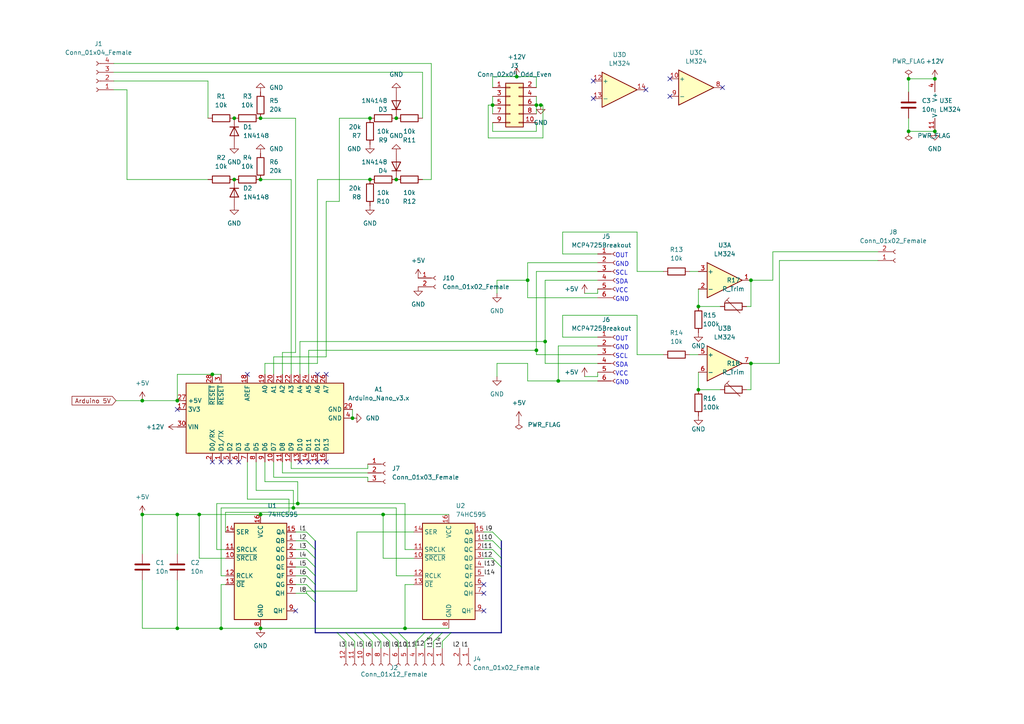
<source format=kicad_sch>
(kicad_sch (version 20211123) (generator eeschema)

  (uuid 6c2a0dd8-d9b4-4407-95e7-372e271f0135)

  (paper "A4")

  (title_block
    (title "Dual Pitch Quantizer Back PCB")
    (date "2022-12-11")
    (rev "1.2")
    (company "Ilmari Hirvonen")
    (comment 1 "License: CERN-OHL-S v2")
  )

  (lib_symbols
    (symbol "74xx:74HC595" (in_bom yes) (on_board yes)
      (property "Reference" "U" (id 0) (at -7.62 13.97 0)
        (effects (font (size 1.27 1.27)))
      )
      (property "Value" "74HC595" (id 1) (at -7.62 -16.51 0)
        (effects (font (size 1.27 1.27)))
      )
      (property "Footprint" "" (id 2) (at 0 0 0)
        (effects (font (size 1.27 1.27)) hide)
      )
      (property "Datasheet" "http://www.ti.com/lit/ds/symlink/sn74hc595.pdf" (id 3) (at 0 0 0)
        (effects (font (size 1.27 1.27)) hide)
      )
      (property "ki_keywords" "HCMOS SR 3State" (id 4) (at 0 0 0)
        (effects (font (size 1.27 1.27)) hide)
      )
      (property "ki_description" "8-bit serial in/out Shift Register 3-State Outputs" (id 5) (at 0 0 0)
        (effects (font (size 1.27 1.27)) hide)
      )
      (property "ki_fp_filters" "DIP*W7.62mm* SOIC*3.9x9.9mm*P1.27mm* TSSOP*4.4x5mm*P0.65mm* SOIC*5.3x10.2mm*P1.27mm* SOIC*7.5x10.3mm*P1.27mm*" (id 6) (at 0 0 0)
        (effects (font (size 1.27 1.27)) hide)
      )
      (symbol "74HC595_1_0"
        (pin tri_state line (at 10.16 7.62 180) (length 2.54)
          (name "QB" (effects (font (size 1.27 1.27))))
          (number "1" (effects (font (size 1.27 1.27))))
        )
        (pin input line (at -10.16 2.54 0) (length 2.54)
          (name "~{SRCLR}" (effects (font (size 1.27 1.27))))
          (number "10" (effects (font (size 1.27 1.27))))
        )
        (pin input line (at -10.16 5.08 0) (length 2.54)
          (name "SRCLK" (effects (font (size 1.27 1.27))))
          (number "11" (effects (font (size 1.27 1.27))))
        )
        (pin input line (at -10.16 -2.54 0) (length 2.54)
          (name "RCLK" (effects (font (size 1.27 1.27))))
          (number "12" (effects (font (size 1.27 1.27))))
        )
        (pin input line (at -10.16 -5.08 0) (length 2.54)
          (name "~{OE}" (effects (font (size 1.27 1.27))))
          (number "13" (effects (font (size 1.27 1.27))))
        )
        (pin input line (at -10.16 10.16 0) (length 2.54)
          (name "SER" (effects (font (size 1.27 1.27))))
          (number "14" (effects (font (size 1.27 1.27))))
        )
        (pin tri_state line (at 10.16 10.16 180) (length 2.54)
          (name "QA" (effects (font (size 1.27 1.27))))
          (number "15" (effects (font (size 1.27 1.27))))
        )
        (pin power_in line (at 0 15.24 270) (length 2.54)
          (name "VCC" (effects (font (size 1.27 1.27))))
          (number "16" (effects (font (size 1.27 1.27))))
        )
        (pin tri_state line (at 10.16 5.08 180) (length 2.54)
          (name "QC" (effects (font (size 1.27 1.27))))
          (number "2" (effects (font (size 1.27 1.27))))
        )
        (pin tri_state line (at 10.16 2.54 180) (length 2.54)
          (name "QD" (effects (font (size 1.27 1.27))))
          (number "3" (effects (font (size 1.27 1.27))))
        )
        (pin tri_state line (at 10.16 0 180) (length 2.54)
          (name "QE" (effects (font (size 1.27 1.27))))
          (number "4" (effects (font (size 1.27 1.27))))
        )
        (pin tri_state line (at 10.16 -2.54 180) (length 2.54)
          (name "QF" (effects (font (size 1.27 1.27))))
          (number "5" (effects (font (size 1.27 1.27))))
        )
        (pin tri_state line (at 10.16 -5.08 180) (length 2.54)
          (name "QG" (effects (font (size 1.27 1.27))))
          (number "6" (effects (font (size 1.27 1.27))))
        )
        (pin tri_state line (at 10.16 -7.62 180) (length 2.54)
          (name "QH" (effects (font (size 1.27 1.27))))
          (number "7" (effects (font (size 1.27 1.27))))
        )
        (pin power_in line (at 0 -17.78 90) (length 2.54)
          (name "GND" (effects (font (size 1.27 1.27))))
          (number "8" (effects (font (size 1.27 1.27))))
        )
        (pin output line (at 10.16 -12.7 180) (length 2.54)
          (name "QH'" (effects (font (size 1.27 1.27))))
          (number "9" (effects (font (size 1.27 1.27))))
        )
      )
      (symbol "74HC595_1_1"
        (rectangle (start -7.62 12.7) (end 7.62 -15.24)
          (stroke (width 0.254) (type default) (color 0 0 0 0))
          (fill (type background))
        )
      )
    )
    (symbol "Amplifier_Operational:LM324" (pin_names (offset 0.127)) (in_bom yes) (on_board yes)
      (property "Reference" "U" (id 0) (at 0 5.08 0)
        (effects (font (size 1.27 1.27)) (justify left))
      )
      (property "Value" "LM324" (id 1) (at 0 -5.08 0)
        (effects (font (size 1.27 1.27)) (justify left))
      )
      (property "Footprint" "" (id 2) (at -1.27 2.54 0)
        (effects (font (size 1.27 1.27)) hide)
      )
      (property "Datasheet" "http://www.ti.com/lit/ds/symlink/lm2902-n.pdf" (id 3) (at 1.27 5.08 0)
        (effects (font (size 1.27 1.27)) hide)
      )
      (property "ki_locked" "" (id 4) (at 0 0 0)
        (effects (font (size 1.27 1.27)))
      )
      (property "ki_keywords" "quad opamp" (id 5) (at 0 0 0)
        (effects (font (size 1.27 1.27)) hide)
      )
      (property "ki_description" "Low-Power, Quad-Operational Amplifiers, DIP-14/SOIC-14/SSOP-14" (id 6) (at 0 0 0)
        (effects (font (size 1.27 1.27)) hide)
      )
      (property "ki_fp_filters" "SOIC*3.9x8.7mm*P1.27mm* DIP*W7.62mm* TSSOP*4.4x5mm*P0.65mm* SSOP*5.3x6.2mm*P0.65mm* MSOP*3x3mm*P0.5mm*" (id 7) (at 0 0 0)
        (effects (font (size 1.27 1.27)) hide)
      )
      (symbol "LM324_1_1"
        (polyline
          (pts
            (xy -5.08 5.08)
            (xy 5.08 0)
            (xy -5.08 -5.08)
            (xy -5.08 5.08)
          )
          (stroke (width 0.254) (type default) (color 0 0 0 0))
          (fill (type background))
        )
        (pin output line (at 7.62 0 180) (length 2.54)
          (name "~" (effects (font (size 1.27 1.27))))
          (number "1" (effects (font (size 1.27 1.27))))
        )
        (pin input line (at -7.62 -2.54 0) (length 2.54)
          (name "-" (effects (font (size 1.27 1.27))))
          (number "2" (effects (font (size 1.27 1.27))))
        )
        (pin input line (at -7.62 2.54 0) (length 2.54)
          (name "+" (effects (font (size 1.27 1.27))))
          (number "3" (effects (font (size 1.27 1.27))))
        )
      )
      (symbol "LM324_2_1"
        (polyline
          (pts
            (xy -5.08 5.08)
            (xy 5.08 0)
            (xy -5.08 -5.08)
            (xy -5.08 5.08)
          )
          (stroke (width 0.254) (type default) (color 0 0 0 0))
          (fill (type background))
        )
        (pin input line (at -7.62 2.54 0) (length 2.54)
          (name "+" (effects (font (size 1.27 1.27))))
          (number "5" (effects (font (size 1.27 1.27))))
        )
        (pin input line (at -7.62 -2.54 0) (length 2.54)
          (name "-" (effects (font (size 1.27 1.27))))
          (number "6" (effects (font (size 1.27 1.27))))
        )
        (pin output line (at 7.62 0 180) (length 2.54)
          (name "~" (effects (font (size 1.27 1.27))))
          (number "7" (effects (font (size 1.27 1.27))))
        )
      )
      (symbol "LM324_3_1"
        (polyline
          (pts
            (xy -5.08 5.08)
            (xy 5.08 0)
            (xy -5.08 -5.08)
            (xy -5.08 5.08)
          )
          (stroke (width 0.254) (type default) (color 0 0 0 0))
          (fill (type background))
        )
        (pin input line (at -7.62 2.54 0) (length 2.54)
          (name "+" (effects (font (size 1.27 1.27))))
          (number "10" (effects (font (size 1.27 1.27))))
        )
        (pin output line (at 7.62 0 180) (length 2.54)
          (name "~" (effects (font (size 1.27 1.27))))
          (number "8" (effects (font (size 1.27 1.27))))
        )
        (pin input line (at -7.62 -2.54 0) (length 2.54)
          (name "-" (effects (font (size 1.27 1.27))))
          (number "9" (effects (font (size 1.27 1.27))))
        )
      )
      (symbol "LM324_4_1"
        (polyline
          (pts
            (xy -5.08 5.08)
            (xy 5.08 0)
            (xy -5.08 -5.08)
            (xy -5.08 5.08)
          )
          (stroke (width 0.254) (type default) (color 0 0 0 0))
          (fill (type background))
        )
        (pin input line (at -7.62 2.54 0) (length 2.54)
          (name "+" (effects (font (size 1.27 1.27))))
          (number "12" (effects (font (size 1.27 1.27))))
        )
        (pin input line (at -7.62 -2.54 0) (length 2.54)
          (name "-" (effects (font (size 1.27 1.27))))
          (number "13" (effects (font (size 1.27 1.27))))
        )
        (pin output line (at 7.62 0 180) (length 2.54)
          (name "~" (effects (font (size 1.27 1.27))))
          (number "14" (effects (font (size 1.27 1.27))))
        )
      )
      (symbol "LM324_5_1"
        (pin power_in line (at -2.54 -7.62 90) (length 3.81)
          (name "V-" (effects (font (size 1.27 1.27))))
          (number "11" (effects (font (size 1.27 1.27))))
        )
        (pin power_in line (at -2.54 7.62 270) (length 3.81)
          (name "V+" (effects (font (size 1.27 1.27))))
          (number "4" (effects (font (size 1.27 1.27))))
        )
      )
    )
    (symbol "Connector:Conn_01x02_Female" (pin_names (offset 1.016) hide) (in_bom yes) (on_board yes)
      (property "Reference" "J" (id 0) (at 0 2.54 0)
        (effects (font (size 1.27 1.27)))
      )
      (property "Value" "Conn_01x02_Female" (id 1) (at 0 -5.08 0)
        (effects (font (size 1.27 1.27)))
      )
      (property "Footprint" "" (id 2) (at 0 0 0)
        (effects (font (size 1.27 1.27)) hide)
      )
      (property "Datasheet" "~" (id 3) (at 0 0 0)
        (effects (font (size 1.27 1.27)) hide)
      )
      (property "ki_keywords" "connector" (id 4) (at 0 0 0)
        (effects (font (size 1.27 1.27)) hide)
      )
      (property "ki_description" "Generic connector, single row, 01x02, script generated (kicad-library-utils/schlib/autogen/connector/)" (id 5) (at 0 0 0)
        (effects (font (size 1.27 1.27)) hide)
      )
      (property "ki_fp_filters" "Connector*:*_1x??_*" (id 6) (at 0 0 0)
        (effects (font (size 1.27 1.27)) hide)
      )
      (symbol "Conn_01x02_Female_1_1"
        (arc (start 0 -2.032) (mid -0.508 -2.54) (end 0 -3.048)
          (stroke (width 0.1524) (type default) (color 0 0 0 0))
          (fill (type none))
        )
        (polyline
          (pts
            (xy -1.27 -2.54)
            (xy -0.508 -2.54)
          )
          (stroke (width 0.1524) (type default) (color 0 0 0 0))
          (fill (type none))
        )
        (polyline
          (pts
            (xy -1.27 0)
            (xy -0.508 0)
          )
          (stroke (width 0.1524) (type default) (color 0 0 0 0))
          (fill (type none))
        )
        (arc (start 0 0.508) (mid -0.508 0) (end 0 -0.508)
          (stroke (width 0.1524) (type default) (color 0 0 0 0))
          (fill (type none))
        )
        (pin passive line (at -5.08 0 0) (length 3.81)
          (name "Pin_1" (effects (font (size 1.27 1.27))))
          (number "1" (effects (font (size 1.27 1.27))))
        )
        (pin passive line (at -5.08 -2.54 0) (length 3.81)
          (name "Pin_2" (effects (font (size 1.27 1.27))))
          (number "2" (effects (font (size 1.27 1.27))))
        )
      )
    )
    (symbol "Connector:Conn_01x03_Female" (pin_names (offset 1.016) hide) (in_bom yes) (on_board yes)
      (property "Reference" "J" (id 0) (at 0 5.08 0)
        (effects (font (size 1.27 1.27)))
      )
      (property "Value" "Conn_01x03_Female" (id 1) (at 0 -5.08 0)
        (effects (font (size 1.27 1.27)))
      )
      (property "Footprint" "" (id 2) (at 0 0 0)
        (effects (font (size 1.27 1.27)) hide)
      )
      (property "Datasheet" "~" (id 3) (at 0 0 0)
        (effects (font (size 1.27 1.27)) hide)
      )
      (property "ki_keywords" "connector" (id 4) (at 0 0 0)
        (effects (font (size 1.27 1.27)) hide)
      )
      (property "ki_description" "Generic connector, single row, 01x03, script generated (kicad-library-utils/schlib/autogen/connector/)" (id 5) (at 0 0 0)
        (effects (font (size 1.27 1.27)) hide)
      )
      (property "ki_fp_filters" "Connector*:*_1x??_*" (id 6) (at 0 0 0)
        (effects (font (size 1.27 1.27)) hide)
      )
      (symbol "Conn_01x03_Female_1_1"
        (arc (start 0 -2.032) (mid -0.508 -2.54) (end 0 -3.048)
          (stroke (width 0.1524) (type default) (color 0 0 0 0))
          (fill (type none))
        )
        (polyline
          (pts
            (xy -1.27 -2.54)
            (xy -0.508 -2.54)
          )
          (stroke (width 0.1524) (type default) (color 0 0 0 0))
          (fill (type none))
        )
        (polyline
          (pts
            (xy -1.27 0)
            (xy -0.508 0)
          )
          (stroke (width 0.1524) (type default) (color 0 0 0 0))
          (fill (type none))
        )
        (polyline
          (pts
            (xy -1.27 2.54)
            (xy -0.508 2.54)
          )
          (stroke (width 0.1524) (type default) (color 0 0 0 0))
          (fill (type none))
        )
        (arc (start 0 0.508) (mid -0.508 0) (end 0 -0.508)
          (stroke (width 0.1524) (type default) (color 0 0 0 0))
          (fill (type none))
        )
        (arc (start 0 3.048) (mid -0.508 2.54) (end 0 2.032)
          (stroke (width 0.1524) (type default) (color 0 0 0 0))
          (fill (type none))
        )
        (pin passive line (at -5.08 2.54 0) (length 3.81)
          (name "Pin_1" (effects (font (size 1.27 1.27))))
          (number "1" (effects (font (size 1.27 1.27))))
        )
        (pin passive line (at -5.08 0 0) (length 3.81)
          (name "Pin_2" (effects (font (size 1.27 1.27))))
          (number "2" (effects (font (size 1.27 1.27))))
        )
        (pin passive line (at -5.08 -2.54 0) (length 3.81)
          (name "Pin_3" (effects (font (size 1.27 1.27))))
          (number "3" (effects (font (size 1.27 1.27))))
        )
      )
    )
    (symbol "Connector:Conn_01x04_Female" (pin_names (offset 1.016) hide) (in_bom yes) (on_board yes)
      (property "Reference" "J" (id 0) (at 0 5.08 0)
        (effects (font (size 1.27 1.27)))
      )
      (property "Value" "Conn_01x04_Female" (id 1) (at 0 -7.62 0)
        (effects (font (size 1.27 1.27)))
      )
      (property "Footprint" "" (id 2) (at 0 0 0)
        (effects (font (size 1.27 1.27)) hide)
      )
      (property "Datasheet" "~" (id 3) (at 0 0 0)
        (effects (font (size 1.27 1.27)) hide)
      )
      (property "ki_keywords" "connector" (id 4) (at 0 0 0)
        (effects (font (size 1.27 1.27)) hide)
      )
      (property "ki_description" "Generic connector, single row, 01x04, script generated (kicad-library-utils/schlib/autogen/connector/)" (id 5) (at 0 0 0)
        (effects (font (size 1.27 1.27)) hide)
      )
      (property "ki_fp_filters" "Connector*:*_1x??_*" (id 6) (at 0 0 0)
        (effects (font (size 1.27 1.27)) hide)
      )
      (symbol "Conn_01x04_Female_1_1"
        (arc (start 0 -4.572) (mid -0.508 -5.08) (end 0 -5.588)
          (stroke (width 0.1524) (type default) (color 0 0 0 0))
          (fill (type none))
        )
        (arc (start 0 -2.032) (mid -0.508 -2.54) (end 0 -3.048)
          (stroke (width 0.1524) (type default) (color 0 0 0 0))
          (fill (type none))
        )
        (polyline
          (pts
            (xy -1.27 -5.08)
            (xy -0.508 -5.08)
          )
          (stroke (width 0.1524) (type default) (color 0 0 0 0))
          (fill (type none))
        )
        (polyline
          (pts
            (xy -1.27 -2.54)
            (xy -0.508 -2.54)
          )
          (stroke (width 0.1524) (type default) (color 0 0 0 0))
          (fill (type none))
        )
        (polyline
          (pts
            (xy -1.27 0)
            (xy -0.508 0)
          )
          (stroke (width 0.1524) (type default) (color 0 0 0 0))
          (fill (type none))
        )
        (polyline
          (pts
            (xy -1.27 2.54)
            (xy -0.508 2.54)
          )
          (stroke (width 0.1524) (type default) (color 0 0 0 0))
          (fill (type none))
        )
        (arc (start 0 0.508) (mid -0.508 0) (end 0 -0.508)
          (stroke (width 0.1524) (type default) (color 0 0 0 0))
          (fill (type none))
        )
        (arc (start 0 3.048) (mid -0.508 2.54) (end 0 2.032)
          (stroke (width 0.1524) (type default) (color 0 0 0 0))
          (fill (type none))
        )
        (pin passive line (at -5.08 2.54 0) (length 3.81)
          (name "Pin_1" (effects (font (size 1.27 1.27))))
          (number "1" (effects (font (size 1.27 1.27))))
        )
        (pin passive line (at -5.08 0 0) (length 3.81)
          (name "Pin_2" (effects (font (size 1.27 1.27))))
          (number "2" (effects (font (size 1.27 1.27))))
        )
        (pin passive line (at -5.08 -2.54 0) (length 3.81)
          (name "Pin_3" (effects (font (size 1.27 1.27))))
          (number "3" (effects (font (size 1.27 1.27))))
        )
        (pin passive line (at -5.08 -5.08 0) (length 3.81)
          (name "Pin_4" (effects (font (size 1.27 1.27))))
          (number "4" (effects (font (size 1.27 1.27))))
        )
      )
    )
    (symbol "Connector:Conn_01x06_Female" (pin_names (offset 1.016) hide) (in_bom yes) (on_board yes)
      (property "Reference" "J" (id 0) (at 0 7.62 0)
        (effects (font (size 1.27 1.27)))
      )
      (property "Value" "Conn_01x06_Female" (id 1) (at 0 -10.16 0)
        (effects (font (size 1.27 1.27)))
      )
      (property "Footprint" "" (id 2) (at 0 0 0)
        (effects (font (size 1.27 1.27)) hide)
      )
      (property "Datasheet" "~" (id 3) (at 0 0 0)
        (effects (font (size 1.27 1.27)) hide)
      )
      (property "ki_keywords" "connector" (id 4) (at 0 0 0)
        (effects (font (size 1.27 1.27)) hide)
      )
      (property "ki_description" "Generic connector, single row, 01x06, script generated (kicad-library-utils/schlib/autogen/connector/)" (id 5) (at 0 0 0)
        (effects (font (size 1.27 1.27)) hide)
      )
      (property "ki_fp_filters" "Connector*:*_1x??_*" (id 6) (at 0 0 0)
        (effects (font (size 1.27 1.27)) hide)
      )
      (symbol "Conn_01x06_Female_1_1"
        (arc (start 0 -7.112) (mid -0.508 -7.62) (end 0 -8.128)
          (stroke (width 0.1524) (type default) (color 0 0 0 0))
          (fill (type none))
        )
        (arc (start 0 -4.572) (mid -0.508 -5.08) (end 0 -5.588)
          (stroke (width 0.1524) (type default) (color 0 0 0 0))
          (fill (type none))
        )
        (arc (start 0 -2.032) (mid -0.508 -2.54) (end 0 -3.048)
          (stroke (width 0.1524) (type default) (color 0 0 0 0))
          (fill (type none))
        )
        (polyline
          (pts
            (xy -1.27 -7.62)
            (xy -0.508 -7.62)
          )
          (stroke (width 0.1524) (type default) (color 0 0 0 0))
          (fill (type none))
        )
        (polyline
          (pts
            (xy -1.27 -5.08)
            (xy -0.508 -5.08)
          )
          (stroke (width 0.1524) (type default) (color 0 0 0 0))
          (fill (type none))
        )
        (polyline
          (pts
            (xy -1.27 -2.54)
            (xy -0.508 -2.54)
          )
          (stroke (width 0.1524) (type default) (color 0 0 0 0))
          (fill (type none))
        )
        (polyline
          (pts
            (xy -1.27 0)
            (xy -0.508 0)
          )
          (stroke (width 0.1524) (type default) (color 0 0 0 0))
          (fill (type none))
        )
        (polyline
          (pts
            (xy -1.27 2.54)
            (xy -0.508 2.54)
          )
          (stroke (width 0.1524) (type default) (color 0 0 0 0))
          (fill (type none))
        )
        (polyline
          (pts
            (xy -1.27 5.08)
            (xy -0.508 5.08)
          )
          (stroke (width 0.1524) (type default) (color 0 0 0 0))
          (fill (type none))
        )
        (arc (start 0 0.508) (mid -0.508 0) (end 0 -0.508)
          (stroke (width 0.1524) (type default) (color 0 0 0 0))
          (fill (type none))
        )
        (arc (start 0 3.048) (mid -0.508 2.54) (end 0 2.032)
          (stroke (width 0.1524) (type default) (color 0 0 0 0))
          (fill (type none))
        )
        (arc (start 0 5.588) (mid -0.508 5.08) (end 0 4.572)
          (stroke (width 0.1524) (type default) (color 0 0 0 0))
          (fill (type none))
        )
        (pin passive line (at -5.08 5.08 0) (length 3.81)
          (name "Pin_1" (effects (font (size 1.27 1.27))))
          (number "1" (effects (font (size 1.27 1.27))))
        )
        (pin passive line (at -5.08 2.54 0) (length 3.81)
          (name "Pin_2" (effects (font (size 1.27 1.27))))
          (number "2" (effects (font (size 1.27 1.27))))
        )
        (pin passive line (at -5.08 0 0) (length 3.81)
          (name "Pin_3" (effects (font (size 1.27 1.27))))
          (number "3" (effects (font (size 1.27 1.27))))
        )
        (pin passive line (at -5.08 -2.54 0) (length 3.81)
          (name "Pin_4" (effects (font (size 1.27 1.27))))
          (number "4" (effects (font (size 1.27 1.27))))
        )
        (pin passive line (at -5.08 -5.08 0) (length 3.81)
          (name "Pin_5" (effects (font (size 1.27 1.27))))
          (number "5" (effects (font (size 1.27 1.27))))
        )
        (pin passive line (at -5.08 -7.62 0) (length 3.81)
          (name "Pin_6" (effects (font (size 1.27 1.27))))
          (number "6" (effects (font (size 1.27 1.27))))
        )
      )
    )
    (symbol "Connector:Conn_01x12_Female" (pin_names (offset 1.016) hide) (in_bom yes) (on_board yes)
      (property "Reference" "J" (id 0) (at 0 15.24 0)
        (effects (font (size 1.27 1.27)))
      )
      (property "Value" "Conn_01x12_Female" (id 1) (at 0 -17.78 0)
        (effects (font (size 1.27 1.27)))
      )
      (property "Footprint" "" (id 2) (at 0 0 0)
        (effects (font (size 1.27 1.27)) hide)
      )
      (property "Datasheet" "~" (id 3) (at 0 0 0)
        (effects (font (size 1.27 1.27)) hide)
      )
      (property "ki_keywords" "connector" (id 4) (at 0 0 0)
        (effects (font (size 1.27 1.27)) hide)
      )
      (property "ki_description" "Generic connector, single row, 01x12, script generated (kicad-library-utils/schlib/autogen/connector/)" (id 5) (at 0 0 0)
        (effects (font (size 1.27 1.27)) hide)
      )
      (property "ki_fp_filters" "Connector*:*_1x??_*" (id 6) (at 0 0 0)
        (effects (font (size 1.27 1.27)) hide)
      )
      (symbol "Conn_01x12_Female_1_1"
        (arc (start 0 -14.732) (mid -0.508 -15.24) (end 0 -15.748)
          (stroke (width 0.1524) (type default) (color 0 0 0 0))
          (fill (type none))
        )
        (arc (start 0 -12.192) (mid -0.508 -12.7) (end 0 -13.208)
          (stroke (width 0.1524) (type default) (color 0 0 0 0))
          (fill (type none))
        )
        (arc (start 0 -9.652) (mid -0.508 -10.16) (end 0 -10.668)
          (stroke (width 0.1524) (type default) (color 0 0 0 0))
          (fill (type none))
        )
        (arc (start 0 -7.112) (mid -0.508 -7.62) (end 0 -8.128)
          (stroke (width 0.1524) (type default) (color 0 0 0 0))
          (fill (type none))
        )
        (arc (start 0 -4.572) (mid -0.508 -5.08) (end 0 -5.588)
          (stroke (width 0.1524) (type default) (color 0 0 0 0))
          (fill (type none))
        )
        (arc (start 0 -2.032) (mid -0.508 -2.54) (end 0 -3.048)
          (stroke (width 0.1524) (type default) (color 0 0 0 0))
          (fill (type none))
        )
        (polyline
          (pts
            (xy -1.27 -15.24)
            (xy -0.508 -15.24)
          )
          (stroke (width 0.1524) (type default) (color 0 0 0 0))
          (fill (type none))
        )
        (polyline
          (pts
            (xy -1.27 -12.7)
            (xy -0.508 -12.7)
          )
          (stroke (width 0.1524) (type default) (color 0 0 0 0))
          (fill (type none))
        )
        (polyline
          (pts
            (xy -1.27 -10.16)
            (xy -0.508 -10.16)
          )
          (stroke (width 0.1524) (type default) (color 0 0 0 0))
          (fill (type none))
        )
        (polyline
          (pts
            (xy -1.27 -7.62)
            (xy -0.508 -7.62)
          )
          (stroke (width 0.1524) (type default) (color 0 0 0 0))
          (fill (type none))
        )
        (polyline
          (pts
            (xy -1.27 -5.08)
            (xy -0.508 -5.08)
          )
          (stroke (width 0.1524) (type default) (color 0 0 0 0))
          (fill (type none))
        )
        (polyline
          (pts
            (xy -1.27 -2.54)
            (xy -0.508 -2.54)
          )
          (stroke (width 0.1524) (type default) (color 0 0 0 0))
          (fill (type none))
        )
        (polyline
          (pts
            (xy -1.27 0)
            (xy -0.508 0)
          )
          (stroke (width 0.1524) (type default) (color 0 0 0 0))
          (fill (type none))
        )
        (polyline
          (pts
            (xy -1.27 2.54)
            (xy -0.508 2.54)
          )
          (stroke (width 0.1524) (type default) (color 0 0 0 0))
          (fill (type none))
        )
        (polyline
          (pts
            (xy -1.27 5.08)
            (xy -0.508 5.08)
          )
          (stroke (width 0.1524) (type default) (color 0 0 0 0))
          (fill (type none))
        )
        (polyline
          (pts
            (xy -1.27 7.62)
            (xy -0.508 7.62)
          )
          (stroke (width 0.1524) (type default) (color 0 0 0 0))
          (fill (type none))
        )
        (polyline
          (pts
            (xy -1.27 10.16)
            (xy -0.508 10.16)
          )
          (stroke (width 0.1524) (type default) (color 0 0 0 0))
          (fill (type none))
        )
        (polyline
          (pts
            (xy -1.27 12.7)
            (xy -0.508 12.7)
          )
          (stroke (width 0.1524) (type default) (color 0 0 0 0))
          (fill (type none))
        )
        (arc (start 0 0.508) (mid -0.508 0) (end 0 -0.508)
          (stroke (width 0.1524) (type default) (color 0 0 0 0))
          (fill (type none))
        )
        (arc (start 0 3.048) (mid -0.508 2.54) (end 0 2.032)
          (stroke (width 0.1524) (type default) (color 0 0 0 0))
          (fill (type none))
        )
        (arc (start 0 5.588) (mid -0.508 5.08) (end 0 4.572)
          (stroke (width 0.1524) (type default) (color 0 0 0 0))
          (fill (type none))
        )
        (arc (start 0 8.128) (mid -0.508 7.62) (end 0 7.112)
          (stroke (width 0.1524) (type default) (color 0 0 0 0))
          (fill (type none))
        )
        (arc (start 0 10.668) (mid -0.508 10.16) (end 0 9.652)
          (stroke (width 0.1524) (type default) (color 0 0 0 0))
          (fill (type none))
        )
        (arc (start 0 13.208) (mid -0.508 12.7) (end 0 12.192)
          (stroke (width 0.1524) (type default) (color 0 0 0 0))
          (fill (type none))
        )
        (pin passive line (at -5.08 12.7 0) (length 3.81)
          (name "Pin_1" (effects (font (size 1.27 1.27))))
          (number "1" (effects (font (size 1.27 1.27))))
        )
        (pin passive line (at -5.08 -10.16 0) (length 3.81)
          (name "Pin_10" (effects (font (size 1.27 1.27))))
          (number "10" (effects (font (size 1.27 1.27))))
        )
        (pin passive line (at -5.08 -12.7 0) (length 3.81)
          (name "Pin_11" (effects (font (size 1.27 1.27))))
          (number "11" (effects (font (size 1.27 1.27))))
        )
        (pin passive line (at -5.08 -15.24 0) (length 3.81)
          (name "Pin_12" (effects (font (size 1.27 1.27))))
          (number "12" (effects (font (size 1.27 1.27))))
        )
        (pin passive line (at -5.08 10.16 0) (length 3.81)
          (name "Pin_2" (effects (font (size 1.27 1.27))))
          (number "2" (effects (font (size 1.27 1.27))))
        )
        (pin passive line (at -5.08 7.62 0) (length 3.81)
          (name "Pin_3" (effects (font (size 1.27 1.27))))
          (number "3" (effects (font (size 1.27 1.27))))
        )
        (pin passive line (at -5.08 5.08 0) (length 3.81)
          (name "Pin_4" (effects (font (size 1.27 1.27))))
          (number "4" (effects (font (size 1.27 1.27))))
        )
        (pin passive line (at -5.08 2.54 0) (length 3.81)
          (name "Pin_5" (effects (font (size 1.27 1.27))))
          (number "5" (effects (font (size 1.27 1.27))))
        )
        (pin passive line (at -5.08 0 0) (length 3.81)
          (name "Pin_6" (effects (font (size 1.27 1.27))))
          (number "6" (effects (font (size 1.27 1.27))))
        )
        (pin passive line (at -5.08 -2.54 0) (length 3.81)
          (name "Pin_7" (effects (font (size 1.27 1.27))))
          (number "7" (effects (font (size 1.27 1.27))))
        )
        (pin passive line (at -5.08 -5.08 0) (length 3.81)
          (name "Pin_8" (effects (font (size 1.27 1.27))))
          (number "8" (effects (font (size 1.27 1.27))))
        )
        (pin passive line (at -5.08 -7.62 0) (length 3.81)
          (name "Pin_9" (effects (font (size 1.27 1.27))))
          (number "9" (effects (font (size 1.27 1.27))))
        )
      )
    )
    (symbol "Connector_Generic:Conn_02x05_Odd_Even" (pin_names (offset 1.016) hide) (in_bom yes) (on_board yes)
      (property "Reference" "J" (id 0) (at 1.27 7.62 0)
        (effects (font (size 1.27 1.27)))
      )
      (property "Value" "Conn_02x05_Odd_Even" (id 1) (at 1.27 -7.62 0)
        (effects (font (size 1.27 1.27)))
      )
      (property "Footprint" "" (id 2) (at 0 0 0)
        (effects (font (size 1.27 1.27)) hide)
      )
      (property "Datasheet" "~" (id 3) (at 0 0 0)
        (effects (font (size 1.27 1.27)) hide)
      )
      (property "ki_keywords" "connector" (id 4) (at 0 0 0)
        (effects (font (size 1.27 1.27)) hide)
      )
      (property "ki_description" "Generic connector, double row, 02x05, odd/even pin numbering scheme (row 1 odd numbers, row 2 even numbers), script generated (kicad-library-utils/schlib/autogen/connector/)" (id 5) (at 0 0 0)
        (effects (font (size 1.27 1.27)) hide)
      )
      (property "ki_fp_filters" "Connector*:*_2x??_*" (id 6) (at 0 0 0)
        (effects (font (size 1.27 1.27)) hide)
      )
      (symbol "Conn_02x05_Odd_Even_1_1"
        (rectangle (start -1.27 -4.953) (end 0 -5.207)
          (stroke (width 0.1524) (type default) (color 0 0 0 0))
          (fill (type none))
        )
        (rectangle (start -1.27 -2.413) (end 0 -2.667)
          (stroke (width 0.1524) (type default) (color 0 0 0 0))
          (fill (type none))
        )
        (rectangle (start -1.27 0.127) (end 0 -0.127)
          (stroke (width 0.1524) (type default) (color 0 0 0 0))
          (fill (type none))
        )
        (rectangle (start -1.27 2.667) (end 0 2.413)
          (stroke (width 0.1524) (type default) (color 0 0 0 0))
          (fill (type none))
        )
        (rectangle (start -1.27 5.207) (end 0 4.953)
          (stroke (width 0.1524) (type default) (color 0 0 0 0))
          (fill (type none))
        )
        (rectangle (start -1.27 6.35) (end 3.81 -6.35)
          (stroke (width 0.254) (type default) (color 0 0 0 0))
          (fill (type background))
        )
        (rectangle (start 3.81 -4.953) (end 2.54 -5.207)
          (stroke (width 0.1524) (type default) (color 0 0 0 0))
          (fill (type none))
        )
        (rectangle (start 3.81 -2.413) (end 2.54 -2.667)
          (stroke (width 0.1524) (type default) (color 0 0 0 0))
          (fill (type none))
        )
        (rectangle (start 3.81 0.127) (end 2.54 -0.127)
          (stroke (width 0.1524) (type default) (color 0 0 0 0))
          (fill (type none))
        )
        (rectangle (start 3.81 2.667) (end 2.54 2.413)
          (stroke (width 0.1524) (type default) (color 0 0 0 0))
          (fill (type none))
        )
        (rectangle (start 3.81 5.207) (end 2.54 4.953)
          (stroke (width 0.1524) (type default) (color 0 0 0 0))
          (fill (type none))
        )
        (pin passive line (at -5.08 5.08 0) (length 3.81)
          (name "Pin_1" (effects (font (size 1.27 1.27))))
          (number "1" (effects (font (size 1.27 1.27))))
        )
        (pin passive line (at 7.62 -5.08 180) (length 3.81)
          (name "Pin_10" (effects (font (size 1.27 1.27))))
          (number "10" (effects (font (size 1.27 1.27))))
        )
        (pin passive line (at 7.62 5.08 180) (length 3.81)
          (name "Pin_2" (effects (font (size 1.27 1.27))))
          (number "2" (effects (font (size 1.27 1.27))))
        )
        (pin passive line (at -5.08 2.54 0) (length 3.81)
          (name "Pin_3" (effects (font (size 1.27 1.27))))
          (number "3" (effects (font (size 1.27 1.27))))
        )
        (pin passive line (at 7.62 2.54 180) (length 3.81)
          (name "Pin_4" (effects (font (size 1.27 1.27))))
          (number "4" (effects (font (size 1.27 1.27))))
        )
        (pin passive line (at -5.08 0 0) (length 3.81)
          (name "Pin_5" (effects (font (size 1.27 1.27))))
          (number "5" (effects (font (size 1.27 1.27))))
        )
        (pin passive line (at 7.62 0 180) (length 3.81)
          (name "Pin_6" (effects (font (size 1.27 1.27))))
          (number "6" (effects (font (size 1.27 1.27))))
        )
        (pin passive line (at -5.08 -2.54 0) (length 3.81)
          (name "Pin_7" (effects (font (size 1.27 1.27))))
          (number "7" (effects (font (size 1.27 1.27))))
        )
        (pin passive line (at 7.62 -2.54 180) (length 3.81)
          (name "Pin_8" (effects (font (size 1.27 1.27))))
          (number "8" (effects (font (size 1.27 1.27))))
        )
        (pin passive line (at -5.08 -5.08 0) (length 3.81)
          (name "Pin_9" (effects (font (size 1.27 1.27))))
          (number "9" (effects (font (size 1.27 1.27))))
        )
      )
    )
    (symbol "Device:C" (pin_numbers hide) (pin_names (offset 0.254)) (in_bom yes) (on_board yes)
      (property "Reference" "C" (id 0) (at 0.635 2.54 0)
        (effects (font (size 1.27 1.27)) (justify left))
      )
      (property "Value" "C" (id 1) (at 0.635 -2.54 0)
        (effects (font (size 1.27 1.27)) (justify left))
      )
      (property "Footprint" "" (id 2) (at 0.9652 -3.81 0)
        (effects (font (size 1.27 1.27)) hide)
      )
      (property "Datasheet" "~" (id 3) (at 0 0 0)
        (effects (font (size 1.27 1.27)) hide)
      )
      (property "ki_keywords" "cap capacitor" (id 4) (at 0 0 0)
        (effects (font (size 1.27 1.27)) hide)
      )
      (property "ki_description" "Unpolarized capacitor" (id 5) (at 0 0 0)
        (effects (font (size 1.27 1.27)) hide)
      )
      (property "ki_fp_filters" "C_*" (id 6) (at 0 0 0)
        (effects (font (size 1.27 1.27)) hide)
      )
      (symbol "C_0_1"
        (polyline
          (pts
            (xy -2.032 -0.762)
            (xy 2.032 -0.762)
          )
          (stroke (width 0.508) (type default) (color 0 0 0 0))
          (fill (type none))
        )
        (polyline
          (pts
            (xy -2.032 0.762)
            (xy 2.032 0.762)
          )
          (stroke (width 0.508) (type default) (color 0 0 0 0))
          (fill (type none))
        )
      )
      (symbol "C_1_1"
        (pin passive line (at 0 3.81 270) (length 2.794)
          (name "~" (effects (font (size 1.27 1.27))))
          (number "1" (effects (font (size 1.27 1.27))))
        )
        (pin passive line (at 0 -3.81 90) (length 2.794)
          (name "~" (effects (font (size 1.27 1.27))))
          (number "2" (effects (font (size 1.27 1.27))))
        )
      )
    )
    (symbol "Device:R" (pin_numbers hide) (pin_names (offset 0)) (in_bom yes) (on_board yes)
      (property "Reference" "R" (id 0) (at 2.032 0 90)
        (effects (font (size 1.27 1.27)))
      )
      (property "Value" "R" (id 1) (at 0 0 90)
        (effects (font (size 1.27 1.27)))
      )
      (property "Footprint" "" (id 2) (at -1.778 0 90)
        (effects (font (size 1.27 1.27)) hide)
      )
      (property "Datasheet" "~" (id 3) (at 0 0 0)
        (effects (font (size 1.27 1.27)) hide)
      )
      (property "ki_keywords" "R res resistor" (id 4) (at 0 0 0)
        (effects (font (size 1.27 1.27)) hide)
      )
      (property "ki_description" "Resistor" (id 5) (at 0 0 0)
        (effects (font (size 1.27 1.27)) hide)
      )
      (property "ki_fp_filters" "R_*" (id 6) (at 0 0 0)
        (effects (font (size 1.27 1.27)) hide)
      )
      (symbol "R_0_1"
        (rectangle (start -1.016 -2.54) (end 1.016 2.54)
          (stroke (width 0.254) (type default) (color 0 0 0 0))
          (fill (type none))
        )
      )
      (symbol "R_1_1"
        (pin passive line (at 0 3.81 270) (length 1.27)
          (name "~" (effects (font (size 1.27 1.27))))
          (number "1" (effects (font (size 1.27 1.27))))
        )
        (pin passive line (at 0 -3.81 90) (length 1.27)
          (name "~" (effects (font (size 1.27 1.27))))
          (number "2" (effects (font (size 1.27 1.27))))
        )
      )
    )
    (symbol "Device:R_Trim" (pin_numbers hide) (pin_names (offset 0)) (in_bom yes) (on_board yes)
      (property "Reference" "R" (id 0) (at 2.54 -2.54 90)
        (effects (font (size 1.27 1.27)) (justify left))
      )
      (property "Value" "R_Trim" (id 1) (at -2.54 -0.635 90)
        (effects (font (size 1.27 1.27)) (justify left))
      )
      (property "Footprint" "" (id 2) (at -1.778 0 90)
        (effects (font (size 1.27 1.27)) hide)
      )
      (property "Datasheet" "~" (id 3) (at 0 0 0)
        (effects (font (size 1.27 1.27)) hide)
      )
      (property "ki_keywords" "R res resistor variable potentiometer trimmer" (id 4) (at 0 0 0)
        (effects (font (size 1.27 1.27)) hide)
      )
      (property "ki_description" "Trimmable resistor (preset resistor)" (id 5) (at 0 0 0)
        (effects (font (size 1.27 1.27)) hide)
      )
      (property "ki_fp_filters" "R_*" (id 6) (at 0 0 0)
        (effects (font (size 1.27 1.27)) hide)
      )
      (symbol "R_Trim_0_1"
        (rectangle (start -1.016 -2.54) (end 1.016 2.54)
          (stroke (width 0.254) (type default) (color 0 0 0 0))
          (fill (type none))
        )
        (polyline
          (pts
            (xy -1.905 -1.905)
            (xy 1.905 1.905)
            (xy 2.54 1.27)
            (xy 1.27 2.54)
          )
          (stroke (width 0) (type default) (color 0 0 0 0))
          (fill (type none))
        )
      )
      (symbol "R_Trim_1_1"
        (pin passive line (at 0 3.81 270) (length 1.27)
          (name "~" (effects (font (size 1.27 1.27))))
          (number "1" (effects (font (size 1.27 1.27))))
        )
        (pin passive line (at 0 -3.81 90) (length 1.27)
          (name "~" (effects (font (size 1.27 1.27))))
          (number "2" (effects (font (size 1.27 1.27))))
        )
      )
    )
    (symbol "Diode:1N4148" (pin_numbers hide) (pin_names (offset 1.016) hide) (in_bom yes) (on_board yes)
      (property "Reference" "D" (id 0) (at 0 2.54 0)
        (effects (font (size 1.27 1.27)))
      )
      (property "Value" "1N4148" (id 1) (at 0 -2.54 0)
        (effects (font (size 1.27 1.27)))
      )
      (property "Footprint" "Diode_THT:D_DO-35_SOD27_P7.62mm_Horizontal" (id 2) (at 0 -4.445 0)
        (effects (font (size 1.27 1.27)) hide)
      )
      (property "Datasheet" "https://assets.nexperia.com/documents/data-sheet/1N4148_1N4448.pdf" (id 3) (at 0 0 0)
        (effects (font (size 1.27 1.27)) hide)
      )
      (property "ki_keywords" "diode" (id 4) (at 0 0 0)
        (effects (font (size 1.27 1.27)) hide)
      )
      (property "ki_description" "100V 0.15A standard switching diode, DO-35" (id 5) (at 0 0 0)
        (effects (font (size 1.27 1.27)) hide)
      )
      (property "ki_fp_filters" "D*DO?35*" (id 6) (at 0 0 0)
        (effects (font (size 1.27 1.27)) hide)
      )
      (symbol "1N4148_0_1"
        (polyline
          (pts
            (xy -1.27 1.27)
            (xy -1.27 -1.27)
          )
          (stroke (width 0.254) (type default) (color 0 0 0 0))
          (fill (type none))
        )
        (polyline
          (pts
            (xy 1.27 0)
            (xy -1.27 0)
          )
          (stroke (width 0) (type default) (color 0 0 0 0))
          (fill (type none))
        )
        (polyline
          (pts
            (xy 1.27 1.27)
            (xy 1.27 -1.27)
            (xy -1.27 0)
            (xy 1.27 1.27)
          )
          (stroke (width 0.254) (type default) (color 0 0 0 0))
          (fill (type none))
        )
      )
      (symbol "1N4148_1_1"
        (pin passive line (at -3.81 0 0) (length 2.54)
          (name "K" (effects (font (size 1.27 1.27))))
          (number "1" (effects (font (size 1.27 1.27))))
        )
        (pin passive line (at 3.81 0 180) (length 2.54)
          (name "A" (effects (font (size 1.27 1.27))))
          (number "2" (effects (font (size 1.27 1.27))))
        )
      )
    )
    (symbol "MCU_Module:Arduino_Nano_v3.x" (in_bom yes) (on_board yes)
      (property "Reference" "A" (id 0) (at -10.16 23.495 0)
        (effects (font (size 1.27 1.27)) (justify left bottom))
      )
      (property "Value" "Arduino_Nano_v3.x" (id 1) (at 5.08 -24.13 0)
        (effects (font (size 1.27 1.27)) (justify left top))
      )
      (property "Footprint" "Module:Arduino_Nano" (id 2) (at 0 0 0)
        (effects (font (size 1.27 1.27) italic) hide)
      )
      (property "Datasheet" "http://www.mouser.com/pdfdocs/Gravitech_Arduino_Nano3_0.pdf" (id 3) (at 0 0 0)
        (effects (font (size 1.27 1.27)) hide)
      )
      (property "ki_keywords" "Arduino nano microcontroller module USB" (id 4) (at 0 0 0)
        (effects (font (size 1.27 1.27)) hide)
      )
      (property "ki_description" "Arduino Nano v3.x" (id 5) (at 0 0 0)
        (effects (font (size 1.27 1.27)) hide)
      )
      (property "ki_fp_filters" "Arduino*Nano*" (id 6) (at 0 0 0)
        (effects (font (size 1.27 1.27)) hide)
      )
      (symbol "Arduino_Nano_v3.x_0_1"
        (rectangle (start -10.16 22.86) (end 10.16 -22.86)
          (stroke (width 0.254) (type default) (color 0 0 0 0))
          (fill (type background))
        )
      )
      (symbol "Arduino_Nano_v3.x_1_1"
        (pin bidirectional line (at -12.7 12.7 0) (length 2.54)
          (name "D1/TX" (effects (font (size 1.27 1.27))))
          (number "1" (effects (font (size 1.27 1.27))))
        )
        (pin bidirectional line (at -12.7 -2.54 0) (length 2.54)
          (name "D7" (effects (font (size 1.27 1.27))))
          (number "10" (effects (font (size 1.27 1.27))))
        )
        (pin bidirectional line (at -12.7 -5.08 0) (length 2.54)
          (name "D8" (effects (font (size 1.27 1.27))))
          (number "11" (effects (font (size 1.27 1.27))))
        )
        (pin bidirectional line (at -12.7 -7.62 0) (length 2.54)
          (name "D9" (effects (font (size 1.27 1.27))))
          (number "12" (effects (font (size 1.27 1.27))))
        )
        (pin bidirectional line (at -12.7 -10.16 0) (length 2.54)
          (name "D10" (effects (font (size 1.27 1.27))))
          (number "13" (effects (font (size 1.27 1.27))))
        )
        (pin bidirectional line (at -12.7 -12.7 0) (length 2.54)
          (name "D11" (effects (font (size 1.27 1.27))))
          (number "14" (effects (font (size 1.27 1.27))))
        )
        (pin bidirectional line (at -12.7 -15.24 0) (length 2.54)
          (name "D12" (effects (font (size 1.27 1.27))))
          (number "15" (effects (font (size 1.27 1.27))))
        )
        (pin bidirectional line (at -12.7 -17.78 0) (length 2.54)
          (name "D13" (effects (font (size 1.27 1.27))))
          (number "16" (effects (font (size 1.27 1.27))))
        )
        (pin power_out line (at 2.54 25.4 270) (length 2.54)
          (name "3V3" (effects (font (size 1.27 1.27))))
          (number "17" (effects (font (size 1.27 1.27))))
        )
        (pin input line (at 12.7 5.08 180) (length 2.54)
          (name "AREF" (effects (font (size 1.27 1.27))))
          (number "18" (effects (font (size 1.27 1.27))))
        )
        (pin bidirectional line (at 12.7 0 180) (length 2.54)
          (name "A0" (effects (font (size 1.27 1.27))))
          (number "19" (effects (font (size 1.27 1.27))))
        )
        (pin bidirectional line (at -12.7 15.24 0) (length 2.54)
          (name "D0/RX" (effects (font (size 1.27 1.27))))
          (number "2" (effects (font (size 1.27 1.27))))
        )
        (pin bidirectional line (at 12.7 -2.54 180) (length 2.54)
          (name "A1" (effects (font (size 1.27 1.27))))
          (number "20" (effects (font (size 1.27 1.27))))
        )
        (pin bidirectional line (at 12.7 -5.08 180) (length 2.54)
          (name "A2" (effects (font (size 1.27 1.27))))
          (number "21" (effects (font (size 1.27 1.27))))
        )
        (pin bidirectional line (at 12.7 -7.62 180) (length 2.54)
          (name "A3" (effects (font (size 1.27 1.27))))
          (number "22" (effects (font (size 1.27 1.27))))
        )
        (pin bidirectional line (at 12.7 -10.16 180) (length 2.54)
          (name "A4" (effects (font (size 1.27 1.27))))
          (number "23" (effects (font (size 1.27 1.27))))
        )
        (pin bidirectional line (at 12.7 -12.7 180) (length 2.54)
          (name "A5" (effects (font (size 1.27 1.27))))
          (number "24" (effects (font (size 1.27 1.27))))
        )
        (pin bidirectional line (at 12.7 -15.24 180) (length 2.54)
          (name "A6" (effects (font (size 1.27 1.27))))
          (number "25" (effects (font (size 1.27 1.27))))
        )
        (pin bidirectional line (at 12.7 -17.78 180) (length 2.54)
          (name "A7" (effects (font (size 1.27 1.27))))
          (number "26" (effects (font (size 1.27 1.27))))
        )
        (pin power_out line (at 5.08 25.4 270) (length 2.54)
          (name "+5V" (effects (font (size 1.27 1.27))))
          (number "27" (effects (font (size 1.27 1.27))))
        )
        (pin input line (at 12.7 15.24 180) (length 2.54)
          (name "~{RESET}" (effects (font (size 1.27 1.27))))
          (number "28" (effects (font (size 1.27 1.27))))
        )
        (pin power_in line (at 2.54 -25.4 90) (length 2.54)
          (name "GND" (effects (font (size 1.27 1.27))))
          (number "29" (effects (font (size 1.27 1.27))))
        )
        (pin input line (at 12.7 12.7 180) (length 2.54)
          (name "~{RESET}" (effects (font (size 1.27 1.27))))
          (number "3" (effects (font (size 1.27 1.27))))
        )
        (pin power_in line (at -2.54 25.4 270) (length 2.54)
          (name "VIN" (effects (font (size 1.27 1.27))))
          (number "30" (effects (font (size 1.27 1.27))))
        )
        (pin power_in line (at 0 -25.4 90) (length 2.54)
          (name "GND" (effects (font (size 1.27 1.27))))
          (number "4" (effects (font (size 1.27 1.27))))
        )
        (pin bidirectional line (at -12.7 10.16 0) (length 2.54)
          (name "D2" (effects (font (size 1.27 1.27))))
          (number "5" (effects (font (size 1.27 1.27))))
        )
        (pin bidirectional line (at -12.7 7.62 0) (length 2.54)
          (name "D3" (effects (font (size 1.27 1.27))))
          (number "6" (effects (font (size 1.27 1.27))))
        )
        (pin bidirectional line (at -12.7 5.08 0) (length 2.54)
          (name "D4" (effects (font (size 1.27 1.27))))
          (number "7" (effects (font (size 1.27 1.27))))
        )
        (pin bidirectional line (at -12.7 2.54 0) (length 2.54)
          (name "D5" (effects (font (size 1.27 1.27))))
          (number "8" (effects (font (size 1.27 1.27))))
        )
        (pin bidirectional line (at -12.7 0 0) (length 2.54)
          (name "D6" (effects (font (size 1.27 1.27))))
          (number "9" (effects (font (size 1.27 1.27))))
        )
      )
    )
    (symbol "power:+12V" (power) (pin_names (offset 0)) (in_bom yes) (on_board yes)
      (property "Reference" "#PWR" (id 0) (at 0 -3.81 0)
        (effects (font (size 1.27 1.27)) hide)
      )
      (property "Value" "+12V" (id 1) (at 0 3.556 0)
        (effects (font (size 1.27 1.27)))
      )
      (property "Footprint" "" (id 2) (at 0 0 0)
        (effects (font (size 1.27 1.27)) hide)
      )
      (property "Datasheet" "" (id 3) (at 0 0 0)
        (effects (font (size 1.27 1.27)) hide)
      )
      (property "ki_keywords" "power-flag" (id 4) (at 0 0 0)
        (effects (font (size 1.27 1.27)) hide)
      )
      (property "ki_description" "Power symbol creates a global label with name \"+12V\"" (id 5) (at 0 0 0)
        (effects (font (size 1.27 1.27)) hide)
      )
      (symbol "+12V_0_1"
        (polyline
          (pts
            (xy -0.762 1.27)
            (xy 0 2.54)
          )
          (stroke (width 0) (type default) (color 0 0 0 0))
          (fill (type none))
        )
        (polyline
          (pts
            (xy 0 0)
            (xy 0 2.54)
          )
          (stroke (width 0) (type default) (color 0 0 0 0))
          (fill (type none))
        )
        (polyline
          (pts
            (xy 0 2.54)
            (xy 0.762 1.27)
          )
          (stroke (width 0) (type default) (color 0 0 0 0))
          (fill (type none))
        )
      )
      (symbol "+12V_1_1"
        (pin power_in line (at 0 0 90) (length 0) hide
          (name "+12V" (effects (font (size 1.27 1.27))))
          (number "1" (effects (font (size 1.27 1.27))))
        )
      )
    )
    (symbol "power:+5V" (power) (pin_names (offset 0)) (in_bom yes) (on_board yes)
      (property "Reference" "#PWR" (id 0) (at 0 -3.81 0)
        (effects (font (size 1.27 1.27)) hide)
      )
      (property "Value" "+5V" (id 1) (at 0 3.556 0)
        (effects (font (size 1.27 1.27)))
      )
      (property "Footprint" "" (id 2) (at 0 0 0)
        (effects (font (size 1.27 1.27)) hide)
      )
      (property "Datasheet" "" (id 3) (at 0 0 0)
        (effects (font (size 1.27 1.27)) hide)
      )
      (property "ki_keywords" "power-flag" (id 4) (at 0 0 0)
        (effects (font (size 1.27 1.27)) hide)
      )
      (property "ki_description" "Power symbol creates a global label with name \"+5V\"" (id 5) (at 0 0 0)
        (effects (font (size 1.27 1.27)) hide)
      )
      (symbol "+5V_0_1"
        (polyline
          (pts
            (xy -0.762 1.27)
            (xy 0 2.54)
          )
          (stroke (width 0) (type default) (color 0 0 0 0))
          (fill (type none))
        )
        (polyline
          (pts
            (xy 0 0)
            (xy 0 2.54)
          )
          (stroke (width 0) (type default) (color 0 0 0 0))
          (fill (type none))
        )
        (polyline
          (pts
            (xy 0 2.54)
            (xy 0.762 1.27)
          )
          (stroke (width 0) (type default) (color 0 0 0 0))
          (fill (type none))
        )
      )
      (symbol "+5V_1_1"
        (pin power_in line (at 0 0 90) (length 0) hide
          (name "+5V" (effects (font (size 1.27 1.27))))
          (number "1" (effects (font (size 1.27 1.27))))
        )
      )
    )
    (symbol "power:GND" (power) (pin_names (offset 0)) (in_bom yes) (on_board yes)
      (property "Reference" "#PWR" (id 0) (at 0 -6.35 0)
        (effects (font (size 1.27 1.27)) hide)
      )
      (property "Value" "GND" (id 1) (at 0 -3.81 0)
        (effects (font (size 1.27 1.27)))
      )
      (property "Footprint" "" (id 2) (at 0 0 0)
        (effects (font (size 1.27 1.27)) hide)
      )
      (property "Datasheet" "" (id 3) (at 0 0 0)
        (effects (font (size 1.27 1.27)) hide)
      )
      (property "ki_keywords" "power-flag" (id 4) (at 0 0 0)
        (effects (font (size 1.27 1.27)) hide)
      )
      (property "ki_description" "Power symbol creates a global label with name \"GND\" , ground" (id 5) (at 0 0 0)
        (effects (font (size 1.27 1.27)) hide)
      )
      (symbol "GND_0_1"
        (polyline
          (pts
            (xy 0 0)
            (xy 0 -1.27)
            (xy 1.27 -1.27)
            (xy 0 -2.54)
            (xy -1.27 -1.27)
            (xy 0 -1.27)
          )
          (stroke (width 0) (type default) (color 0 0 0 0))
          (fill (type none))
        )
      )
      (symbol "GND_1_1"
        (pin power_in line (at 0 0 270) (length 0) hide
          (name "GND" (effects (font (size 1.27 1.27))))
          (number "1" (effects (font (size 1.27 1.27))))
        )
      )
    )
    (symbol "power:PWR_FLAG" (power) (pin_numbers hide) (pin_names (offset 0) hide) (in_bom yes) (on_board yes)
      (property "Reference" "#FLG" (id 0) (at 0 1.905 0)
        (effects (font (size 1.27 1.27)) hide)
      )
      (property "Value" "PWR_FLAG" (id 1) (at 0 3.81 0)
        (effects (font (size 1.27 1.27)))
      )
      (property "Footprint" "" (id 2) (at 0 0 0)
        (effects (font (size 1.27 1.27)) hide)
      )
      (property "Datasheet" "~" (id 3) (at 0 0 0)
        (effects (font (size 1.27 1.27)) hide)
      )
      (property "ki_keywords" "power-flag" (id 4) (at 0 0 0)
        (effects (font (size 1.27 1.27)) hide)
      )
      (property "ki_description" "Special symbol for telling ERC where power comes from" (id 5) (at 0 0 0)
        (effects (font (size 1.27 1.27)) hide)
      )
      (symbol "PWR_FLAG_0_0"
        (pin power_out line (at 0 0 90) (length 0)
          (name "pwr" (effects (font (size 1.27 1.27))))
          (number "1" (effects (font (size 1.27 1.27))))
        )
      )
      (symbol "PWR_FLAG_0_1"
        (polyline
          (pts
            (xy 0 0)
            (xy 0 1.27)
            (xy -1.016 1.905)
            (xy 0 2.54)
            (xy 1.016 1.905)
            (xy 0 1.27)
          )
          (stroke (width 0) (type default) (color 0 0 0 0))
          (fill (type none))
        )
      )
    )
  )

  (junction (at 202.565 113.03) (diameter 0) (color 0 0 0 0)
    (uuid 00dcd49f-a574-43dc-925d-72e760693d88)
  )
  (junction (at 75.565 34.29) (diameter 0) (color 0 0 0 0)
    (uuid 0847e358-e74c-4182-a215-600c6c2ec02b)
  )
  (junction (at 75.565 182.245) (diameter 0) (color 0 0 0 0)
    (uuid 1075372d-a73d-4341-b13b-7d1205786e9c)
  )
  (junction (at 67.945 52.07) (diameter 0) (color 0 0 0 0)
    (uuid 110ba734-9598-41ea-a1e4-ced7d2d96072)
  )
  (junction (at 263.525 22.86) (diameter 0) (color 0 0 0 0)
    (uuid 1509a427-2189-46a1-83db-44af80fbcbcd)
  )
  (junction (at 158.115 99.06) (diameter 0) (color 0 0 0 0)
    (uuid 1d50f3d5-7a7f-40c4-97b8-b90bf029340c)
  )
  (junction (at 142.875 30.48) (diameter 0) (color 0 0 0 0)
    (uuid 270a06ad-d79a-4db5-b4b0-3c09fed221a4)
  )
  (junction (at 111.125 149.225) (diameter 0) (color 0 0 0 0)
    (uuid 2e5b42f4-13df-4041-a88f-808649c371f1)
  )
  (junction (at 149.86 22.225) (diameter 0) (color 0 0 0 0)
    (uuid 2fc588ac-94e8-4a58-b598-84b4ac99f43c)
  )
  (junction (at 263.525 38.1) (diameter 0) (color 0 0 0 0)
    (uuid 3b45a3e0-be7f-49e5-adfc-5fc911f01a14)
  )
  (junction (at 41.275 149.225) (diameter 0) (color 0 0 0 0)
    (uuid 41f30e51-1f57-4e16-afdd-37586cf1fef6)
  )
  (junction (at 217.805 105.41) (diameter 0) (color 0 0 0 0)
    (uuid 4423f361-498d-45d4-b302-f1f843b01be3)
  )
  (junction (at 114.935 34.29) (diameter 0) (color 0 0 0 0)
    (uuid 490cef7c-cea1-4ca7-a9a6-43cfcc800973)
  )
  (junction (at 51.435 149.225) (diameter 0) (color 0 0 0 0)
    (uuid 51090f86-a9a3-4527-8874-7e96820e2cb6)
  )
  (junction (at 51.435 116.205) (diameter 0) (color 0 0 0 0)
    (uuid 6763aa2b-9118-4117-9981-26b46ab825cf)
  )
  (junction (at 75.565 52.07) (diameter 0) (color 0 0 0 0)
    (uuid 6a713677-cd39-4d08-83d7-84291c963ade)
  )
  (junction (at 107.315 34.29) (diameter 0) (color 0 0 0 0)
    (uuid 6afd5a9f-af80-4a32-999b-856c116aaad5)
  )
  (junction (at 86.36 146.05) (diameter 0) (color 0 0 0 0)
    (uuid 6d9f3708-65e3-4b59-93dc-384a41b2ed9a)
  )
  (junction (at 85.09 147.32) (diameter 0) (color 0 0 0 0)
    (uuid 72454ad0-8432-460d-82eb-ccd9fdcb91a6)
  )
  (junction (at 117.475 182.245) (diameter 0) (color 0 0 0 0)
    (uuid 74ebd712-1715-483b-a53f-15bc581dfc27)
  )
  (junction (at 217.805 81.28) (diameter 0) (color 0 0 0 0)
    (uuid 8892bb10-1a4c-4dc8-81b6-55c8c7bebaa3)
  )
  (junction (at 107.315 52.07) (diameter 0) (color 0 0 0 0)
    (uuid 8a13641d-79c8-4177-9755-386ae975e51d)
  )
  (junction (at 271.145 38.1) (diameter 0) (color 0 0 0 0)
    (uuid 8ce15ed4-40ca-49ea-8700-e5ae6eaf1432)
  )
  (junction (at 64.135 182.245) (diameter 0) (color 0 0 0 0)
    (uuid 9e9b937f-f787-4aba-8fbd-60b5c06f29f7)
  )
  (junction (at 51.435 182.245) (diameter 0) (color 0 0 0 0)
    (uuid af40e9fb-36ad-4d18-84f3-6ec19773c84e)
  )
  (junction (at 155.575 101.6) (diameter 0) (color 0 0 0 0)
    (uuid b0d740e5-d1ad-4338-b765-e76765a80525)
  )
  (junction (at 67.945 34.29) (diameter 0) (color 0 0 0 0)
    (uuid b3202a2e-cfe5-4b00-b2fe-f191a2e67768)
  )
  (junction (at 271.145 22.86) (diameter 0) (color 0 0 0 0)
    (uuid bfa88fba-5f7a-4cc5-bdd6-7f4177b7ebd5)
  )
  (junction (at 153.035 81.28) (diameter 0) (color 0 0 0 0)
    (uuid c64f756c-316a-4edb-ba05-e38535f3d3c3)
  )
  (junction (at 75.565 149.225) (diameter 0) (color 0 0 0 0)
    (uuid cc1dd55f-0fe6-4af7-8e3e-ad48217176c0)
  )
  (junction (at 57.785 149.225) (diameter 0) (color 0 0 0 0)
    (uuid cc4311a7-100c-472b-9c66-f85d7dca0eb4)
  )
  (junction (at 202.565 88.9) (diameter 0) (color 0 0 0 0)
    (uuid dac95a9e-39ab-410d-8b1c-12a1b7281840)
  )
  (junction (at 161.925 110.49) (diameter 0) (color 0 0 0 0)
    (uuid dfada3bc-37b6-4503-9b29-504e5191b5eb)
  )
  (junction (at 41.275 116.205) (diameter 0) (color 0 0 0 0)
    (uuid dfcd4a6b-ca4c-4e79-8e81-7b0975ca95d5)
  )
  (junction (at 156.845 30.48) (diameter 0) (color 0 0 0 0)
    (uuid e898960b-aa2a-4c7e-87a9-d0566758c462)
  )
  (junction (at 114.935 52.07) (diameter 0) (color 0 0 0 0)
    (uuid f6ab9162-c911-42a3-ae61-3e578cb6d7d9)
  )
  (junction (at 61.595 108.585) (diameter 0) (color 0 0 0 0)
    (uuid fbe9d1a9-2dc0-41be-9c0f-cb0f3741a522)
  )
  (junction (at 102.235 121.285) (diameter 0) (color 0 0 0 0)
    (uuid fd2fde23-a4f3-4f36-8d8d-78c2e3475043)
  )
  (junction (at 155.575 30.48) (diameter 0) (color 0 0 0 0)
    (uuid ffa3633e-0ff8-4a4b-aac7-31c82fd99193)
  )

  (no_connect (at 51.435 118.745) (uuid 0bfde90c-a2cb-487a-b9bc-b04b8a894165))
  (no_connect (at 69.215 133.985) (uuid 20b3f7f5-1170-4ff7-8b87-29b15ebc312b))
  (no_connect (at 85.725 177.165) (uuid 3740363c-50d4-41b2-951f-071f684d6fe6))
  (no_connect (at 194.31 27.94) (uuid 513d389c-a9d0-4025-9a8b-7176ddcf559b))
  (no_connect (at 94.615 108.585) (uuid 55bb2479-8f97-4cb9-b3ab-8da701d9845b))
  (no_connect (at 92.075 108.585) (uuid 55bb2479-8f97-4cb9-b3ab-8da701d9845c))
  (no_connect (at 86.995 133.985) (uuid 698a6dea-f75d-427e-be00-5866b7b5e10d))
  (no_connect (at 187.325 26.035) (uuid 73a3e8bc-55f0-49da-9e34-780411d3f7ec))
  (no_connect (at 92.075 133.985) (uuid 741a7584-9687-4ee6-9c19-de7f707cb0ae))
  (no_connect (at 71.755 108.585) (uuid 7451174b-6955-4f18-95f6-0dbbd1707545))
  (no_connect (at 194.31 22.86) (uuid 7e34bde7-6608-4b7b-99ff-2e26df5250be))
  (no_connect (at 66.675 133.985) (uuid 8356424b-bbe5-4872-96d0-18744dc74b57))
  (no_connect (at 172.085 23.495) (uuid 842f0799-1774-47ec-91da-73c317cc83ff))
  (no_connect (at 172.085 28.575) (uuid 842f0799-1774-47ec-91da-73c317cc8400))
  (no_connect (at 64.135 133.985) (uuid 87e44250-f683-49d3-a7c8-e058e2c23634))
  (no_connect (at 61.595 133.985) (uuid af9661aa-359f-4039-a2a6-6694a92e6e68))
  (no_connect (at 94.615 133.985) (uuid be36563d-f200-4adf-9db8-1d87efb8e5f9))
  (no_connect (at 140.335 172.085) (uuid bf63233b-20c4-4f18-a0ad-3eb8742ec781))
  (no_connect (at 89.535 133.985) (uuid c6a77265-969c-4726-b6cf-1e3b87265849))
  (no_connect (at 209.55 25.4) (uuid d94f8e91-2177-494a-88f0-7c425104b9c0))
  (no_connect (at 140.335 169.545) (uuid daba5e0e-a146-43e1-9cb3-b7a58a573f2a))
  (no_connect (at 140.335 177.165) (uuid f9c2c399-b9c2-423d-9843-edc88d87e7fb))

  (bus_entry (at 113.03 183.515) (size 2.54 2.54)
    (stroke (width 0) (type default) (color 0 0 0 0))
    (uuid 0336e3db-1e95-4c63-a519-16486f27055c)
  )
  (bus_entry (at 142.875 156.845) (size 2.54 2.54)
    (stroke (width 0) (type default) (color 0 0 0 0))
    (uuid 0479afa2-2450-469e-b340-6be31f2afcb7)
  )
  (bus_entry (at 142.875 154.305) (size 2.54 2.54)
    (stroke (width 0) (type default) (color 0 0 0 0))
    (uuid 04feb6c8-97e2-4560-8eec-7db2c397bbab)
  )
  (bus_entry (at 88.9 159.385) (size 2.54 2.54)
    (stroke (width 0) (type default) (color 0 0 0 0))
    (uuid 20614764-78c7-4464-9488-d46b2cd6f5f3)
  )
  (bus_entry (at 88.9 161.925) (size 2.54 2.54)
    (stroke (width 0) (type default) (color 0 0 0 0))
    (uuid 234d990e-3017-4f6f-8576-15b048776d66)
  )
  (bus_entry (at 105.41 183.515) (size 2.54 2.54)
    (stroke (width 0) (type default) (color 0 0 0 0))
    (uuid 2abe647a-a702-47ff-8ea9-09ae2026477b)
  )
  (bus_entry (at 123.19 186.055) (size 2.54 -2.54)
    (stroke (width 0) (type default) (color 0 0 0 0))
    (uuid 3cc7d77d-11aa-4ebd-a28c-263f3eb4ac91)
  )
  (bus_entry (at 120.65 186.055) (size 2.54 -2.54)
    (stroke (width 0) (type default) (color 0 0 0 0))
    (uuid 596e9d4f-75d1-4fd7-a850-1e94a9a141bc)
  )
  (bus_entry (at 107.95 183.515) (size 2.54 2.54)
    (stroke (width 0) (type default) (color 0 0 0 0))
    (uuid 905ab105-47a5-405e-a474-4530cf1bf0fd)
  )
  (bus_entry (at 88.9 169.545) (size 2.54 2.54)
    (stroke (width 0) (type default) (color 0 0 0 0))
    (uuid 912f3f87-e18f-4598-acbe-f6a31a244ad0)
  )
  (bus_entry (at 102.87 183.515) (size 2.54 2.54)
    (stroke (width 0) (type default) (color 0 0 0 0))
    (uuid 9f0cd1ea-8a7c-44d8-95c0-4b309a0d3e6d)
  )
  (bus_entry (at 142.875 159.385) (size 2.54 2.54)
    (stroke (width 0) (type default) (color 0 0 0 0))
    (uuid 9f896c42-d33f-475b-bd3a-0fd45b4e4ca7)
  )
  (bus_entry (at 88.9 167.005) (size 2.54 2.54)
    (stroke (width 0) (type default) (color 0 0 0 0))
    (uuid a47e4c24-e02e-447f-b829-9cce27e36760)
  )
  (bus_entry (at 88.9 154.305) (size 2.54 2.54)
    (stroke (width 0) (type default) (color 0 0 0 0))
    (uuid a55c39be-f205-442a-a2c1-ba68f21d248a)
  )
  (bus_entry (at 97.79 183.515) (size 2.54 2.54)
    (stroke (width 0) (type default) (color 0 0 0 0))
    (uuid b22211fc-64bc-4532-89ba-859af186512a)
  )
  (bus_entry (at 110.49 183.515) (size 2.54 2.54)
    (stroke (width 0) (type default) (color 0 0 0 0))
    (uuid b9d3d431-f241-4da1-b5b3-b6eab46adea5)
  )
  (bus_entry (at 100.33 183.515) (size 2.54 2.54)
    (stroke (width 0) (type default) (color 0 0 0 0))
    (uuid beecb876-5d33-48b3-b018-ced93bb5d8a0)
  )
  (bus_entry (at 88.9 156.845) (size 2.54 2.54)
    (stroke (width 0) (type default) (color 0 0 0 0))
    (uuid c54ffc21-ab44-43cb-bca7-1be3916bf796)
  )
  (bus_entry (at 125.73 186.055) (size 2.54 -2.54)
    (stroke (width 0) (type default) (color 0 0 0 0))
    (uuid d7327377-25b3-484c-8834-d5f6dc602bd9)
  )
  (bus_entry (at 88.9 172.085) (size 2.54 2.54)
    (stroke (width 0) (type default) (color 0 0 0 0))
    (uuid e3533812-78c0-49b3-813e-303f93fb250e)
  )
  (bus_entry (at 142.875 161.925) (size 2.54 2.54)
    (stroke (width 0) (type default) (color 0 0 0 0))
    (uuid e9e8c671-137d-4119-81ed-fb1fb9a8e7f4)
  )
  (bus_entry (at 115.57 183.515) (size 2.54 2.54)
    (stroke (width 0) (type default) (color 0 0 0 0))
    (uuid f511d41a-ea8c-42e8-8b63-eb3ae547bf7d)
  )
  (bus_entry (at 128.27 186.055) (size 2.54 -2.54)
    (stroke (width 0) (type default) (color 0 0 0 0))
    (uuid fbbd1bd0-bae4-4457-9e3f-7572a73ad4ac)
  )
  (bus_entry (at 88.9 164.465) (size 2.54 2.54)
    (stroke (width 0) (type default) (color 0 0 0 0))
    (uuid ff88cc04-0610-4cf8-8caa-eeffd37c04cf)
  )

  (bus (pts (xy 91.44 169.545) (xy 91.44 172.085))
    (stroke (width 0) (type default) (color 0 0 0 0))
    (uuid 01c6743c-f346-4cef-afb5-6c3e74650d1a)
  )

  (wire (pts (xy 200.025 102.87) (xy 202.565 102.87))
    (stroke (width 0) (type default) (color 0 0 0 0))
    (uuid 023dc6c8-5b63-49e5-895e-60c0b006aefc)
  )
  (bus (pts (xy 145.415 164.465) (xy 145.415 183.515))
    (stroke (width 0) (type default) (color 0 0 0 0))
    (uuid 04204291-c825-4555-9dc3-f3462f24698a)
  )

  (wire (pts (xy 51.435 149.225) (xy 57.785 149.225))
    (stroke (width 0) (type default) (color 0 0 0 0))
    (uuid 052b9054-9d9d-40f0-9a8a-9582a2eb6f7d)
  )
  (wire (pts (xy 226.06 75.565) (xy 226.06 105.41))
    (stroke (width 0) (type default) (color 0 0 0 0))
    (uuid 05408bf7-69c5-48b1-8ad1-69a52d0c75fd)
  )
  (wire (pts (xy 155.575 78.74) (xy 155.575 101.6))
    (stroke (width 0) (type default) (color 0 0 0 0))
    (uuid 07d3f9ef-5f13-4727-8b5c-ee20c409e552)
  )
  (bus (pts (xy 128.27 183.515) (xy 130.81 183.515))
    (stroke (width 0) (type default) (color 0 0 0 0))
    (uuid 082803ee-47cf-4133-ac92-fdeae33daeb6)
  )

  (wire (pts (xy 61.595 108.585) (xy 64.135 108.585))
    (stroke (width 0) (type default) (color 0 0 0 0))
    (uuid 0a38fa30-ce25-46bf-a54c-67f1211bc81a)
  )
  (wire (pts (xy 94.615 58.42) (xy 94.615 103.505))
    (stroke (width 0) (type default) (color 0 0 0 0))
    (uuid 0b86d45d-52d2-4b7b-9599-5b3606562c79)
  )
  (wire (pts (xy 155.575 22.225) (xy 155.575 25.4))
    (stroke (width 0) (type default) (color 0 0 0 0))
    (uuid 0c06ac72-871e-4560-beee-86abe99e6fbd)
  )
  (wire (pts (xy 125.095 52.07) (xy 122.555 52.07))
    (stroke (width 0) (type default) (color 0 0 0 0))
    (uuid 0d5066a9-8f45-4fe3-b5a0-902da640cf67)
  )
  (wire (pts (xy 254.635 73.025) (xy 224.155 73.025))
    (stroke (width 0) (type default) (color 0 0 0 0))
    (uuid 0d912763-29aa-4ff0-8325-ef41b8c8517e)
  )
  (wire (pts (xy 158.115 81.28) (xy 158.115 99.06))
    (stroke (width 0) (type default) (color 0 0 0 0))
    (uuid 0e0c64fb-8f9d-4618-af85-603cce7e3c7c)
  )
  (wire (pts (xy 271.145 38.1) (xy 263.525 38.1))
    (stroke (width 0) (type default) (color 0 0 0 0))
    (uuid 0ea439a2-c435-4b5f-8cb2-8941a96dbc7a)
  )
  (wire (pts (xy 156.845 30.48) (xy 155.575 30.48))
    (stroke (width 0) (type default) (color 0 0 0 0))
    (uuid 0edd5e56-ef9c-412a-8ab9-b6120883f8c9)
  )
  (wire (pts (xy 163.195 97.79) (xy 163.195 91.44))
    (stroke (width 0) (type default) (color 0 0 0 0))
    (uuid 10045c1c-fff5-4ea6-9c02-9d74c667efc9)
  )
  (wire (pts (xy 85.725 102.235) (xy 81.915 102.235))
    (stroke (width 0) (type default) (color 0 0 0 0))
    (uuid 127e97ff-7023-4928-8eb3-e39a417d686c)
  )
  (wire (pts (xy 153.035 81.28) (xy 144.145 81.28))
    (stroke (width 0) (type default) (color 0 0 0 0))
    (uuid 13300571-30ea-4249-9f6a-7d1e9a143601)
  )
  (wire (pts (xy 85.725 172.085) (xy 88.9 172.085))
    (stroke (width 0) (type default) (color 0 0 0 0))
    (uuid 1396795c-8cd9-4df1-9d7c-ad394614bc25)
  )
  (wire (pts (xy 41.275 168.275) (xy 41.275 182.245))
    (stroke (width 0) (type default) (color 0 0 0 0))
    (uuid 13f10918-2dd0-4359-9a8f-2ac29aa073a3)
  )
  (wire (pts (xy 113.03 186.055) (xy 113.03 187.96))
    (stroke (width 0) (type default) (color 0 0 0 0))
    (uuid 146b290c-1a9f-4f91-8585-9725b30b9db6)
  )
  (wire (pts (xy 75.565 34.29) (xy 85.725 34.29))
    (stroke (width 0) (type default) (color 0 0 0 0))
    (uuid 17ade9c5-6d81-4f8d-813d-a8e0f20e38a1)
  )
  (wire (pts (xy 142.875 27.94) (xy 142.875 30.48))
    (stroke (width 0) (type default) (color 0 0 0 0))
    (uuid 1889d3f0-e9f7-4b0f-82c0-f2227b3152a0)
  )
  (wire (pts (xy 144.145 105.41) (xy 144.145 109.22))
    (stroke (width 0) (type default) (color 0 0 0 0))
    (uuid 196ee108-6098-45ae-96f0-ed2c8ba6ce39)
  )
  (wire (pts (xy 36.83 52.07) (xy 60.325 52.07))
    (stroke (width 0) (type default) (color 0 0 0 0))
    (uuid 19ead5af-1ec0-44f6-ad9f-7ba0041fa6e7)
  )
  (wire (pts (xy 92.075 105.41) (xy 76.835 105.41))
    (stroke (width 0) (type default) (color 0 0 0 0))
    (uuid 1e62a762-19ef-4e5b-8f9f-4c0224b2228d)
  )
  (wire (pts (xy 100.33 186.055) (xy 100.33 187.96))
    (stroke (width 0) (type default) (color 0 0 0 0))
    (uuid 1e6e4629-833a-4c5d-b098-d80a5acfa08c)
  )
  (wire (pts (xy 85.725 154.305) (xy 88.9 154.305))
    (stroke (width 0) (type default) (color 0 0 0 0))
    (uuid 1e8c41e1-362c-4a38-bc75-1e5b41b756e2)
  )
  (bus (pts (xy 102.87 183.515) (xy 105.41 183.515))
    (stroke (width 0) (type default) (color 0 0 0 0))
    (uuid 2325af7c-9922-4a5e-aece-5d1f50955637)
  )

  (wire (pts (xy 85.725 167.005) (xy 88.9 167.005))
    (stroke (width 0) (type default) (color 0 0 0 0))
    (uuid 235b1273-d2b1-482e-8c66-5959c3c6ed97)
  )
  (wire (pts (xy 173.355 83.82) (xy 173.355 85.09))
    (stroke (width 0) (type default) (color 0 0 0 0))
    (uuid 244b977c-50dd-49b9-89ca-b0ad1e18c759)
  )
  (wire (pts (xy 76.835 139.7) (xy 86.36 139.7))
    (stroke (width 0) (type default) (color 0 0 0 0))
    (uuid 2c1466dc-b797-4f73-a2bf-ce2c35681938)
  )
  (wire (pts (xy 98.425 34.29) (xy 107.315 34.29))
    (stroke (width 0) (type default) (color 0 0 0 0))
    (uuid 2cf64dae-d3de-4406-9d02-f83d50f23319)
  )
  (wire (pts (xy 161.925 110.49) (xy 153.035 110.49))
    (stroke (width 0) (type default) (color 0 0 0 0))
    (uuid 2d27027f-63a6-4fde-9433-1f8b9283996d)
  )
  (wire (pts (xy 84.455 52.07) (xy 84.455 108.585))
    (stroke (width 0) (type default) (color 0 0 0 0))
    (uuid 2de58911-4319-47d5-a1dd-48368fac3528)
  )
  (wire (pts (xy 202.565 83.82) (xy 202.565 88.9))
    (stroke (width 0) (type default) (color 0 0 0 0))
    (uuid 2def17bc-c0ab-45f9-922e-443eb7288ad4)
  )
  (wire (pts (xy 94.615 58.42) (xy 98.425 58.42))
    (stroke (width 0) (type default) (color 0 0 0 0))
    (uuid 302706cd-5ce4-4cbd-b6ad-7c4d677408fb)
  )
  (wire (pts (xy 106.68 138.43) (xy 106.68 139.7))
    (stroke (width 0) (type default) (color 0 0 0 0))
    (uuid 3077b63b-5701-47dc-8dd8-5ef2880d9e65)
  )
  (wire (pts (xy 173.355 110.49) (xy 161.925 110.49))
    (stroke (width 0) (type default) (color 0 0 0 0))
    (uuid 30a35da2-7806-4300-a140-e7d89ff2b2fc)
  )
  (wire (pts (xy 85.09 142.24) (xy 85.09 147.32))
    (stroke (width 0) (type default) (color 0 0 0 0))
    (uuid 319980ae-481e-450c-bd53-3df70aa8201f)
  )
  (wire (pts (xy 157.48 40.005) (xy 157.48 30.48))
    (stroke (width 0) (type default) (color 0 0 0 0))
    (uuid 32c4c28c-b974-46ea-9fb7-1ad4a63a1e43)
  )
  (wire (pts (xy 184.785 91.44) (xy 184.785 102.87))
    (stroke (width 0) (type default) (color 0 0 0 0))
    (uuid 3aa0d9eb-2e97-4311-98c3-434069397855)
  )
  (wire (pts (xy 84.455 133.985) (xy 84.455 135.89))
    (stroke (width 0) (type default) (color 0 0 0 0))
    (uuid 3f7adc7d-4ffa-40ac-8d5f-035ca8735bce)
  )
  (wire (pts (xy 107.95 186.055) (xy 107.95 187.96))
    (stroke (width 0) (type default) (color 0 0 0 0))
    (uuid 40504896-3606-4074-a71c-8925b6e237f6)
  )
  (wire (pts (xy 84.455 52.07) (xy 75.565 52.07))
    (stroke (width 0) (type default) (color 0 0 0 0))
    (uuid 420db1bd-8ca5-4eb7-8ab6-a0dc8fa677c4)
  )
  (wire (pts (xy 83.82 144.78) (xy 83.82 148.59))
    (stroke (width 0) (type default) (color 0 0 0 0))
    (uuid 424b317b-cf53-420e-bcbb-83d9bc7335de)
  )
  (wire (pts (xy 86.36 139.7) (xy 86.36 146.05))
    (stroke (width 0) (type default) (color 0 0 0 0))
    (uuid 42c23e66-3b6e-47c6-8ea3-a659021fa887)
  )
  (wire (pts (xy 103.505 154.305) (xy 103.505 171.45))
    (stroke (width 0) (type default) (color 0 0 0 0))
    (uuid 438efeeb-98eb-4d70-946d-16b4574973a1)
  )
  (wire (pts (xy 60.325 23.495) (xy 60.325 34.29))
    (stroke (width 0) (type default) (color 0 0 0 0))
    (uuid 4709fe79-3c00-4e51-864e-77dc55b9ca0c)
  )
  (wire (pts (xy 142.875 38.1) (xy 155.575 38.1))
    (stroke (width 0) (type default) (color 0 0 0 0))
    (uuid 48751610-49d2-41f9-af4b-0835dd211caa)
  )
  (wire (pts (xy 140.335 161.925) (xy 142.875 161.925))
    (stroke (width 0) (type default) (color 0 0 0 0))
    (uuid 4dac3158-0997-4304-81a3-16ab7df814d2)
  )
  (wire (pts (xy 120.65 186.055) (xy 120.65 187.96))
    (stroke (width 0) (type default) (color 0 0 0 0))
    (uuid 4e114769-6b00-45a7-93fa-006ca0d6657f)
  )
  (wire (pts (xy 33.02 18.415) (xy 125.095 18.415))
    (stroke (width 0) (type default) (color 0 0 0 0))
    (uuid 4e2f61ce-0867-4438-9d2c-e5f6c7e7866e)
  )
  (wire (pts (xy 216.535 88.9) (xy 217.805 88.9))
    (stroke (width 0) (type default) (color 0 0 0 0))
    (uuid 4fa860af-1162-4bb5-9ac8-6a7325da099b)
  )
  (wire (pts (xy 64.135 169.545) (xy 64.135 182.245))
    (stroke (width 0) (type default) (color 0 0 0 0))
    (uuid 50257c83-853c-400d-aa6a-68d11cfb010f)
  )
  (wire (pts (xy 117.475 159.385) (xy 120.015 159.385))
    (stroke (width 0) (type default) (color 0 0 0 0))
    (uuid 50e2364a-9bc5-464f-b803-5fa2cbe3820b)
  )
  (wire (pts (xy 217.805 113.03) (xy 217.805 105.41))
    (stroke (width 0) (type default) (color 0 0 0 0))
    (uuid 5431be39-5c54-4d7e-9506-6419f0ddd1b0)
  )
  (bus (pts (xy 113.03 183.515) (xy 115.57 183.515))
    (stroke (width 0) (type default) (color 0 0 0 0))
    (uuid 545ef471-564d-4b90-8889-11533cb4a29e)
  )

  (wire (pts (xy 161.925 100.33) (xy 161.925 110.49))
    (stroke (width 0) (type default) (color 0 0 0 0))
    (uuid 56376198-095b-402f-89b0-de87270274c4)
  )
  (wire (pts (xy 173.355 107.95) (xy 173.355 109.22))
    (stroke (width 0) (type default) (color 0 0 0 0))
    (uuid 56c51dab-e77f-4d19-98ad-9df9e2b374df)
  )
  (wire (pts (xy 106.68 134.62) (xy 106.68 135.89))
    (stroke (width 0) (type default) (color 0 0 0 0))
    (uuid 56c930f6-a9a1-4bf0-9d37-9df69c8a0c83)
  )
  (bus (pts (xy 145.415 183.515) (xy 130.81 183.515))
    (stroke (width 0) (type default) (color 0 0 0 0))
    (uuid 597fcf2c-7aeb-4454-b289-98f5ce46efae)
  )

  (wire (pts (xy 153.035 110.49) (xy 153.035 105.41))
    (stroke (width 0) (type default) (color 0 0 0 0))
    (uuid 5993119f-0925-4907-9e7e-d128dfed441d)
  )
  (wire (pts (xy 51.435 108.585) (xy 61.595 108.585))
    (stroke (width 0) (type default) (color 0 0 0 0))
    (uuid 5c6de437-2cbd-414b-a458-9862743e354b)
  )
  (wire (pts (xy 140.335 154.305) (xy 142.875 154.305))
    (stroke (width 0) (type default) (color 0 0 0 0))
    (uuid 5c6fe5c0-9b09-4f8e-9d0c-06aca5f34151)
  )
  (bus (pts (xy 91.44 156.845) (xy 91.44 159.385))
    (stroke (width 0) (type default) (color 0 0 0 0))
    (uuid 5dc5d954-e1ef-419f-ad99-9cb6d68ac791)
  )

  (wire (pts (xy 79.375 138.43) (xy 106.68 138.43))
    (stroke (width 0) (type default) (color 0 0 0 0))
    (uuid 5dc76896-24cb-4e50-a14e-9c84abb4a3af)
  )
  (wire (pts (xy 149.86 22.225) (xy 155.575 22.225))
    (stroke (width 0) (type default) (color 0 0 0 0))
    (uuid 6014ad24-c70a-43e9-9122-06cbb931b597)
  )
  (wire (pts (xy 224.155 81.28) (xy 217.805 81.28))
    (stroke (width 0) (type default) (color 0 0 0 0))
    (uuid 60c4dc67-7d46-41a3-a77f-a578e9da182f)
  )
  (wire (pts (xy 202.565 88.9) (xy 208.915 88.9))
    (stroke (width 0) (type default) (color 0 0 0 0))
    (uuid 6334e821-26d9-457d-8a1f-5eb822e9d90e)
  )
  (wire (pts (xy 157.48 30.48) (xy 156.845 30.48))
    (stroke (width 0) (type default) (color 0 0 0 0))
    (uuid 63b73b88-fc74-422c-b097-dc6f1ecfbfe7)
  )
  (wire (pts (xy 158.115 105.41) (xy 173.355 105.41))
    (stroke (width 0) (type default) (color 0 0 0 0))
    (uuid 64ebf46e-f40a-4239-9042-56b8a70f20a4)
  )
  (wire (pts (xy 64.135 147.32) (xy 64.135 167.005))
    (stroke (width 0) (type default) (color 0 0 0 0))
    (uuid 662fa31a-5638-4b9d-a1ed-3b0d141f69bb)
  )
  (bus (pts (xy 115.57 183.515) (xy 123.19 183.515))
    (stroke (width 0) (type default) (color 0 0 0 0))
    (uuid 66be31d1-0009-4b2a-a13d-bf639a453356)
  )

  (wire (pts (xy 153.035 76.2) (xy 173.355 76.2))
    (stroke (width 0) (type default) (color 0 0 0 0))
    (uuid 683b999b-c06b-4770-aaad-39f349a28b02)
  )
  (wire (pts (xy 85.725 169.545) (xy 88.9 169.545))
    (stroke (width 0) (type default) (color 0 0 0 0))
    (uuid 68766852-b814-4609-8541-ba2d2be6d0cc)
  )
  (wire (pts (xy 184.785 67.31) (xy 184.785 78.74))
    (stroke (width 0) (type default) (color 0 0 0 0))
    (uuid 68e8aacf-36c6-40f0-84ac-c22fe53ab1a8)
  )
  (wire (pts (xy 81.915 137.16) (xy 106.68 137.16))
    (stroke (width 0) (type default) (color 0 0 0 0))
    (uuid 68f3fa50-7e4c-4ea9-b3fd-e5273c309f39)
  )
  (wire (pts (xy 51.435 149.225) (xy 51.435 160.655))
    (stroke (width 0) (type default) (color 0 0 0 0))
    (uuid 6abf2783-3531-4c30-99ae-ff83b83b7037)
  )
  (wire (pts (xy 85.725 159.385) (xy 88.9 159.385))
    (stroke (width 0) (type default) (color 0 0 0 0))
    (uuid 6af8f707-edf5-41b3-a4c8-7694c255d2a4)
  )
  (bus (pts (xy 110.49 183.515) (xy 113.03 183.515))
    (stroke (width 0) (type default) (color 0 0 0 0))
    (uuid 6afc4ffe-a77d-4618-b764-dbc513be5510)
  )

  (wire (pts (xy 163.195 73.66) (xy 163.195 67.31))
    (stroke (width 0) (type default) (color 0 0 0 0))
    (uuid 6b233e19-3a60-4aff-b1d8-f1ec5bf21eff)
  )
  (wire (pts (xy 125.73 186.055) (xy 125.73 187.96))
    (stroke (width 0) (type default) (color 0 0 0 0))
    (uuid 6c3b88a9-b52f-4b22-9280-9339572f6930)
  )
  (wire (pts (xy 41.275 149.225) (xy 51.435 149.225))
    (stroke (width 0) (type default) (color 0 0 0 0))
    (uuid 6e45857d-b0b6-474c-ae13-77cac491e51b)
  )
  (bus (pts (xy 145.415 161.925) (xy 145.415 164.465))
    (stroke (width 0) (type default) (color 0 0 0 0))
    (uuid 6e50cebc-f113-499b-a847-964e116959fe)
  )

  (wire (pts (xy 163.195 91.44) (xy 184.785 91.44))
    (stroke (width 0) (type default) (color 0 0 0 0))
    (uuid 6f4520af-1252-4869-b150-417b40dfa560)
  )
  (wire (pts (xy 85.725 164.465) (xy 88.9 164.465))
    (stroke (width 0) (type default) (color 0 0 0 0))
    (uuid 70c196f3-9396-43f8-bdbc-38a6644e2538)
  )
  (wire (pts (xy 140.335 159.385) (xy 142.875 159.385))
    (stroke (width 0) (type default) (color 0 0 0 0))
    (uuid 7326a694-7915-4c20-be14-2736991b2e05)
  )
  (wire (pts (xy 41.275 182.245) (xy 51.435 182.245))
    (stroke (width 0) (type default) (color 0 0 0 0))
    (uuid 742fca2b-dcee-475d-9849-820b89a00c5f)
  )
  (wire (pts (xy 117.475 146.05) (xy 117.475 159.385))
    (stroke (width 0) (type default) (color 0 0 0 0))
    (uuid 7646d0f2-bd9e-4506-8c59-97ca125dfd40)
  )
  (wire (pts (xy 51.435 116.205) (xy 41.275 116.205))
    (stroke (width 0) (type default) (color 0 0 0 0))
    (uuid 76cf9000-5775-42f0-94db-658f011ee576)
  )
  (wire (pts (xy 155.575 102.87) (xy 173.355 102.87))
    (stroke (width 0) (type default) (color 0 0 0 0))
    (uuid 76e09491-2544-4983-a2b9-70e7fd5b8c21)
  )
  (wire (pts (xy 64.135 169.545) (xy 65.405 169.545))
    (stroke (width 0) (type default) (color 0 0 0 0))
    (uuid 777df781-8f68-400e-ad71-084f43b63137)
  )
  (wire (pts (xy 117.475 169.545) (xy 117.475 182.245))
    (stroke (width 0) (type default) (color 0 0 0 0))
    (uuid 7a6e8937-1367-4f96-8fb1-3a0f60c44b56)
  )
  (bus (pts (xy 123.19 183.515) (xy 125.73 183.515))
    (stroke (width 0) (type default) (color 0 0 0 0))
    (uuid 7b173300-06db-4561-8951-54707cb94b71)
  )

  (wire (pts (xy 75.565 149.225) (xy 111.125 149.225))
    (stroke (width 0) (type default) (color 0 0 0 0))
    (uuid 7b4dcc2b-24ac-4f95-9624-0bec4b7912c6)
  )
  (wire (pts (xy 200.025 78.74) (xy 202.565 78.74))
    (stroke (width 0) (type default) (color 0 0 0 0))
    (uuid 7b968aa5-6bda-4d13-b399-c922c26c1241)
  )
  (wire (pts (xy 110.49 186.055) (xy 110.49 187.96))
    (stroke (width 0) (type default) (color 0 0 0 0))
    (uuid 7bfccafd-645f-4015-af4a-f8de8a668205)
  )
  (wire (pts (xy 120.015 154.305) (xy 103.505 154.305))
    (stroke (width 0) (type default) (color 0 0 0 0))
    (uuid 7cc0e2c2-9b0b-4d63-a362-ea2effb02bb9)
  )
  (wire (pts (xy 153.035 81.28) (xy 153.035 76.2))
    (stroke (width 0) (type default) (color 0 0 0 0))
    (uuid 7cff2474-6cf5-49d3-b1fc-25c4cf36df3d)
  )
  (wire (pts (xy 51.435 168.275) (xy 51.435 182.245))
    (stroke (width 0) (type default) (color 0 0 0 0))
    (uuid 7d2ced97-7721-4025-bde5-2f03e9904500)
  )
  (wire (pts (xy 111.125 149.225) (xy 130.175 149.225))
    (stroke (width 0) (type default) (color 0 0 0 0))
    (uuid 7d764826-ccdb-486c-b6b1-69f466ead5fa)
  )
  (wire (pts (xy 94.615 103.505) (xy 79.375 103.505))
    (stroke (width 0) (type default) (color 0 0 0 0))
    (uuid 82bb5c3b-dcae-4f6b-aaba-ea9989c20b1f)
  )
  (wire (pts (xy 89.535 101.6) (xy 89.535 108.585))
    (stroke (width 0) (type default) (color 0 0 0 0))
    (uuid 83edde36-7206-4dce-8392-2838ce5537a2)
  )
  (wire (pts (xy 184.785 78.74) (xy 192.405 78.74))
    (stroke (width 0) (type default) (color 0 0 0 0))
    (uuid 84a6cdfe-5253-4c33-93f7-335563195977)
  )
  (wire (pts (xy 51.435 182.245) (xy 64.135 182.245))
    (stroke (width 0) (type default) (color 0 0 0 0))
    (uuid 850a109c-ac01-4bff-8a7f-696af761e269)
  )
  (wire (pts (xy 64.135 182.245) (xy 75.565 182.245))
    (stroke (width 0) (type default) (color 0 0 0 0))
    (uuid 8593c4d7-abf7-46d8-b733-5b6249f1f4c2)
  )
  (bus (pts (xy 145.415 159.385) (xy 145.415 161.925))
    (stroke (width 0) (type default) (color 0 0 0 0))
    (uuid 85f5c833-924d-42f5-be8d-c8e3a35f5c4f)
  )

  (wire (pts (xy 142.875 30.48) (xy 142.875 33.02))
    (stroke (width 0) (type default) (color 0 0 0 0))
    (uuid 867552bc-e93b-485d-afbf-4799d0370d3d)
  )
  (wire (pts (xy 86.995 99.06) (xy 158.115 99.06))
    (stroke (width 0) (type default) (color 0 0 0 0))
    (uuid 89beef35-a951-4af5-a5ec-092d98b80c6f)
  )
  (bus (pts (xy 97.79 183.515) (xy 100.33 183.515))
    (stroke (width 0) (type default) (color 0 0 0 0))
    (uuid 8a0c2785-4a8a-4c60-95cd-10ab94769d24)
  )

  (wire (pts (xy 153.035 86.36) (xy 153.035 81.28))
    (stroke (width 0) (type default) (color 0 0 0 0))
    (uuid 8b58f57d-bde5-42f0-8d86-89b22f756d1a)
  )
  (bus (pts (xy 91.44 167.005) (xy 91.44 169.545))
    (stroke (width 0) (type default) (color 0 0 0 0))
    (uuid 8c450dd6-7f0a-4690-92f1-e11551bb86f9)
  )
  (bus (pts (xy 125.73 183.515) (xy 128.27 183.515))
    (stroke (width 0) (type default) (color 0 0 0 0))
    (uuid 8c49ff30-6550-45a5-af4c-6ec1fc4990b6)
  )

  (wire (pts (xy 79.375 103.505) (xy 79.375 108.585))
    (stroke (width 0) (type default) (color 0 0 0 0))
    (uuid 8cf92e5e-12bc-46c9-898a-eb80afcbeca3)
  )
  (bus (pts (xy 100.33 183.515) (xy 102.87 183.515))
    (stroke (width 0) (type default) (color 0 0 0 0))
    (uuid 8d555ea7-9ddf-4a37-835e-a59c3184dd1a)
  )

  (wire (pts (xy 173.355 86.36) (xy 153.035 86.36))
    (stroke (width 0) (type default) (color 0 0 0 0))
    (uuid 91a7cdf6-9c0f-43c7-b3ab-06d286f1264e)
  )
  (bus (pts (xy 91.44 183.515) (xy 97.79 183.515))
    (stroke (width 0) (type default) (color 0 0 0 0))
    (uuid 9218bc2d-e9a6-4d1d-8757-f2070bb3a5c9)
  )

  (wire (pts (xy 33.02 20.955) (xy 122.555 20.955))
    (stroke (width 0) (type default) (color 0 0 0 0))
    (uuid 9502a211-22ec-4036-b4c8-3533c6c5a48b)
  )
  (wire (pts (xy 85.725 34.29) (xy 85.725 102.235))
    (stroke (width 0) (type default) (color 0 0 0 0))
    (uuid 966d785a-c656-4def-8fee-115a505fdada)
  )
  (wire (pts (xy 173.355 97.79) (xy 163.195 97.79))
    (stroke (width 0) (type default) (color 0 0 0 0))
    (uuid 97b30c11-5a2c-41b2-a866-9e23c042fe8a)
  )
  (wire (pts (xy 155.575 38.1) (xy 155.575 35.56))
    (stroke (width 0) (type default) (color 0 0 0 0))
    (uuid 99512fd0-b826-4962-b9d7-88901b624779)
  )
  (wire (pts (xy 158.115 99.06) (xy 158.115 105.41))
    (stroke (width 0) (type default) (color 0 0 0 0))
    (uuid 9a0a1401-6fb7-4c5c-9d21-daf7caab704d)
  )
  (wire (pts (xy 226.06 105.41) (xy 217.805 105.41))
    (stroke (width 0) (type default) (color 0 0 0 0))
    (uuid 9b379443-10f9-4af3-9a06-3652d124a005)
  )
  (wire (pts (xy 36.83 26.035) (xy 36.83 52.07))
    (stroke (width 0) (type default) (color 0 0 0 0))
    (uuid 9b578268-86ce-4f68-b93f-6afe16eea2cc)
  )
  (bus (pts (xy 91.44 164.465) (xy 91.44 167.005))
    (stroke (width 0) (type default) (color 0 0 0 0))
    (uuid 9e3dbd0c-19a7-4f46-af60-a01dc2d73779)
  )

  (wire (pts (xy 88.9 171.45) (xy 103.505 171.45))
    (stroke (width 0) (type default) (color 0 0 0 0))
    (uuid 9fe5889c-99a9-43b6-9b7b-b11d9f00c16b)
  )
  (wire (pts (xy 65.405 148.59) (xy 83.82 148.59))
    (stroke (width 0) (type default) (color 0 0 0 0))
    (uuid a0dcc409-bcb9-4a20-98a5-2eb8819664c5)
  )
  (wire (pts (xy 62.865 159.385) (xy 65.405 159.385))
    (stroke (width 0) (type default) (color 0 0 0 0))
    (uuid a2468f58-0491-4ebb-bc70-ebaaa88924d1)
  )
  (wire (pts (xy 102.235 121.285) (xy 102.235 118.745))
    (stroke (width 0) (type default) (color 0 0 0 0))
    (uuid a3628a0c-330b-48e1-aca7-0ef79ca0ba3b)
  )
  (wire (pts (xy 105.41 186.055) (xy 105.41 187.96))
    (stroke (width 0) (type default) (color 0 0 0 0))
    (uuid a3aee793-89f1-4863-b852-884ad0016f21)
  )
  (wire (pts (xy 263.525 38.1) (xy 263.525 34.29))
    (stroke (width 0) (type default) (color 0 0 0 0))
    (uuid a47e1e38-729a-4f5c-ae8f-59c3ee91f0e8)
  )
  (wire (pts (xy 254.635 75.565) (xy 226.06 75.565))
    (stroke (width 0) (type default) (color 0 0 0 0))
    (uuid a48e1dd9-d66d-43f9-825c-d3888ae027db)
  )
  (wire (pts (xy 141.605 30.48) (xy 141.605 40.005))
    (stroke (width 0) (type default) (color 0 0 0 0))
    (uuid a4e4a7ca-2937-4f93-abd2-f7e6be637357)
  )
  (wire (pts (xy 224.155 73.025) (xy 224.155 81.28))
    (stroke (width 0) (type default) (color 0 0 0 0))
    (uuid a545d6e7-db60-43fa-a0cd-eda5bdea5bed)
  )
  (wire (pts (xy 41.275 116.205) (xy 33.655 116.205))
    (stroke (width 0) (type default) (color 0 0 0 0))
    (uuid a686d62d-aa71-42fb-aa92-6c90251bf7f4)
  )
  (wire (pts (xy 98.425 58.42) (xy 98.425 34.29))
    (stroke (width 0) (type default) (color 0 0 0 0))
    (uuid a7d4db4a-09db-4e48-a871-27a3789c0f6d)
  )
  (wire (pts (xy 142.875 35.56) (xy 142.875 38.1))
    (stroke (width 0) (type default) (color 0 0 0 0))
    (uuid a7f6311a-60f8-46cf-926b-7c12748598ce)
  )
  (wire (pts (xy 111.125 161.925) (xy 111.125 149.225))
    (stroke (width 0) (type default) (color 0 0 0 0))
    (uuid aaf3c631-3c10-466f-84ec-1c911c41b378)
  )
  (bus (pts (xy 91.44 172.085) (xy 91.44 174.625))
    (stroke (width 0) (type default) (color 0 0 0 0))
    (uuid abea2539-91d0-4881-bea3-55896baebf87)
  )

  (wire (pts (xy 65.405 161.925) (xy 57.785 161.925))
    (stroke (width 0) (type default) (color 0 0 0 0))
    (uuid ad583d59-2da1-4fbe-a6ae-3e3dae955f05)
  )
  (wire (pts (xy 142.875 22.225) (xy 149.86 22.225))
    (stroke (width 0) (type default) (color 0 0 0 0))
    (uuid add7f5c6-ca58-4d7f-a8d7-0a47dd220c07)
  )
  (wire (pts (xy 155.575 30.48) (xy 155.575 33.02))
    (stroke (width 0) (type default) (color 0 0 0 0))
    (uuid ae7566ab-dea3-4c0d-baaf-43e29ea5eb12)
  )
  (wire (pts (xy 88.9 172.085) (xy 88.9 171.45))
    (stroke (width 0) (type default) (color 0 0 0 0))
    (uuid ae772507-bff2-4394-a6ed-4f698683ecb8)
  )
  (wire (pts (xy 57.785 149.225) (xy 75.565 149.225))
    (stroke (width 0) (type default) (color 0 0 0 0))
    (uuid b0fc4331-f1df-47d0-acd3-3078e155abd4)
  )
  (wire (pts (xy 62.865 146.05) (xy 62.865 159.385))
    (stroke (width 0) (type default) (color 0 0 0 0))
    (uuid b1cd9410-adfa-4b2e-9ff1-cb153c6a5f5e)
  )
  (wire (pts (xy 92.075 52.07) (xy 107.315 52.07))
    (stroke (width 0) (type default) (color 0 0 0 0))
    (uuid b2cb8234-4e66-412f-b182-a758ce227687)
  )
  (wire (pts (xy 128.27 186.055) (xy 128.27 187.96))
    (stroke (width 0) (type default) (color 0 0 0 0))
    (uuid b6cc1980-2538-4caf-9d34-15c95f9e1734)
  )
  (wire (pts (xy 89.535 101.6) (xy 155.575 101.6))
    (stroke (width 0) (type default) (color 0 0 0 0))
    (uuid b6d3d80a-1b2e-4725-b1b9-7f1cac087c1f)
  )
  (wire (pts (xy 74.295 142.24) (xy 85.09 142.24))
    (stroke (width 0) (type default) (color 0 0 0 0))
    (uuid b865b876-f5ff-480e-8413-af46e4206c4d)
  )
  (wire (pts (xy 142.875 25.4) (xy 142.875 22.225))
    (stroke (width 0) (type default) (color 0 0 0 0))
    (uuid b8786c87-158e-4da7-809c-c7e7b8edd1c5)
  )
  (wire (pts (xy 216.535 113.03) (xy 217.805 113.03))
    (stroke (width 0) (type default) (color 0 0 0 0))
    (uuid b8946eda-6c02-4d49-886f-7671e57333c8)
  )
  (wire (pts (xy 41.275 149.225) (xy 41.275 160.655))
    (stroke (width 0) (type default) (color 0 0 0 0))
    (uuid b9b88940-9cbb-42a8-b504-b77d85e44c52)
  )
  (wire (pts (xy 118.11 186.055) (xy 118.11 187.96))
    (stroke (width 0) (type default) (color 0 0 0 0))
    (uuid ba453154-65d2-4227-87cf-28593876a93e)
  )
  (wire (pts (xy 86.995 99.06) (xy 86.995 108.585))
    (stroke (width 0) (type default) (color 0 0 0 0))
    (uuid baa0f604-2cce-4454-b46a-24dc59669bba)
  )
  (wire (pts (xy 173.355 73.66) (xy 163.195 73.66))
    (stroke (width 0) (type default) (color 0 0 0 0))
    (uuid bd50d371-051f-42c6-b2d0-9461defe144b)
  )
  (wire (pts (xy 140.335 156.845) (xy 142.875 156.845))
    (stroke (width 0) (type default) (color 0 0 0 0))
    (uuid bd8e8d04-1c54-4463-b386-eaea81ebe1b4)
  )
  (wire (pts (xy 62.865 146.05) (xy 86.36 146.05))
    (stroke (width 0) (type default) (color 0 0 0 0))
    (uuid bf6a1bea-a26f-4979-b6cb-a672fb32237b)
  )
  (wire (pts (xy 142.875 30.48) (xy 141.605 30.48))
    (stroke (width 0) (type default) (color 0 0 0 0))
    (uuid c0ad2874-eaec-4f50-b1f6-7ec4b5f6a78d)
  )
  (wire (pts (xy 144.145 81.28) (xy 144.145 85.09))
    (stroke (width 0) (type default) (color 0 0 0 0))
    (uuid c13f1fcb-e5cd-48ee-89d3-f603d324fb50)
  )
  (bus (pts (xy 105.41 183.515) (xy 107.95 183.515))
    (stroke (width 0) (type default) (color 0 0 0 0))
    (uuid c174f1be-1369-412e-88b1-7a12d360b7fa)
  )

  (wire (pts (xy 202.565 113.03) (xy 208.915 113.03))
    (stroke (width 0) (type default) (color 0 0 0 0))
    (uuid c187b813-a465-4c58-993b-360ccc0cae36)
  )
  (wire (pts (xy 117.475 182.245) (xy 130.175 182.245))
    (stroke (width 0) (type default) (color 0 0 0 0))
    (uuid c255a0f9-ad0f-4ece-b3f8-e859f860cfbf)
  )
  (wire (pts (xy 120.015 167.005) (xy 114.935 167.005))
    (stroke (width 0) (type default) (color 0 0 0 0))
    (uuid c2c9254a-ea8a-4fa8-9357-348a9841252a)
  )
  (wire (pts (xy 120.015 169.545) (xy 117.475 169.545))
    (stroke (width 0) (type default) (color 0 0 0 0))
    (uuid c341f468-31a0-42ff-be6d-c5a74beab98e)
  )
  (wire (pts (xy 85.09 147.32) (xy 114.935 147.32))
    (stroke (width 0) (type default) (color 0 0 0 0))
    (uuid c35cea00-80dd-4792-8777-e8744394688c)
  )
  (wire (pts (xy 155.575 27.94) (xy 155.575 30.48))
    (stroke (width 0) (type default) (color 0 0 0 0))
    (uuid c3cdd1a4-cc87-4ed1-850b-752caf6c60e5)
  )
  (wire (pts (xy 76.835 133.985) (xy 76.835 139.7))
    (stroke (width 0) (type default) (color 0 0 0 0))
    (uuid c4610e43-5549-4a80-9dc0-a4dc95f06c4a)
  )
  (wire (pts (xy 86.36 146.05) (xy 117.475 146.05))
    (stroke (width 0) (type default) (color 0 0 0 0))
    (uuid c643c37f-ddc1-4c21-9d48-546c9264aee9)
  )
  (wire (pts (xy 85.725 161.925) (xy 88.9 161.925))
    (stroke (width 0) (type default) (color 0 0 0 0))
    (uuid c7847742-13e7-47a1-bfb8-0b926af497df)
  )
  (wire (pts (xy 33.02 23.495) (xy 60.325 23.495))
    (stroke (width 0) (type default) (color 0 0 0 0))
    (uuid c7d69fe0-8215-4d1c-956d-b94eb678ae03)
  )
  (wire (pts (xy 71.755 133.985) (xy 71.755 144.78))
    (stroke (width 0) (type default) (color 0 0 0 0))
    (uuid cab6c16b-a411-428e-9700-2d86d82e7780)
  )
  (wire (pts (xy 65.405 154.305) (xy 65.405 148.59))
    (stroke (width 0) (type default) (color 0 0 0 0))
    (uuid cc197722-56a1-4802-aef0-1c8a8b8ab25f)
  )
  (wire (pts (xy 263.525 22.86) (xy 263.525 26.67))
    (stroke (width 0) (type default) (color 0 0 0 0))
    (uuid ccdfc9bf-203b-4012-a899-fd1306d3bda2)
  )
  (wire (pts (xy 122.555 20.955) (xy 122.555 34.29))
    (stroke (width 0) (type default) (color 0 0 0 0))
    (uuid ce241e3a-c7cf-4900-8ca7-405666afe9a7)
  )
  (wire (pts (xy 64.135 147.32) (xy 85.09 147.32))
    (stroke (width 0) (type default) (color 0 0 0 0))
    (uuid cf5bac38-7b83-4d87-98f6-a0ae382008b2)
  )
  (bus (pts (xy 91.44 159.385) (xy 91.44 161.925))
    (stroke (width 0) (type default) (color 0 0 0 0))
    (uuid d4dec0c7-7231-4b74-9ca2-92ceea39865c)
  )

  (wire (pts (xy 158.115 81.28) (xy 173.355 81.28))
    (stroke (width 0) (type default) (color 0 0 0 0))
    (uuid d62b0bdb-3308-458a-a14d-7c79cb9815fb)
  )
  (wire (pts (xy 125.095 18.415) (xy 125.095 52.07))
    (stroke (width 0) (type default) (color 0 0 0 0))
    (uuid d6601e3f-91e5-44de-9bee-ef22f4eeed3a)
  )
  (wire (pts (xy 169.545 109.22) (xy 173.355 109.22))
    (stroke (width 0) (type default) (color 0 0 0 0))
    (uuid d6f24b5d-0b7d-4feb-a8e2-336fa02bd9cf)
  )
  (bus (pts (xy 145.415 156.845) (xy 145.415 159.385))
    (stroke (width 0) (type default) (color 0 0 0 0))
    (uuid d7a03b7b-6c84-4835-9568-c714f1dc953b)
  )

  (wire (pts (xy 57.785 161.925) (xy 57.785 149.225))
    (stroke (width 0) (type default) (color 0 0 0 0))
    (uuid d916ed0a-d1e1-475c-8f60-5fda513e0ae3)
  )
  (wire (pts (xy 102.87 186.055) (xy 102.87 187.96))
    (stroke (width 0) (type default) (color 0 0 0 0))
    (uuid d925fd91-ec98-48c7-a9c9-74643a1385fb)
  )
  (wire (pts (xy 84.455 135.89) (xy 106.68 135.89))
    (stroke (width 0) (type default) (color 0 0 0 0))
    (uuid d92e85a6-cf47-41a5-93cf-a171bdb68cf4)
  )
  (wire (pts (xy 120.015 161.925) (xy 111.125 161.925))
    (stroke (width 0) (type default) (color 0 0 0 0))
    (uuid d93352b4-c711-4d0a-886c-6a26f0f5fd7b)
  )
  (wire (pts (xy 33.02 26.035) (xy 36.83 26.035))
    (stroke (width 0) (type default) (color 0 0 0 0))
    (uuid da9d90d2-8366-4d23-a106-d1d8fbbb6589)
  )
  (wire (pts (xy 271.145 22.86) (xy 263.525 22.86))
    (stroke (width 0) (type default) (color 0 0 0 0))
    (uuid dc927019-ca88-4501-beb0-097209e1756b)
  )
  (wire (pts (xy 75.565 182.245) (xy 117.475 182.245))
    (stroke (width 0) (type default) (color 0 0 0 0))
    (uuid dc9c4de7-4761-4c79-9d65-0eadf96d2299)
  )
  (wire (pts (xy 79.375 138.43) (xy 79.375 133.985))
    (stroke (width 0) (type default) (color 0 0 0 0))
    (uuid ddb38dec-28e6-48d1-9f8f-ca79bdad9660)
  )
  (wire (pts (xy 81.915 133.985) (xy 81.915 137.16))
    (stroke (width 0) (type default) (color 0 0 0 0))
    (uuid ddc48dde-8488-423b-a781-e78c9169df04)
  )
  (bus (pts (xy 91.44 174.625) (xy 91.44 183.515))
    (stroke (width 0) (type default) (color 0 0 0 0))
    (uuid de59e650-a348-4cb4-a920-a9dd20d7e857)
  )

  (wire (pts (xy 71.755 144.78) (xy 83.82 144.78))
    (stroke (width 0) (type default) (color 0 0 0 0))
    (uuid e33c565c-de76-4c2d-a967-2b88e2a54bd9)
  )
  (wire (pts (xy 153.035 105.41) (xy 144.145 105.41))
    (stroke (width 0) (type default) (color 0 0 0 0))
    (uuid e34448aa-231a-493a-b26a-ae6e398fcea1)
  )
  (wire (pts (xy 92.075 52.07) (xy 92.075 105.41))
    (stroke (width 0) (type default) (color 0 0 0 0))
    (uuid e466b05d-88cb-417c-a455-02acf0c6e023)
  )
  (wire (pts (xy 65.405 167.005) (xy 64.135 167.005))
    (stroke (width 0) (type default) (color 0 0 0 0))
    (uuid e481cd0c-ff58-46e0-a4aa-27adb3fd2726)
  )
  (wire (pts (xy 76.835 105.41) (xy 76.835 108.585))
    (stroke (width 0) (type default) (color 0 0 0 0))
    (uuid e51dddf9-fad9-4b12-ae78-dcd8b6b1708e)
  )
  (wire (pts (xy 115.57 186.055) (xy 115.57 187.96))
    (stroke (width 0) (type default) (color 0 0 0 0))
    (uuid e6d56a0f-415e-48a6-a5e4-65515a45d423)
  )
  (wire (pts (xy 217.805 88.9) (xy 217.805 81.28))
    (stroke (width 0) (type default) (color 0 0 0 0))
    (uuid e6e90b5c-053d-4918-be0a-174f701c5922)
  )
  (wire (pts (xy 81.915 102.235) (xy 81.915 108.585))
    (stroke (width 0) (type default) (color 0 0 0 0))
    (uuid e8691fbc-408f-45ff-9c7e-6deaf642a8a0)
  )
  (wire (pts (xy 85.725 156.845) (xy 88.9 156.845))
    (stroke (width 0) (type default) (color 0 0 0 0))
    (uuid e9b210a1-8470-41fc-adc5-430882fe58b4)
  )
  (bus (pts (xy 107.95 183.515) (xy 110.49 183.515))
    (stroke (width 0) (type default) (color 0 0 0 0))
    (uuid ea5822cb-3b3f-4ce5-8774-0a8d0eabf907)
  )

  (wire (pts (xy 184.785 102.87) (xy 192.405 102.87))
    (stroke (width 0) (type default) (color 0 0 0 0))
    (uuid eb29257d-d981-4c7d-8f15-bed089bca0fd)
  )
  (wire (pts (xy 114.935 167.005) (xy 114.935 147.32))
    (stroke (width 0) (type default) (color 0 0 0 0))
    (uuid ed304aa2-9287-467d-8dc7-69e13615d847)
  )
  (wire (pts (xy 173.355 100.33) (xy 161.925 100.33))
    (stroke (width 0) (type default) (color 0 0 0 0))
    (uuid ed39ef35-b870-4a5a-b28c-eba82426685f)
  )
  (wire (pts (xy 155.575 101.6) (xy 155.575 102.87))
    (stroke (width 0) (type default) (color 0 0 0 0))
    (uuid ee201d4b-23c4-4508-8909-2a4301aceb46)
  )
  (wire (pts (xy 169.545 85.09) (xy 173.355 85.09))
    (stroke (width 0) (type default) (color 0 0 0 0))
    (uuid ee2ee22e-5181-480b-b0e2-042b7c8f8d6d)
  )
  (wire (pts (xy 123.19 186.055) (xy 123.19 187.96))
    (stroke (width 0) (type default) (color 0 0 0 0))
    (uuid ef2edae5-f706-4737-8639-c71f0a2d2ea6)
  )
  (wire (pts (xy 163.195 67.31) (xy 184.785 67.31))
    (stroke (width 0) (type default) (color 0 0 0 0))
    (uuid ef3faa84-8e04-44fa-9149-ace52bc714f8)
  )
  (wire (pts (xy 141.605 40.005) (xy 157.48 40.005))
    (stroke (width 0) (type default) (color 0 0 0 0))
    (uuid f1bb6e50-44ab-4b35-8056-4a738734c9ed)
  )
  (bus (pts (xy 91.44 161.925) (xy 91.44 164.465))
    (stroke (width 0) (type default) (color 0 0 0 0))
    (uuid f6f47eea-6190-467b-aba9-90e719e5b0b1)
  )

  (wire (pts (xy 202.565 107.95) (xy 202.565 113.03))
    (stroke (width 0) (type default) (color 0 0 0 0))
    (uuid f7b495a4-65e6-48bb-9b8c-23f80fa9316c)
  )
  (wire (pts (xy 74.295 133.985) (xy 74.295 142.24))
    (stroke (width 0) (type default) (color 0 0 0 0))
    (uuid f93ad259-2fa7-4982-9cd2-1cfb8d82e1b5)
  )
  (wire (pts (xy 155.575 78.74) (xy 173.355 78.74))
    (stroke (width 0) (type default) (color 0 0 0 0))
    (uuid fea4fefa-ef50-4a66-9f59-314fea60a909)
  )
  (wire (pts (xy 51.435 116.205) (xy 51.435 108.585))
    (stroke (width 0) (type default) (color 0 0 0 0))
    (uuid ff16b2b3-c20d-4e5d-9a67-fa52808bcf70)
  )

  (text "GND\n" (at 178.435 111.76 0)
    (effects (font (size 1.27 1.27)) (justify left bottom))
    (uuid 089a9551-a50b-473b-94f8-d5bd576dc0cf)
  )
  (text "SDA" (at 178.435 82.55 0)
    (effects (font (size 1.27 1.27)) (justify left bottom))
    (uuid 31394421-048b-4f0a-97eb-9f1fbf3c24c3)
  )
  (text "SCL" (at 178.435 80.01 0)
    (effects (font (size 1.27 1.27)) (justify left bottom))
    (uuid 341602a8-fa90-49ff-a89c-c19349db1666)
  )
  (text "OUT\n" (at 178.435 74.93 0)
    (effects (font (size 1.27 1.27)) (justify left bottom))
    (uuid 5290eec1-3cd4-4dac-bd80-1d3ce1bca1cc)
  )
  (text "VCC\n" (at 178.435 85.09 0)
    (effects (font (size 1.27 1.27)) (justify left bottom))
    (uuid 56bac9a0-f556-43cf-8d10-d993aca7173b)
  )
  (text "VCC\n" (at 178.435 109.22 0)
    (effects (font (size 1.27 1.27)) (justify left bottom))
    (uuid 6ec1b17b-7a78-4824-a719-c09faf5e6113)
  )
  (text "OUT\n" (at 178.435 99.06 0)
    (effects (font (size 1.27 1.27)) (justify left bottom))
    (uuid 79c1b7c9-fe47-42bc-83af-1177a2085186)
  )
  (text "GND\n" (at 178.435 87.63 0)
    (effects (font (size 1.27 1.27)) (justify left bottom))
    (uuid 7b9da233-7bf2-4b4a-887d-ebc53d61802d)
  )
  (text "SDA" (at 178.435 106.68 0)
    (effects (font (size 1.27 1.27)) (justify left bottom))
    (uuid 7ce70c1c-8e26-41ca-87f7-a92750b00333)
  )
  (text "GND\n" (at 178.435 101.6 0)
    (effects (font (size 1.27 1.27)) (justify left bottom))
    (uuid a41ddbe3-bcb8-4582-91e5-9470660f2c4e)
  )
  (text "GND\n" (at 178.435 77.47 0)
    (effects (font (size 1.27 1.27)) (justify left bottom))
    (uuid eed8bada-0fab-4463-9c71-0c2fe067a6e1)
  )
  (text "SCL" (at 178.435 104.14 0)
    (effects (font (size 1.27 1.27)) (justify left bottom))
    (uuid f81155a7-0a6e-4f67-a16f-8952ea16949c)
  )

  (label "l12" (at 142.875 161.925 180)
    (effects (font (size 1.27 1.27)) (justify right bottom))
    (uuid 01828fe2-a006-440c-b08a-9373f7cd9924)
  )
  (label "l5" (at 105.41 187.96 180)
    (effects (font (size 1.27 1.27)) (justify right bottom))
    (uuid 08b5da82-be72-4bbb-af5b-72390fd17db8)
  )
  (label "l1" (at 88.9 154.305 180)
    (effects (font (size 1.27 1.27)) (justify right bottom))
    (uuid 0978bf76-1e88-4d66-a5e3-68113c2c2da9)
  )
  (label "l3" (at 100.33 187.96 180)
    (effects (font (size 1.27 1.27)) (justify right bottom))
    (uuid 13a17a0e-93a1-4642-930a-61e3cf038352)
  )
  (label "l2" (at 88.9 156.845 180)
    (effects (font (size 1.27 1.27)) (justify right bottom))
    (uuid 1864ce4c-a84a-475e-b941-c5b71ee68d4c)
  )
  (label "l1" (at 135.89 187.96 180)
    (effects (font (size 1.27 1.27)) (justify right bottom))
    (uuid 26101f7f-5873-4be5-ad88-218d2ee4c54a)
  )
  (label "l14" (at 128.27 187.96 90)
    (effects (font (size 1.27 1.27)) (justify left bottom))
    (uuid 368d6805-c25d-4f1c-ae62-5b7b1547ebe4)
  )
  (label "l6" (at 107.95 187.96 180)
    (effects (font (size 1.27 1.27)) (justify right bottom))
    (uuid 396f5995-422b-4ce0-978c-5feac15b9fd8)
  )
  (label "l13" (at 125.73 187.96 90)
    (effects (font (size 1.27 1.27)) (justify left bottom))
    (uuid 440539a3-8ffe-4a56-9184-35de98695cbe)
  )
  (label "l8" (at 88.9 172.085 180)
    (effects (font (size 1.27 1.27)) (justify right bottom))
    (uuid 46ea0220-bac0-4a11-9dde-31628576a29f)
  )
  (label "l12" (at 123.19 187.6808 180)
    (effects (font (size 1.27 1.27)) (justify right bottom))
    (uuid 4703062c-436b-4ae7-9b69-d6b7e166f27b)
  )
  (label "l2" (at 133.35 187.96 180)
    (effects (font (size 1.27 1.27)) (justify right bottom))
    (uuid 4a5ae515-8792-43b4-aaaa-d76a6e26cf8c)
  )
  (label "l7" (at 88.9 169.545 180)
    (effects (font (size 1.27 1.27)) (justify right bottom))
    (uuid 56601ed3-0d23-417a-a324-33314cbffab6)
  )
  (label "l11" (at 142.875 159.385 180)
    (effects (font (size 1.27 1.27)) (justify right bottom))
    (uuid 67251bfe-8bb1-4511-9264-8519ce1e257c)
  )
  (label "l7" (at 110.49 187.96 180)
    (effects (font (size 1.27 1.27)) (justify right bottom))
    (uuid 837180e5-b9c2-4424-a1c5-1dc8b6984012)
  )
  (label "l9" (at 142.875 154.305 180)
    (effects (font (size 1.27 1.27)) (justify right bottom))
    (uuid 83c925c5-9180-42a7-9359-3409987e5134)
  )
  (label "l4" (at 102.87 187.96 180)
    (effects (font (size 1.27 1.27)) (justify right bottom))
    (uuid 87efff80-fdb8-48a0-a7d5-3d51d408bc4d)
  )
  (label "l13" (at 140.335 164.465 0)
    (effects (font (size 1.27 1.27)) (justify left bottom))
    (uuid 8d9f55a5-8183-4f68-a7f1-e4b1e3e103fd)
  )
  (label "l8" (at 113.03 187.96 180)
    (effects (font (size 1.27 1.27)) (justify right bottom))
    (uuid 943cc45d-f934-4b71-843c-e4c8463e6f72)
  )
  (label "l10" (at 118.11 187.96 180)
    (effects (font (size 1.27 1.27)) (justify right bottom))
    (uuid 985ee3b0-ebb6-4d12-80b5-143331c281fb)
  )
  (label "l14" (at 140.335 167.005 0)
    (effects (font (size 1.27 1.27)) (justify left bottom))
    (uuid 987fcbdc-bf69-4b11-b6bc-a8f3c1507500)
  )
  (label "l10" (at 142.875 156.845 180)
    (effects (font (size 1.27 1.27)) (justify right bottom))
    (uuid a341b5c0-3266-4f5d-8975-f385f1198025)
  )
  (label "l6" (at 88.9 167.005 180)
    (effects (font (size 1.27 1.27)) (justify right bottom))
    (uuid b62aab07-8443-4af7-8e17-3961bfba4791)
  )
  (label "l4" (at 88.9 161.925 180)
    (effects (font (size 1.27 1.27)) (justify right bottom))
    (uuid b941b532-6d7c-4cc3-90b1-f0ae446f7107)
  )
  (label "l5" (at 88.9 164.465 180)
    (effects (font (size 1.27 1.27)) (justify right bottom))
    (uuid bcb2d231-22c9-4088-9b3a-d5046eff3b56)
  )
  (label "l3" (at 88.9 159.385 180)
    (effects (font (size 1.27 1.27)) (justify right bottom))
    (uuid c25d4608-74e9-47f6-aab4-bbf0b49f4d15)
  )
  (label "l9" (at 115.57 187.96 180)
    (effects (font (size 1.27 1.27)) (justify right bottom))
    (uuid db5e4891-7b49-4299-a294-74029171e489)
  )
  (label "l11" (at 120.65 187.96 180)
    (effects (font (size 1.27 1.27)) (justify right bottom))
    (uuid f13e7e30-f16d-42d3-8e59-bdc10d22a2c1)
  )

  (global_label "Arduino 5V" (shape input) (at 33.655 116.205 180) (fields_autoplaced)
    (effects (font (size 1.27 1.27)) (justify right))
    (uuid 57c70778-384f-4cc7-b8d1-2cb346d04254)
    (property "Intersheet References" "${INTERSHEET_REFS}" (id 0) (at 20.9005 116.1256 0)
      (effects (font (size 1.27 1.27)) (justify right) hide)
    )
  )

  (symbol (lib_id "MCU_Module:Arduino_Nano_v3.x") (at 76.835 121.285 90) (unit 1)
    (in_bom yes) (on_board yes) (fields_autoplaced)
    (uuid 021b6f3b-e457-4a06-8469-c972f354ef57)
    (property "Reference" "A1" (id 0) (at 109.855 112.9155 90))
    (property "Value" "Arduino_Nano_v3.x" (id 1) (at 109.855 115.4555 90))
    (property "Footprint" "Module:Arduino_Nano" (id 2) (at 76.835 121.285 0)
      (effects (font (size 1.27 1.27) italic) hide)
    )
    (property "Datasheet" "http://www.mouser.com/pdfdocs/Gravitech_Arduino_Nano3_0.pdf" (id 3) (at 76.835 121.285 0)
      (effects (font (size 1.27 1.27)) hide)
    )
    (pin "1" (uuid 84c587c4-f90c-45a9-9ad8-319cca6b3589))
    (pin "10" (uuid b13911e1-b387-4996-a9a9-d950f228e0d4))
    (pin "11" (uuid b2de791a-ec04-4373-9b5b-fb6f55272c15))
    (pin "12" (uuid 6391fbb1-9908-4d5e-b71f-2046eda331d7))
    (pin "13" (uuid 3bf885a0-66da-416a-8db5-37843ac87fd9))
    (pin "14" (uuid a5259bc5-3576-4835-8e26-f1ec6654bac5))
    (pin "15" (uuid 14c4ca37-2a40-4e26-9315-83ae1c0a447d))
    (pin "16" (uuid 924b0c62-2479-491b-8c0a-58def90da820))
    (pin "17" (uuid 90d86a43-edb8-4eba-b1c0-a08a00a07bed))
    (pin "18" (uuid cd1219b8-ee7f-48d5-8ed8-6ffb2d2c070a))
    (pin "19" (uuid 5644ec85-a1f4-4c0e-a343-ab811ba8e9fb))
    (pin "2" (uuid f1fe0e9c-3772-43b0-85ff-c45cc51de6f2))
    (pin "20" (uuid d282bd93-7380-40b4-94c0-164cf04ac258))
    (pin "21" (uuid eadd1c09-73cf-4e9f-bea2-de3a58b7a2ed))
    (pin "22" (uuid 94500b3d-32d7-4f4b-9557-46d394eccbc4))
    (pin "23" (uuid 71297cea-23a7-47ae-a2f4-29147ef8b5e1))
    (pin "24" (uuid d46e575b-3d9f-4612-b340-afa800d6191f))
    (pin "25" (uuid dc9fdd18-27de-44e4-9dd9-cb47e03ec36b))
    (pin "26" (uuid 0d95e27e-5dd5-4d45-8d66-34540e7dd7b0))
    (pin "27" (uuid 7b314d4f-20c7-4a64-915f-5c5a7475fa9c))
    (pin "28" (uuid ac521ee1-c889-40d0-a3ec-0d3fa292ccf8))
    (pin "29" (uuid f4d4f115-61f4-46cf-84ac-3a1bca6564d8))
    (pin "3" (uuid 251e4a39-0ece-41f4-9049-a44a2931b91f))
    (pin "30" (uuid 0abfd3ef-90c7-4473-b9a6-8b2112589ea9))
    (pin "4" (uuid 0f6d6096-234f-4b8d-9b8f-63205be237ce))
    (pin "5" (uuid f4820d70-05ae-42c5-b653-3ec0caa9ec8a))
    (pin "6" (uuid 0f62b915-b774-4996-9564-cf0d5b928f7f))
    (pin "7" (uuid 04280375-ee68-46ad-94ef-22da69d5a471))
    (pin "8" (uuid 554bde25-6ab8-4de3-8a29-2d5a6d3b81c3))
    (pin "9" (uuid aa0af170-33da-466f-827d-d0bab4ac8848))
  )

  (symbol (lib_id "Connector:Conn_01x02_Female") (at 126.365 80.645 0) (unit 1)
    (in_bom yes) (on_board yes) (fields_autoplaced)
    (uuid 07232514-7ed8-44e7-b2da-8eb6f7b74db6)
    (property "Reference" "J10" (id 0) (at 128.27 80.6449 0)
      (effects (font (size 1.27 1.27)) (justify left))
    )
    (property "Value" "Conn_01x02_Female" (id 1) (at 128.27 83.1849 0)
      (effects (font (size 1.27 1.27)) (justify left))
    )
    (property "Footprint" "Connector_PinHeader_2.54mm:PinHeader_1x02_P2.54mm_Vertical" (id 2) (at 126.365 80.645 0)
      (effects (font (size 1.27 1.27)) hide)
    )
    (property "Datasheet" "~" (id 3) (at 126.365 80.645 0)
      (effects (font (size 1.27 1.27)) hide)
    )
    (pin "1" (uuid 3898b05f-d648-4b3b-b818-08a9d1e4cfd0))
    (pin "2" (uuid eabfc3a7-f780-4f89-8623-14d7b9a24c6a))
  )

  (symbol (lib_id "Device:R") (at 111.125 52.07 270) (unit 1)
    (in_bom yes) (on_board yes) (fields_autoplaced)
    (uuid 112eac85-378d-42fd-bd5a-e365d1086ab2)
    (property "Reference" "R10" (id 0) (at 111.125 58.42 90))
    (property "Value" "10k" (id 1) (at 111.125 55.88 90))
    (property "Footprint" "Resistor_THT:R_Axial_DIN0207_L6.3mm_D2.5mm_P7.62mm_Horizontal" (id 2) (at 111.125 50.292 90)
      (effects (font (size 1.27 1.27)) hide)
    )
    (property "Datasheet" "~" (id 3) (at 111.125 52.07 0)
      (effects (font (size 1.27 1.27)) hide)
    )
    (pin "1" (uuid 9d836546-dc79-4841-ae0a-0c8fb580a474))
    (pin "2" (uuid c909201d-5238-4920-95c9-ade8d8a9ba03))
  )

  (symbol (lib_id "power:+12V") (at 149.86 22.225 0) (unit 1)
    (in_bom yes) (on_board yes) (fields_autoplaced)
    (uuid 15c73729-4dc9-425d-9f42-9fa21c6be6dc)
    (property "Reference" "#PWR016" (id 0) (at 149.86 26.035 0)
      (effects (font (size 1.27 1.27)) hide)
    )
    (property "Value" "+12V" (id 1) (at 149.86 16.51 0))
    (property "Footprint" "" (id 2) (at 149.86 22.225 0)
      (effects (font (size 1.27 1.27)) hide)
    )
    (property "Datasheet" "" (id 3) (at 149.86 22.225 0)
      (effects (font (size 1.27 1.27)) hide)
    )
    (pin "1" (uuid 07c399d7-0185-4b0c-8eb9-8d550c727f68))
  )

  (symbol (lib_id "power:GND") (at 75.565 182.245 0) (unit 1)
    (in_bom yes) (on_board yes) (fields_autoplaced)
    (uuid 1a586ec2-00b3-457a-bf5c-61faa79c0d76)
    (property "Reference" "#PWR08" (id 0) (at 75.565 188.595 0)
      (effects (font (size 1.27 1.27)) hide)
    )
    (property "Value" "GND" (id 1) (at 75.565 187.325 0))
    (property "Footprint" "" (id 2) (at 75.565 182.245 0)
      (effects (font (size 1.27 1.27)) hide)
    )
    (property "Datasheet" "" (id 3) (at 75.565 182.245 0)
      (effects (font (size 1.27 1.27)) hide)
    )
    (pin "1" (uuid 27db58d8-7872-442c-895c-6d1c6157cfe9))
  )

  (symbol (lib_id "Diode:1N4148") (at 114.935 48.26 90) (unit 1)
    (in_bom yes) (on_board yes) (fields_autoplaced)
    (uuid 1d3390fb-6f7b-4d15-baf4-45661fb02fcc)
    (property "Reference" "D4" (id 0) (at 112.395 49.5301 90)
      (effects (font (size 1.27 1.27)) (justify left))
    )
    (property "Value" "1N4148" (id 1) (at 112.395 46.9901 90)
      (effects (font (size 1.27 1.27)) (justify left))
    )
    (property "Footprint" "Diode_THT:D_DO-35_SOD27_P7.62mm_Horizontal" (id 2) (at 119.38 48.26 0)
      (effects (font (size 1.27 1.27)) hide)
    )
    (property "Datasheet" "https://assets.nexperia.com/documents/data-sheet/1N4148_1N4448.pdf" (id 3) (at 114.935 48.26 0)
      (effects (font (size 1.27 1.27)) hide)
    )
    (pin "1" (uuid 67ae6743-ea78-41de-a22f-d77c705ee357))
    (pin "2" (uuid b9a2b4dc-8886-4d4f-87dc-d9f11b0c428a))
  )

  (symbol (lib_id "power:GND") (at 202.565 96.52 0) (unit 1)
    (in_bom yes) (on_board yes)
    (uuid 1f73d85d-7157-4966-924e-5e88587d5d29)
    (property "Reference" "#PWR021" (id 0) (at 202.565 102.87 0)
      (effects (font (size 1.27 1.27)) hide)
    )
    (property "Value" "GND" (id 1) (at 202.565 100.33 0))
    (property "Footprint" "" (id 2) (at 202.565 96.52 0)
      (effects (font (size 1.27 1.27)) hide)
    )
    (property "Datasheet" "" (id 3) (at 202.565 96.52 0)
      (effects (font (size 1.27 1.27)) hide)
    )
    (pin "1" (uuid 96c9d412-cf55-4535-adad-fd0cb4ba940a))
  )

  (symbol (lib_id "Device:R") (at 64.135 52.07 90) (unit 1)
    (in_bom yes) (on_board yes) (fields_autoplaced)
    (uuid 24809aee-7b8c-409b-b076-da2ce542fe23)
    (property "Reference" "R2" (id 0) (at 64.135 45.72 90))
    (property "Value" "10k" (id 1) (at 64.135 48.26 90))
    (property "Footprint" "Resistor_THT:R_Axial_DIN0207_L6.3mm_D2.5mm_P7.62mm_Horizontal" (id 2) (at 64.135 53.848 90)
      (effects (font (size 1.27 1.27)) hide)
    )
    (property "Datasheet" "~" (id 3) (at 64.135 52.07 0)
      (effects (font (size 1.27 1.27)) hide)
    )
    (pin "1" (uuid a3dd603e-3cae-4d58-9b2a-01175fd3809d))
    (pin "2" (uuid 105d3c6d-fce0-4765-be40-51d65af87dbc))
  )

  (symbol (lib_id "Device:R") (at 196.215 102.87 90) (unit 1)
    (in_bom yes) (on_board yes) (fields_autoplaced)
    (uuid 28e12837-2f01-410c-813a-185fe5364f15)
    (property "Reference" "R14" (id 0) (at 196.215 96.52 90))
    (property "Value" "10k" (id 1) (at 196.215 99.06 90))
    (property "Footprint" "Resistor_THT:R_Axial_DIN0207_L6.3mm_D2.5mm_P7.62mm_Horizontal" (id 2) (at 196.215 104.648 90)
      (effects (font (size 1.27 1.27)) hide)
    )
    (property "Datasheet" "~" (id 3) (at 196.215 102.87 0)
      (effects (font (size 1.27 1.27)) hide)
    )
    (pin "1" (uuid ef34a4cc-131e-44c2-bd44-225a1e8e65e5))
    (pin "2" (uuid fbfccb4a-291e-4e50-843d-f026c6f25071))
  )

  (symbol (lib_id "Amplifier_Operational:LM324") (at 201.93 25.4 0) (unit 3)
    (in_bom yes) (on_board yes) (fields_autoplaced)
    (uuid 2907eda2-6693-4015-9fd2-833957714c47)
    (property "Reference" "U3" (id 0) (at 201.93 15.24 0))
    (property "Value" "LM324" (id 1) (at 201.93 17.78 0))
    (property "Footprint" "Package_DIP:DIP-14_W7.62mm_Socket" (id 2) (at 200.66 22.86 0)
      (effects (font (size 1.27 1.27)) hide)
    )
    (property "Datasheet" "http://www.ti.com/lit/ds/symlink/lm2902-n.pdf" (id 3) (at 203.2 20.32 0)
      (effects (font (size 1.27 1.27)) hide)
    )
    (pin "1" (uuid 4db72475-afd9-4466-8a83-3f7cf5b3aef0))
    (pin "2" (uuid 6b7e2d4a-f2ed-4178-a8b0-585f7e2f8c4b))
    (pin "3" (uuid 93938eea-b5aa-4e6b-99c0-8abd11c4da8a))
    (pin "5" (uuid a571185f-2b5a-4922-8572-e37a66017232))
    (pin "6" (uuid c9bb87dd-975b-47f8-a1dd-7a1281cf4ca5))
    (pin "7" (uuid 1346f29d-6b2c-40d4-aebf-1a2724aeb2da))
    (pin "10" (uuid b5512cc0-7af2-489a-8fd3-9d46679c8ff6))
    (pin "8" (uuid 7496267f-d2ea-41a3-8cef-7cd569e675d2))
    (pin "9" (uuid 56556fbf-24e3-4e38-9ca4-05ed60693c48))
    (pin "12" (uuid 899a9d62-2e71-4bfb-9c1f-524fd679a18b))
    (pin "13" (uuid 7623c3d7-4bc9-45ee-b2e6-c2f8e6e45c69))
    (pin "14" (uuid f61128d0-9dfc-4a47-a0ad-90ea79e407f7))
    (pin "11" (uuid a0db222d-d260-40b2-945e-5311c68d6359))
    (pin "4" (uuid 0a18611b-f234-4bbd-a55e-665bd0314eb0))
  )

  (symbol (lib_id "Device:R") (at 107.315 38.1 180) (unit 1)
    (in_bom yes) (on_board yes) (fields_autoplaced)
    (uuid 2c911f5e-6631-46dd-aeeb-b959790ed3e5)
    (property "Reference" "R7" (id 0) (at 104.775 39.3701 0)
      (effects (font (size 1.27 1.27)) (justify left))
    )
    (property "Value" "20k" (id 1) (at 104.775 36.8301 0)
      (effects (font (size 1.27 1.27)) (justify left))
    )
    (property "Footprint" "Resistor_THT:R_Axial_DIN0207_L6.3mm_D2.5mm_P7.62mm_Horizontal" (id 2) (at 109.093 38.1 90)
      (effects (font (size 1.27 1.27)) hide)
    )
    (property "Datasheet" "~" (id 3) (at 107.315 38.1 0)
      (effects (font (size 1.27 1.27)) hide)
    )
    (pin "1" (uuid 349b0b08-67bf-4523-a81c-334d312168cc))
    (pin "2" (uuid a79f1f81-321c-40ac-a75b-897ee656b968))
  )

  (symbol (lib_id "Connector:Conn_01x03_Female") (at 111.76 137.16 0) (unit 1)
    (in_bom yes) (on_board yes) (fields_autoplaced)
    (uuid 337b3448-291b-4b5e-a6d5-e4db97f16f1a)
    (property "Reference" "J7" (id 0) (at 113.665 135.8899 0)
      (effects (font (size 1.27 1.27)) (justify left))
    )
    (property "Value" "Conn_01x03_Female" (id 1) (at 113.665 138.4299 0)
      (effects (font (size 1.27 1.27)) (justify left))
    )
    (property "Footprint" "Connector_PinHeader_2.54mm:PinHeader_1x03_P2.54mm_Vertical" (id 2) (at 111.76 137.16 0)
      (effects (font (size 1.27 1.27)) hide)
    )
    (property "Datasheet" "~" (id 3) (at 111.76 137.16 0)
      (effects (font (size 1.27 1.27)) hide)
    )
    (pin "1" (uuid aba69b02-c645-4ceb-a7e3-474c6bc96a47))
    (pin "2" (uuid 5dde23b5-3e11-45c8-9b12-1f46633c6b38))
    (pin "3" (uuid 6cd147e1-af85-4e0b-9ccc-661b195d0837))
  )

  (symbol (lib_id "Device:R") (at 107.315 55.88 180) (unit 1)
    (in_bom yes) (on_board yes) (fields_autoplaced)
    (uuid 35bbed04-6bcc-4c4d-9403-04df08495f13)
    (property "Reference" "R8" (id 0) (at 104.775 57.1501 0)
      (effects (font (size 1.27 1.27)) (justify left))
    )
    (property "Value" "20k" (id 1) (at 104.775 54.6101 0)
      (effects (font (size 1.27 1.27)) (justify left))
    )
    (property "Footprint" "Resistor_THT:R_Axial_DIN0207_L6.3mm_D2.5mm_P7.62mm_Horizontal" (id 2) (at 109.093 55.88 90)
      (effects (font (size 1.27 1.27)) hide)
    )
    (property "Datasheet" "~" (id 3) (at 107.315 55.88 0)
      (effects (font (size 1.27 1.27)) hide)
    )
    (pin "1" (uuid 609aba69-fd31-4b35-a0ab-7819a769423b))
    (pin "2" (uuid 748d09c0-da08-46d7-90d1-cef375166c9a))
  )

  (symbol (lib_id "power:PWR_FLAG") (at 263.525 38.1 180) (unit 1)
    (in_bom yes) (on_board yes) (fields_autoplaced)
    (uuid 35e33fb7-c9d8-43cb-95f0-080874da9ac8)
    (property "Reference" "#FLG03" (id 0) (at 263.525 40.005 0)
      (effects (font (size 1.27 1.27)) hide)
    )
    (property "Value" "PWR_FLAG" (id 1) (at 266.065 39.3699 0)
      (effects (font (size 1.27 1.27)) (justify right))
    )
    (property "Footprint" "" (id 2) (at 263.525 38.1 0)
      (effects (font (size 1.27 1.27)) hide)
    )
    (property "Datasheet" "~" (id 3) (at 263.525 38.1 0)
      (effects (font (size 1.27 1.27)) hide)
    )
    (pin "1" (uuid f27114c0-32e8-4426-a5a8-35919035a625))
  )

  (symbol (lib_id "power:+12V") (at 271.145 22.86 0) (unit 1)
    (in_bom yes) (on_board yes) (fields_autoplaced)
    (uuid 37b88132-6ac2-4b18-9e49-ba8fb3a2c031)
    (property "Reference" "#PWR025" (id 0) (at 271.145 26.67 0)
      (effects (font (size 1.27 1.27)) hide)
    )
    (property "Value" "+12V" (id 1) (at 271.145 17.78 0))
    (property "Footprint" "" (id 2) (at 271.145 22.86 0)
      (effects (font (size 1.27 1.27)) hide)
    )
    (property "Datasheet" "" (id 3) (at 271.145 22.86 0)
      (effects (font (size 1.27 1.27)) hide)
    )
    (pin "1" (uuid bb9ceb9e-4116-4ada-b2ba-07dff82ff3d8))
  )

  (symbol (lib_id "power:GND") (at 121.285 83.185 0) (unit 1)
    (in_bom yes) (on_board yes) (fields_autoplaced)
    (uuid 39aadcaa-29e7-4db7-bff1-0ea59e39cf27)
    (property "Reference" "#PWR0102" (id 0) (at 121.285 89.535 0)
      (effects (font (size 1.27 1.27)) hide)
    )
    (property "Value" "GND" (id 1) (at 121.285 88.265 0))
    (property "Footprint" "" (id 2) (at 121.285 83.185 0)
      (effects (font (size 1.27 1.27)) hide)
    )
    (property "Datasheet" "" (id 3) (at 121.285 83.185 0)
      (effects (font (size 1.27 1.27)) hide)
    )
    (pin "1" (uuid 02841e2b-c25f-4683-b431-fdd7603afd08))
  )

  (symbol (lib_id "Amplifier_Operational:LM324") (at 210.185 105.41 0) (unit 2)
    (in_bom yes) (on_board yes) (fields_autoplaced)
    (uuid 45cc3da7-d85a-4919-a8c4-3ef58c9be24e)
    (property "Reference" "U3" (id 0) (at 210.185 95.25 0))
    (property "Value" "LM324" (id 1) (at 210.185 97.79 0))
    (property "Footprint" "Package_DIP:DIP-14_W7.62mm_Socket" (id 2) (at 208.915 102.87 0)
      (effects (font (size 1.27 1.27)) hide)
    )
    (property "Datasheet" "http://www.ti.com/lit/ds/symlink/lm2902-n.pdf" (id 3) (at 211.455 100.33 0)
      (effects (font (size 1.27 1.27)) hide)
    )
    (pin "1" (uuid 21e16082-5741-4637-8aab-2b728085f8a9))
    (pin "2" (uuid 7bcb4485-e5a5-45aa-8e3d-0d361995c9cc))
    (pin "3" (uuid 57d43e54-47bd-4107-900e-366b1ce6d6ad))
    (pin "5" (uuid 3ba670fe-0b88-49aa-9367-b9d6d55931f6))
    (pin "6" (uuid 40313512-91ca-46b6-959a-3f1d49173b8b))
    (pin "7" (uuid 18ac341a-df5c-4469-bc09-e9e9ade85100))
    (pin "10" (uuid d691e646-867b-4eea-88e2-2eb8c56ca02c))
    (pin "8" (uuid 4689157f-ff7e-4ec8-b9c9-872dc17f08b1))
    (pin "9" (uuid 5c2b015a-3588-411d-bac3-267bbd40c14e))
    (pin "12" (uuid 48e380fd-5077-468f-a925-e24ba96fc6e6))
    (pin "13" (uuid 4e1a40f2-ae6a-4d20-a5dd-270c4f1d82b4))
    (pin "14" (uuid cd5dad5c-74e8-476a-b480-3ec0ec46a518))
    (pin "11" (uuid 4e7b79b8-9d40-44f7-bda8-d8b39183502b))
    (pin "4" (uuid 70ee0e65-49f1-460d-85c1-eb7b929161b4))
  )

  (symbol (lib_id "power:GND") (at 114.935 44.45 180) (unit 1)
    (in_bom yes) (on_board yes) (fields_autoplaced)
    (uuid 45dec44e-1098-4a05-a78c-a2876e5ecced)
    (property "Reference" "#PWR013" (id 0) (at 114.935 38.1 0)
      (effects (font (size 1.27 1.27)) hide)
    )
    (property "Value" "GND" (id 1) (at 114.935 39.37 0))
    (property "Footprint" "" (id 2) (at 114.935 44.45 0)
      (effects (font (size 1.27 1.27)) hide)
    )
    (property "Datasheet" "" (id 3) (at 114.935 44.45 0)
      (effects (font (size 1.27 1.27)) hide)
    )
    (pin "1" (uuid ed640d7b-4309-406a-a84c-20b74a767698))
  )

  (symbol (lib_id "power:GND") (at 107.315 59.69 0) (unit 1)
    (in_bom yes) (on_board yes) (fields_autoplaced)
    (uuid 4c6e233a-20bd-452f-8563-da15250f76f4)
    (property "Reference" "#PWR011" (id 0) (at 107.315 66.04 0)
      (effects (font (size 1.27 1.27)) hide)
    )
    (property "Value" "GND" (id 1) (at 107.315 64.77 0))
    (property "Footprint" "" (id 2) (at 107.315 59.69 0)
      (effects (font (size 1.27 1.27)) hide)
    )
    (property "Datasheet" "" (id 3) (at 107.315 59.69 0)
      (effects (font (size 1.27 1.27)) hide)
    )
    (pin "1" (uuid 076cffb4-29e5-41ab-9fb9-ef8d6d7c6768))
  )

  (symbol (lib_id "Connector:Conn_01x12_Female") (at 115.57 193.04 270) (unit 1)
    (in_bom yes) (on_board yes)
    (uuid 4d205d6c-b4ca-426f-a65c-15a67c2adee7)
    (property "Reference" "J2" (id 0) (at 114.3 193.675 90))
    (property "Value" "Conn_01x12_Female" (id 1) (at 114.3 195.58 90))
    (property "Footprint" "Connector_PinSocket_2.54mm:PinSocket_1x12_P2.54mm_Vertical" (id 2) (at 115.57 193.04 0)
      (effects (font (size 1.27 1.27)) hide)
    )
    (property "Datasheet" "~" (id 3) (at 115.57 193.04 0)
      (effects (font (size 1.27 1.27)) hide)
    )
    (pin "1" (uuid 96d40978-f202-4ce7-ac3e-63ae360096d3))
    (pin "10" (uuid 6f5bb7e3-fde4-4960-901f-e962a6a6c4b9))
    (pin "11" (uuid 77f5f291-efc6-4dc2-b92a-5a475887660c))
    (pin "12" (uuid 357daf47-2363-41e0-89c8-c13f3d60f175))
    (pin "2" (uuid 242a4457-7aea-4040-bed3-ed6289837078))
    (pin "3" (uuid 04c69438-96d3-465a-8fc8-c19f98b9e02b))
    (pin "4" (uuid 6f29f0f8-9791-4234-9e6d-8df796a5d65d))
    (pin "5" (uuid 356e5d72-e0f6-4db9-b1d7-082f9480e92c))
    (pin "6" (uuid 61c15981-34a2-44f1-9571-c13008d485d3))
    (pin "7" (uuid 6466546c-2917-4b2a-baf9-6d61f8c32429))
    (pin "8" (uuid dba849be-f7e3-4941-a0f2-dfe2c90b328e))
    (pin "9" (uuid b38f6157-404e-4913-bdfc-ea50c8bcb728))
  )

  (symbol (lib_id "Device:R") (at 111.125 34.29 270) (unit 1)
    (in_bom yes) (on_board yes) (fields_autoplaced)
    (uuid 53aa0648-8a8b-4d34-b2b9-ec6b3490dc8b)
    (property "Reference" "R9" (id 0) (at 111.125 40.64 90))
    (property "Value" "10k" (id 1) (at 111.125 38.1 90))
    (property "Footprint" "Resistor_THT:R_Axial_DIN0207_L6.3mm_D2.5mm_P7.62mm_Horizontal" (id 2) (at 111.125 32.512 90)
      (effects (font (size 1.27 1.27)) hide)
    )
    (property "Datasheet" "~" (id 3) (at 111.125 34.29 0)
      (effects (font (size 1.27 1.27)) hide)
    )
    (pin "1" (uuid 52fbbb24-53ac-4fe4-9004-047b0b789d1e))
    (pin "2" (uuid 484c1784-6871-47fd-ab74-faaee2a9723f))
  )

  (symbol (lib_id "Device:R_Trim") (at 212.725 88.9 90) (unit 1)
    (in_bom yes) (on_board yes) (fields_autoplaced)
    (uuid 5474f6b8-9504-4f93-854b-b7d4663371b1)
    (property "Reference" "R17" (id 0) (at 212.725 81.28 90))
    (property "Value" "R_Trim" (id 1) (at 212.725 83.82 90))
    (property "Footprint" "Connector_PinHeader_2.54mm:PinHeader_1x03_P2.54mm_Vertical" (id 2) (at 212.725 90.678 90)
      (effects (font (size 1.27 1.27)) hide)
    )
    (property "Datasheet" "~" (id 3) (at 212.725 88.9 0)
      (effects (font (size 1.27 1.27)) hide)
    )
    (pin "1" (uuid 89d918db-40a8-4408-acf5-7073dd0734ae))
    (pin "2" (uuid cfb205e7-12b7-4ad6-ad4d-211cccf4c9b4))
  )

  (symbol (lib_id "Device:C") (at 41.275 164.465 0) (unit 1)
    (in_bom yes) (on_board yes) (fields_autoplaced)
    (uuid 648f6be5-6b7e-4fec-b5ae-c40ada7d137e)
    (property "Reference" "C1" (id 0) (at 45.085 163.1949 0)
      (effects (font (size 1.27 1.27)) (justify left))
    )
    (property "Value" "10n" (id 1) (at 45.085 165.7349 0)
      (effects (font (size 1.27 1.27)) (justify left))
    )
    (property "Footprint" "Capacitor_THT:C_Disc_D3.0mm_W2.0mm_P2.50mm" (id 2) (at 42.2402 168.275 0)
      (effects (font (size 1.27 1.27)) hide)
    )
    (property "Datasheet" "~" (id 3) (at 41.275 164.465 0)
      (effects (font (size 1.27 1.27)) hide)
    )
    (pin "1" (uuid f84007dc-7748-416c-873e-ad3002885614))
    (pin "2" (uuid 9d81e7d8-038c-443d-bd6d-99d69d848d4f))
  )

  (symbol (lib_id "power:GND") (at 107.315 41.91 0) (unit 1)
    (in_bom yes) (on_board yes) (fields_autoplaced)
    (uuid 64a45409-1754-45b9-98c5-bbaed3f648f2)
    (property "Reference" "#PWR010" (id 0) (at 107.315 48.26 0)
      (effects (font (size 1.27 1.27)) hide)
    )
    (property "Value" "GND" (id 1) (at 104.775 43.1801 0)
      (effects (font (size 1.27 1.27)) (justify right))
    )
    (property "Footprint" "" (id 2) (at 107.315 41.91 0)
      (effects (font (size 1.27 1.27)) hide)
    )
    (property "Datasheet" "" (id 3) (at 107.315 41.91 0)
      (effects (font (size 1.27 1.27)) hide)
    )
    (pin "1" (uuid 6c08a1cb-d054-439d-b5c5-09fcaad8d19f))
  )

  (symbol (lib_id "power:+5V") (at 169.545 85.09 0) (unit 1)
    (in_bom yes) (on_board yes)
    (uuid 67f833a6-2adb-4e3a-9240-dc9bf02453f3)
    (property "Reference" "#PWR019" (id 0) (at 169.545 88.9 0)
      (effects (font (size 1.27 1.27)) hide)
    )
    (property "Value" "+5V" (id 1) (at 165.735 83.82 0))
    (property "Footprint" "" (id 2) (at 169.545 85.09 0)
      (effects (font (size 1.27 1.27)) hide)
    )
    (property "Datasheet" "" (id 3) (at 169.545 85.09 0)
      (effects (font (size 1.27 1.27)) hide)
    )
    (pin "1" (uuid 9773909c-372e-4d3e-b74f-1836d5124b33))
  )

  (symbol (lib_id "Device:R") (at 75.565 48.26 0) (unit 1)
    (in_bom yes) (on_board yes) (fields_autoplaced)
    (uuid 6b43a497-7aae-4f69-b8a7-84d8c3d4d291)
    (property "Reference" "R6" (id 0) (at 78.105 46.9899 0)
      (effects (font (size 1.27 1.27)) (justify left))
    )
    (property "Value" "20k" (id 1) (at 78.105 49.5299 0)
      (effects (font (size 1.27 1.27)) (justify left))
    )
    (property "Footprint" "Resistor_THT:R_Axial_DIN0207_L6.3mm_D2.5mm_P7.62mm_Horizontal" (id 2) (at 73.787 48.26 90)
      (effects (font (size 1.27 1.27)) hide)
    )
    (property "Datasheet" "~" (id 3) (at 75.565 48.26 0)
      (effects (font (size 1.27 1.27)) hide)
    )
    (pin "1" (uuid 12daafd9-9580-411f-9eb0-d16079565001))
    (pin "2" (uuid 99689d4d-5e08-458a-bc28-9ebd3130e813))
  )

  (symbol (lib_id "power:+5V") (at 41.275 149.225 0) (unit 1)
    (in_bom yes) (on_board yes) (fields_autoplaced)
    (uuid 6c8cd377-b74d-495e-a29a-883922721a06)
    (property "Reference" "#PWR02" (id 0) (at 41.275 153.035 0)
      (effects (font (size 1.27 1.27)) hide)
    )
    (property "Value" "+5V" (id 1) (at 41.275 144.145 0))
    (property "Footprint" "" (id 2) (at 41.275 149.225 0)
      (effects (font (size 1.27 1.27)) hide)
    )
    (property "Datasheet" "" (id 3) (at 41.275 149.225 0)
      (effects (font (size 1.27 1.27)) hide)
    )
    (pin "1" (uuid 7ca83f98-55c9-4f38-b0b3-40cbb3fc845d))
  )

  (symbol (lib_id "Device:R") (at 118.745 52.07 270) (unit 1)
    (in_bom yes) (on_board yes) (fields_autoplaced)
    (uuid 7088c6dc-0e98-4910-bc60-e3cd67836da5)
    (property "Reference" "R12" (id 0) (at 118.745 58.42 90))
    (property "Value" "10k" (id 1) (at 118.745 55.88 90))
    (property "Footprint" "Resistor_THT:R_Axial_DIN0207_L6.3mm_D2.5mm_P7.62mm_Horizontal" (id 2) (at 118.745 50.292 90)
      (effects (font (size 1.27 1.27)) hide)
    )
    (property "Datasheet" "~" (id 3) (at 118.745 52.07 0)
      (effects (font (size 1.27 1.27)) hide)
    )
    (pin "1" (uuid 1676bdcf-2f07-40c6-805c-f2052aafede6))
    (pin "2" (uuid c677e8bb-337e-4bd8-a6a3-ab4951b4393a))
  )

  (symbol (lib_id "Amplifier_Operational:LM324") (at 210.185 81.28 0) (unit 1)
    (in_bom yes) (on_board yes) (fields_autoplaced)
    (uuid 78848f89-fc13-4e59-9379-44429dc67aca)
    (property "Reference" "U3" (id 0) (at 210.185 71.12 0))
    (property "Value" "LM324" (id 1) (at 210.185 73.66 0))
    (property "Footprint" "Package_DIP:DIP-14_W7.62mm_Socket" (id 2) (at 208.915 78.74 0)
      (effects (font (size 1.27 1.27)) hide)
    )
    (property "Datasheet" "http://www.ti.com/lit/ds/symlink/lm2902-n.pdf" (id 3) (at 211.455 76.2 0)
      (effects (font (size 1.27 1.27)) hide)
    )
    (pin "1" (uuid 44f01102-7554-429d-b05e-f67efe590922))
    (pin "2" (uuid a213fec3-80b0-4dff-a36c-5d14f7000d85))
    (pin "3" (uuid 17d4a6b0-2285-4e82-9b4c-68f31abdb6c7))
    (pin "5" (uuid 4ebf0404-bc17-4ecb-9046-1fc702c5f36b))
    (pin "6" (uuid 7dfba521-fc13-4eac-ad8e-e510791557e0))
    (pin "7" (uuid d1d0a51d-c9ab-4316-9d7f-e10699b1174d))
    (pin "10" (uuid 402a4621-acf9-407c-943d-708ff136debe))
    (pin "8" (uuid 856dd0ac-2d1f-4876-bf79-269776f8971b))
    (pin "9" (uuid 4a2a3945-daee-4e18-8264-37778265f64f))
    (pin "12" (uuid aa1c333b-1b70-4b5c-8163-d7853f52646d))
    (pin "13" (uuid f1b721de-c51b-4b8b-b79f-6c0038906abf))
    (pin "14" (uuid 2e843d51-78a7-4315-868a-4c7bd23d30e9))
    (pin "11" (uuid 3eae93f9-2761-49d7-bea8-d94a7181f55a))
    (pin "4" (uuid f27e1114-1afc-4905-82bb-999b4b0504bf))
  )

  (symbol (lib_id "power:GND") (at 144.145 109.22 0) (unit 1)
    (in_bom yes) (on_board yes) (fields_autoplaced)
    (uuid 7934638b-78dd-4a5a-af5a-de6700e10d5c)
    (property "Reference" "#PWR015" (id 0) (at 144.145 115.57 0)
      (effects (font (size 1.27 1.27)) hide)
    )
    (property "Value" "GND" (id 1) (at 144.145 114.3 0))
    (property "Footprint" "" (id 2) (at 144.145 109.22 0)
      (effects (font (size 1.27 1.27)) hide)
    )
    (property "Datasheet" "" (id 3) (at 144.145 109.22 0)
      (effects (font (size 1.27 1.27)) hide)
    )
    (pin "1" (uuid 2796d2d4-a7fb-4b22-a0c1-640598157d01))
  )

  (symbol (lib_id "Amplifier_Operational:LM324") (at 273.685 30.48 0) (unit 5)
    (in_bom yes) (on_board yes) (fields_autoplaced)
    (uuid 7c075f64-a78e-45e5-817e-2e0d06cc2854)
    (property "Reference" "U3" (id 0) (at 272.415 29.2099 0)
      (effects (font (size 1.27 1.27)) (justify left))
    )
    (property "Value" "LM324" (id 1) (at 272.415 31.7499 0)
      (effects (font (size 1.27 1.27)) (justify left))
    )
    (property "Footprint" "Package_DIP:DIP-14_W7.62mm_Socket" (id 2) (at 272.415 27.94 0)
      (effects (font (size 1.27 1.27)) hide)
    )
    (property "Datasheet" "http://www.ti.com/lit/ds/symlink/lm2902-n.pdf" (id 3) (at 274.955 25.4 0)
      (effects (font (size 1.27 1.27)) hide)
    )
    (pin "1" (uuid 0b2a31bc-6e3a-4e1c-be44-a4c025bb07e1))
    (pin "2" (uuid e4698673-03c6-4aff-af1e-a114ffd2f03c))
    (pin "3" (uuid bddd78ee-584f-4b77-b61a-b5c1ff1d11cb))
    (pin "5" (uuid 0a1b9627-0dce-41cd-88f3-bebf5b1c203c))
    (pin "6" (uuid c84c9573-9e06-4387-ad29-890fb89a8ad4))
    (pin "7" (uuid 449c486d-a2a2-4dae-b85d-8992fe41ca9c))
    (pin "10" (uuid c504030d-a08c-4dee-bf6a-691bb8e4e396))
    (pin "8" (uuid b0e28db1-b213-4f22-aa2d-e00898280bba))
    (pin "9" (uuid 9c1baba9-125d-4e4f-81fb-e0c95911323b))
    (pin "12" (uuid 1d4853ca-d49a-4d75-b539-7a4e45a3a78f))
    (pin "13" (uuid 66ba7135-0cb8-44c4-a7f8-4767e0dfcd51))
    (pin "14" (uuid ac959a73-5281-4653-a55f-945d07e15f73))
    (pin "11" (uuid 87f7b6f1-5fc7-4ec0-934d-c05b1505782e))
    (pin "4" (uuid 5de55182-68fa-4f6f-b426-dc4c32ea3b51))
  )

  (symbol (lib_id "Device:R_Trim") (at 212.725 113.03 90) (unit 1)
    (in_bom yes) (on_board yes) (fields_autoplaced)
    (uuid 7ed4865a-bbd5-4d08-8e43-d77cb268e09f)
    (property "Reference" "R18" (id 0) (at 212.725 105.41 90))
    (property "Value" "R_Trim" (id 1) (at 212.725 107.95 90))
    (property "Footprint" "Connector_PinHeader_2.54mm:PinHeader_1x03_P2.54mm_Vertical" (id 2) (at 212.725 114.808 90)
      (effects (font (size 1.27 1.27)) hide)
    )
    (property "Datasheet" "~" (id 3) (at 212.725 113.03 0)
      (effects (font (size 1.27 1.27)) hide)
    )
    (pin "1" (uuid 8903357d-f34b-4f8d-8fe9-4addc0a8d601))
    (pin "2" (uuid 2c07bf20-c53c-4816-ab78-0c25329769ec))
  )

  (symbol (lib_id "Device:R") (at 196.215 78.74 90) (unit 1)
    (in_bom yes) (on_board yes) (fields_autoplaced)
    (uuid 83e26c6a-10bb-4a70-a3cf-c83df0153b90)
    (property "Reference" "R13" (id 0) (at 196.215 72.39 90))
    (property "Value" "10k" (id 1) (at 196.215 74.93 90))
    (property "Footprint" "Resistor_THT:R_Axial_DIN0207_L6.3mm_D2.5mm_P7.62mm_Horizontal" (id 2) (at 196.215 80.518 90)
      (effects (font (size 1.27 1.27)) hide)
    )
    (property "Datasheet" "~" (id 3) (at 196.215 78.74 0)
      (effects (font (size 1.27 1.27)) hide)
    )
    (pin "1" (uuid ea114c1f-d948-4eb2-8fe3-158eeba63e76))
    (pin "2" (uuid 69e4e9fd-545f-4ed6-831e-e6397e802a68))
  )

  (symbol (lib_id "Device:R") (at 64.135 34.29 90) (unit 1)
    (in_bom yes) (on_board yes) (fields_autoplaced)
    (uuid 84a9cf1d-92e4-4d8b-9bbe-8bdea6bde25f)
    (property "Reference" "R1" (id 0) (at 64.135 27.94 90))
    (property "Value" "10k" (id 1) (at 64.135 30.48 90))
    (property "Footprint" "Resistor_THT:R_Axial_DIN0207_L6.3mm_D2.5mm_P7.62mm_Horizontal" (id 2) (at 64.135 36.068 90)
      (effects (font (size 1.27 1.27)) hide)
    )
    (property "Datasheet" "~" (id 3) (at 64.135 34.29 0)
      (effects (font (size 1.27 1.27)) hide)
    )
    (pin "1" (uuid 150b9f82-9b49-478c-97ff-0786f059f9f9))
    (pin "2" (uuid 0ec32e21-c47c-4191-9b61-fd5bdc00ed6d))
  )

  (symbol (lib_id "power:GND") (at 144.145 85.09 0) (unit 1)
    (in_bom yes) (on_board yes) (fields_autoplaced)
    (uuid 84c28d31-77e2-487d-8e32-2dd21d668bc0)
    (property "Reference" "#PWR014" (id 0) (at 144.145 91.44 0)
      (effects (font (size 1.27 1.27)) hide)
    )
    (property "Value" "GND" (id 1) (at 144.145 90.17 0))
    (property "Footprint" "" (id 2) (at 144.145 85.09 0)
      (effects (font (size 1.27 1.27)) hide)
    )
    (property "Datasheet" "" (id 3) (at 144.145 85.09 0)
      (effects (font (size 1.27 1.27)) hide)
    )
    (pin "1" (uuid 77e0e144-e860-4ca4-a37d-74bcf4246d26))
  )

  (symbol (lib_id "Device:C") (at 263.525 30.48 0) (unit 1)
    (in_bom yes) (on_board yes) (fields_autoplaced)
    (uuid 8dfcad2c-3dbe-4347-be0a-c57ef06a3bb5)
    (property "Reference" "C3" (id 0) (at 267.335 29.2099 0)
      (effects (font (size 1.27 1.27)) (justify left))
    )
    (property "Value" "10n" (id 1) (at 267.335 31.7499 0)
      (effects (font (size 1.27 1.27)) (justify left))
    )
    (property "Footprint" "Capacitor_THT:C_Disc_D3.0mm_W2.0mm_P2.50mm" (id 2) (at 264.4902 34.29 0)
      (effects (font (size 1.27 1.27)) hide)
    )
    (property "Datasheet" "~" (id 3) (at 263.525 30.48 0)
      (effects (font (size 1.27 1.27)) hide)
    )
    (pin "1" (uuid 2916d5b6-0dbf-43a8-8642-07ba1539e315))
    (pin "2" (uuid b49bd961-2f21-45f0-97db-158a97b8ab51))
  )

  (symbol (lib_id "power:GND") (at 75.565 44.45 180) (unit 1)
    (in_bom yes) (on_board yes) (fields_autoplaced)
    (uuid 90945a93-e06a-4b79-ad99-3d50fae315d6)
    (property "Reference" "#PWR07" (id 0) (at 75.565 38.1 0)
      (effects (font (size 1.27 1.27)) hide)
    )
    (property "Value" "GND" (id 1) (at 78.105 43.1799 0)
      (effects (font (size 1.27 1.27)) (justify right))
    )
    (property "Footprint" "" (id 2) (at 75.565 44.45 0)
      (effects (font (size 1.27 1.27)) hide)
    )
    (property "Datasheet" "" (id 3) (at 75.565 44.45 0)
      (effects (font (size 1.27 1.27)) hide)
    )
    (pin "1" (uuid 9831421b-8faf-470b-b62e-3b772954d0ac))
  )

  (symbol (lib_id "Diode:1N4148") (at 67.945 55.88 270) (unit 1)
    (in_bom yes) (on_board yes) (fields_autoplaced)
    (uuid 90d7179e-ba18-4def-853b-2f3e5edc7a54)
    (property "Reference" "D2" (id 0) (at 70.485 54.6099 90)
      (effects (font (size 1.27 1.27)) (justify left))
    )
    (property "Value" "1N4148" (id 1) (at 70.485 57.1499 90)
      (effects (font (size 1.27 1.27)) (justify left))
    )
    (property "Footprint" "Diode_THT:D_DO-35_SOD27_P7.62mm_Horizontal" (id 2) (at 63.5 55.88 0)
      (effects (font (size 1.27 1.27)) hide)
    )
    (property "Datasheet" "https://assets.nexperia.com/documents/data-sheet/1N4148_1N4448.pdf" (id 3) (at 67.945 55.88 0)
      (effects (font (size 1.27 1.27)) hide)
    )
    (pin "1" (uuid b62b5200-0ca2-4b82-aab8-92504b426f67))
    (pin "2" (uuid 6476d778-b09c-4486-a81c-f23c2098baf1))
  )

  (symbol (lib_id "Diode:1N4148") (at 67.945 38.1 270) (unit 1)
    (in_bom yes) (on_board yes) (fields_autoplaced)
    (uuid 9637a8d2-0321-4928-88f7-9616b8ae482d)
    (property "Reference" "D1" (id 0) (at 70.485 36.8299 90)
      (effects (font (size 1.27 1.27)) (justify left))
    )
    (property "Value" "1N4148" (id 1) (at 70.485 39.3699 90)
      (effects (font (size 1.27 1.27)) (justify left))
    )
    (property "Footprint" "Diode_THT:D_DO-35_SOD27_P7.62mm_Horizontal" (id 2) (at 63.5 38.1 0)
      (effects (font (size 1.27 1.27)) hide)
    )
    (property "Datasheet" "https://assets.nexperia.com/documents/data-sheet/1N4148_1N4448.pdf" (id 3) (at 67.945 38.1 0)
      (effects (font (size 1.27 1.27)) hide)
    )
    (pin "1" (uuid c37f3ea8-ff32-422f-b6b7-bc17889a9711))
    (pin "2" (uuid e4cdbcd8-c435-4869-ac52-c89b09699bbc))
  )

  (symbol (lib_id "Device:R") (at 75.565 30.48 0) (unit 1)
    (in_bom yes) (on_board yes) (fields_autoplaced)
    (uuid 9cd997aa-b527-412e-b9d6-a081501a2cb0)
    (property "Reference" "R5" (id 0) (at 78.105 29.2099 0)
      (effects (font (size 1.27 1.27)) (justify left))
    )
    (property "Value" "20k" (id 1) (at 78.105 31.7499 0)
      (effects (font (size 1.27 1.27)) (justify left))
    )
    (property "Footprint" "Resistor_THT:R_Axial_DIN0207_L6.3mm_D2.5mm_P7.62mm_Horizontal" (id 2) (at 73.787 30.48 90)
      (effects (font (size 1.27 1.27)) hide)
    )
    (property "Datasheet" "~" (id 3) (at 75.565 30.48 0)
      (effects (font (size 1.27 1.27)) hide)
    )
    (pin "1" (uuid 82f570bb-da13-4826-beb3-b95d452ed787))
    (pin "2" (uuid a684120f-c329-416b-95a5-319e41779d4b))
  )

  (symbol (lib_id "Device:R") (at 118.745 34.29 270) (unit 1)
    (in_bom yes) (on_board yes) (fields_autoplaced)
    (uuid a2fdbe19-205c-47f9-8dd7-6ee166c0ab08)
    (property "Reference" "R11" (id 0) (at 118.745 40.64 90))
    (property "Value" "10k" (id 1) (at 118.745 38.1 90))
    (property "Footprint" "Resistor_THT:R_Axial_DIN0207_L6.3mm_D2.5mm_P7.62mm_Horizontal" (id 2) (at 118.745 32.512 90)
      (effects (font (size 1.27 1.27)) hide)
    )
    (property "Datasheet" "~" (id 3) (at 118.745 34.29 0)
      (effects (font (size 1.27 1.27)) hide)
    )
    (pin "1" (uuid 030c2e32-bbc1-4998-a206-1d912e5fd198))
    (pin "2" (uuid c8efcfc4-b6f3-4689-b07e-748f64307cc3))
  )

  (symbol (lib_id "power:+12V") (at 51.435 123.825 90) (unit 1)
    (in_bom yes) (on_board yes) (fields_autoplaced)
    (uuid a3cc7f03-c133-4621-85c7-408ebe6cea2d)
    (property "Reference" "#PWR03" (id 0) (at 55.245 123.825 0)
      (effects (font (size 1.27 1.27)) hide)
    )
    (property "Value" "+12V" (id 1) (at 47.625 123.8249 90)
      (effects (font (size 1.27 1.27)) (justify left))
    )
    (property "Footprint" "" (id 2) (at 51.435 123.825 0)
      (effects (font (size 1.27 1.27)) hide)
    )
    (property "Datasheet" "" (id 3) (at 51.435 123.825 0)
      (effects (font (size 1.27 1.27)) hide)
    )
    (pin "1" (uuid f22173b8-ebd3-46c8-858b-f4d9b4333be0))
  )

  (symbol (lib_id "Connector:Conn_01x02_Female") (at 259.715 75.565 0) (mirror x) (unit 1)
    (in_bom yes) (on_board yes) (fields_autoplaced)
    (uuid a4e57039-d560-4c16-bb95-650b542a5691)
    (property "Reference" "J8" (id 0) (at 259.08 67.31 0))
    (property "Value" "Conn_01x02_Female" (id 1) (at 259.08 69.85 0))
    (property "Footprint" "Connector_PinSocket_2.54mm:PinSocket_1x02_P2.54mm_Vertical" (id 2) (at 259.715 75.565 0)
      (effects (font (size 1.27 1.27)) hide)
    )
    (property "Datasheet" "~" (id 3) (at 259.715 75.565 0)
      (effects (font (size 1.27 1.27)) hide)
    )
    (pin "1" (uuid 3d540c8e-02e8-4475-b9c2-b8878d035328))
    (pin "2" (uuid 1b3d838b-b35e-48de-aace-77454b9446f1))
  )

  (symbol (lib_id "74xx:74HC595") (at 130.175 164.465 0) (unit 1)
    (in_bom yes) (on_board yes) (fields_autoplaced)
    (uuid ae068535-1047-4827-86ef-98f84d1e2fe4)
    (property "Reference" "U2" (id 0) (at 132.1944 146.685 0)
      (effects (font (size 1.27 1.27)) (justify left))
    )
    (property "Value" "74HC595" (id 1) (at 132.1944 149.225 0)
      (effects (font (size 1.27 1.27)) (justify left))
    )
    (property "Footprint" "Package_DIP:DIP-16_W7.62mm_Socket" (id 2) (at 130.175 164.465 0)
      (effects (font (size 1.27 1.27)) hide)
    )
    (property "Datasheet" "http://www.ti.com/lit/ds/symlink/sn74hc595.pdf" (id 3) (at 130.175 164.465 0)
      (effects (font (size 1.27 1.27)) hide)
    )
    (pin "1" (uuid 9782c681-315f-4b3a-bbf3-a273d5df5298))
    (pin "10" (uuid eeaf8556-3464-4aac-ba63-c75d9580faef))
    (pin "11" (uuid 507e620c-4818-481d-b9bd-36fda51c2d6b))
    (pin "12" (uuid 3af86bc9-a2f9-44e8-9fc5-f7b9ea08ce34))
    (pin "13" (uuid fb88c498-0ecb-432c-99dd-929b3c42721a))
    (pin "14" (uuid 6a859f1c-709a-4251-b95b-7ba9d8a52655))
    (pin "15" (uuid 9aff6888-aebd-4613-922a-f33bb72db9c1))
    (pin "16" (uuid df8006d6-0f63-45da-a512-0c7284aa4f18))
    (pin "2" (uuid 47863c8f-e90c-42b1-af8f-d9196fbde859))
    (pin "3" (uuid 8319c4ca-78ed-451c-88d0-52b921cf2ea2))
    (pin "4" (uuid 6f21526d-9bb9-4b52-bd0b-3348fe0b3f63))
    (pin "5" (uuid 9b59bd74-ad26-4dc9-9b28-2e6f5f3d93e4))
    (pin "6" (uuid 1a8c9449-45bb-4677-b228-df1f2f980baf))
    (pin "7" (uuid 39a59761-680f-4566-be6c-5c646c96ea94))
    (pin "8" (uuid ffc6380f-de7f-46d4-be03-3f9b4c6a1775))
    (pin "9" (uuid 88b29499-f32a-4e60-ad0b-c8f2506780b7))
  )

  (symbol (lib_id "power:PWR_FLAG") (at 263.525 22.86 0) (unit 1)
    (in_bom yes) (on_board yes) (fields_autoplaced)
    (uuid b09f3a42-072b-4807-b62c-5ffd34112784)
    (property "Reference" "#FLG02" (id 0) (at 263.525 20.955 0)
      (effects (font (size 1.27 1.27)) hide)
    )
    (property "Value" "PWR_FLAG" (id 1) (at 263.525 17.78 0))
    (property "Footprint" "" (id 2) (at 263.525 22.86 0)
      (effects (font (size 1.27 1.27)) hide)
    )
    (property "Datasheet" "~" (id 3) (at 263.525 22.86 0)
      (effects (font (size 1.27 1.27)) hide)
    )
    (pin "1" (uuid f21f450a-61fa-4309-aaaf-fe5d9c09833a))
  )

  (symbol (lib_id "Device:R") (at 71.755 52.07 90) (unit 1)
    (in_bom yes) (on_board yes) (fields_autoplaced)
    (uuid b2905e11-50ab-4758-ad5a-aeacbb597874)
    (property "Reference" "R4" (id 0) (at 71.755 45.72 90))
    (property "Value" "10k" (id 1) (at 71.755 48.26 90))
    (property "Footprint" "Resistor_THT:R_Axial_DIN0207_L6.3mm_D2.5mm_P7.62mm_Horizontal" (id 2) (at 71.755 53.848 90)
      (effects (font (size 1.27 1.27)) hide)
    )
    (property "Datasheet" "~" (id 3) (at 71.755 52.07 0)
      (effects (font (size 1.27 1.27)) hide)
    )
    (pin "1" (uuid 3821551f-3e81-4c22-9ad5-e3bc2c012d2f))
    (pin "2" (uuid 367891b3-a1c6-411b-8c0c-55dd81e9b558))
  )

  (symbol (lib_id "Device:C") (at 51.435 164.465 0) (unit 1)
    (in_bom yes) (on_board yes) (fields_autoplaced)
    (uuid b3aa26dc-0425-45f7-84a1-c761bdba51d4)
    (property "Reference" "C2" (id 0) (at 55.245 163.1949 0)
      (effects (font (size 1.27 1.27)) (justify left))
    )
    (property "Value" "10n" (id 1) (at 55.245 165.7349 0)
      (effects (font (size 1.27 1.27)) (justify left))
    )
    (property "Footprint" "Capacitor_THT:C_Disc_D3.0mm_W2.0mm_P2.50mm" (id 2) (at 52.4002 168.275 0)
      (effects (font (size 1.27 1.27)) hide)
    )
    (property "Datasheet" "~" (id 3) (at 51.435 164.465 0)
      (effects (font (size 1.27 1.27)) hide)
    )
    (pin "1" (uuid d7e20f66-1354-4456-9aea-a63d3e281fcd))
    (pin "2" (uuid 8c54562b-0486-4a33-932e-2d38ca8aebcc))
  )

  (symbol (lib_id "power:GND") (at 114.935 26.67 180) (unit 1)
    (in_bom yes) (on_board yes) (fields_autoplaced)
    (uuid b6740d4f-17b0-4053-ab8a-358dd735ce6e)
    (property "Reference" "#PWR012" (id 0) (at 114.935 20.32 0)
      (effects (font (size 1.27 1.27)) hide)
    )
    (property "Value" "GND" (id 1) (at 114.935 21.59 0))
    (property "Footprint" "" (id 2) (at 114.935 26.67 0)
      (effects (font (size 1.27 1.27)) hide)
    )
    (property "Datasheet" "" (id 3) (at 114.935 26.67 0)
      (effects (font (size 1.27 1.27)) hide)
    )
    (pin "1" (uuid 2013ca1f-e579-41d5-adea-40bd22192505))
  )

  (symbol (lib_id "Connector:Conn_01x06_Female") (at 178.435 78.74 0) (unit 1)
    (in_bom yes) (on_board yes)
    (uuid bb4dd6ca-2a55-4738-8a07-d1929789b807)
    (property "Reference" "J5" (id 0) (at 174.625 68.58 0)
      (effects (font (size 1.27 1.27)) (justify left))
    )
    (property "Value" "MCP4725Breakout" (id 1) (at 165.735 71.12 0)
      (effects (font (size 1.27 1.27)) (justify left))
    )
    (property "Footprint" "Connector_PinSocket_2.54mm:PinSocket_1x06_P2.54mm_Vertical" (id 2) (at 178.435 78.74 0)
      (effects (font (size 1.27 1.27)) hide)
    )
    (property "Datasheet" "~" (id 3) (at 178.435 78.74 0)
      (effects (font (size 1.27 1.27)) hide)
    )
    (pin "1" (uuid 08cd875a-a934-4791-8c9f-37305cf505c1))
    (pin "2" (uuid 224781b5-9edf-47a6-ba07-140b29db1803))
    (pin "3" (uuid 3d4a037e-e61c-4acd-a8de-b647f2bfb781))
    (pin "4" (uuid 34ce42cd-897b-4cf4-ab4b-e2fffb95b8ed))
    (pin "5" (uuid 8635cfa1-5aa7-42e0-a9a6-ab363be97721))
    (pin "6" (uuid be2c6632-642b-4aa1-9987-e701d0fff03b))
  )

  (symbol (lib_id "Diode:1N4148") (at 114.935 30.48 90) (unit 1)
    (in_bom yes) (on_board yes) (fields_autoplaced)
    (uuid bbf28f7d-5b65-4e66-91db-50c4c3496667)
    (property "Reference" "D3" (id 0) (at 112.395 31.7501 90)
      (effects (font (size 1.27 1.27)) (justify left))
    )
    (property "Value" "1N4148" (id 1) (at 112.395 29.2101 90)
      (effects (font (size 1.27 1.27)) (justify left))
    )
    (property "Footprint" "Diode_THT:D_DO-35_SOD27_P7.62mm_Horizontal" (id 2) (at 119.38 30.48 0)
      (effects (font (size 1.27 1.27)) hide)
    )
    (property "Datasheet" "https://assets.nexperia.com/documents/data-sheet/1N4148_1N4448.pdf" (id 3) (at 114.935 30.48 0)
      (effects (font (size 1.27 1.27)) hide)
    )
    (pin "1" (uuid 992e93e8-78ef-4c02-b633-49de4fe28594))
    (pin "2" (uuid 6e44e139-7cf3-43ea-bf88-6e7873a3dbe2))
  )

  (symbol (lib_id "power:GND") (at 102.235 121.285 90) (unit 1)
    (in_bom yes) (on_board yes) (fields_autoplaced)
    (uuid bc3b0783-1316-48cc-b79f-73a25b6d1796)
    (property "Reference" "#PWR09" (id 0) (at 108.585 121.285 0)
      (effects (font (size 1.27 1.27)) hide)
    )
    (property "Value" "GND" (id 1) (at 106.045 121.2849 90)
      (effects (font (size 1.27 1.27)) (justify right))
    )
    (property "Footprint" "" (id 2) (at 102.235 121.285 0)
      (effects (font (size 1.27 1.27)) hide)
    )
    (property "Datasheet" "" (id 3) (at 102.235 121.285 0)
      (effects (font (size 1.27 1.27)) hide)
    )
    (pin "1" (uuid 7787fb4c-ebe1-4d47-9803-e417d3f2ffcc))
  )

  (symbol (lib_id "Device:R") (at 202.565 92.71 0) (unit 1)
    (in_bom yes) (on_board yes)
    (uuid c207f84a-e61c-4553-90d8-f89830d0aef8)
    (property "Reference" "R15" (id 0) (at 203.835 91.44 0)
      (effects (font (size 1.27 1.27)) (justify left))
    )
    (property "Value" "100k" (id 1) (at 203.835 93.98 0)
      (effects (font (size 1.27 1.27)) (justify left))
    )
    (property "Footprint" "Resistor_THT:R_Axial_DIN0207_L6.3mm_D2.5mm_P7.62mm_Horizontal" (id 2) (at 200.787 92.71 90)
      (effects (font (size 1.27 1.27)) hide)
    )
    (property "Datasheet" "~" (id 3) (at 202.565 92.71 0)
      (effects (font (size 1.27 1.27)) hide)
    )
    (pin "1" (uuid fda9349f-2bfc-4966-bcfe-30e02ac4727e))
    (pin "2" (uuid 1d75a616-89a8-4327-a709-072acec63480))
  )

  (symbol (lib_id "power:GND") (at 202.565 120.65 0) (unit 1)
    (in_bom yes) (on_board yes)
    (uuid c2583581-0298-46b7-b32a-8621a38cef50)
    (property "Reference" "#PWR022" (id 0) (at 202.565 127 0)
      (effects (font (size 1.27 1.27)) hide)
    )
    (property "Value" "GND" (id 1) (at 202.565 124.46 0))
    (property "Footprint" "" (id 2) (at 202.565 120.65 0)
      (effects (font (size 1.27 1.27)) hide)
    )
    (property "Datasheet" "" (id 3) (at 202.565 120.65 0)
      (effects (font (size 1.27 1.27)) hide)
    )
    (pin "1" (uuid f71914b2-696a-400f-aa1d-7ef7ad54b498))
  )

  (symbol (lib_id "power:GND") (at 67.945 41.91 0) (unit 1)
    (in_bom yes) (on_board yes) (fields_autoplaced)
    (uuid c974d263-0231-447b-92fe-482f4ba87dc7)
    (property "Reference" "#PWR04" (id 0) (at 67.945 48.26 0)
      (effects (font (size 1.27 1.27)) hide)
    )
    (property "Value" "GND" (id 1) (at 67.945 46.99 0))
    (property "Footprint" "" (id 2) (at 67.945 41.91 0)
      (effects (font (size 1.27 1.27)) hide)
    )
    (property "Datasheet" "" (id 3) (at 67.945 41.91 0)
      (effects (font (size 1.27 1.27)) hide)
    )
    (pin "1" (uuid c05a5f07-7cc8-4cf4-813e-f5cae6b74cd0))
  )

  (symbol (lib_id "power:+5V") (at 169.545 109.22 0) (unit 1)
    (in_bom yes) (on_board yes)
    (uuid d38cd595-fe95-441b-8c89-6562b5abaa79)
    (property "Reference" "#PWR020" (id 0) (at 169.545 113.03 0)
      (effects (font (size 1.27 1.27)) hide)
    )
    (property "Value" "+5V" (id 1) (at 165.735 107.95 0))
    (property "Footprint" "" (id 2) (at 169.545 109.22 0)
      (effects (font (size 1.27 1.27)) hide)
    )
    (property "Datasheet" "" (id 3) (at 169.545 109.22 0)
      (effects (font (size 1.27 1.27)) hide)
    )
    (pin "1" (uuid ec7c29c9-77d2-4432-a122-f69ee9f58135))
  )

  (symbol (lib_id "power:PWR_FLAG") (at 150.495 121.92 180) (unit 1)
    (in_bom yes) (on_board yes) (fields_autoplaced)
    (uuid dc4189dd-3281-45d8-97da-c2784ce7821b)
    (property "Reference" "#FLG01" (id 0) (at 150.495 123.825 0)
      (effects (font (size 1.27 1.27)) hide)
    )
    (property "Value" "PWR_FLAG" (id 1) (at 153.035 123.1899 0)
      (effects (font (size 1.27 1.27)) (justify right))
    )
    (property "Footprint" "" (id 2) (at 150.495 121.92 0)
      (effects (font (size 1.27 1.27)) hide)
    )
    (property "Datasheet" "~" (id 3) (at 150.495 121.92 0)
      (effects (font (size 1.27 1.27)) hide)
    )
    (pin "1" (uuid 4bf30ee0-1876-4282-b948-0f487199b43d))
  )

  (symbol (lib_id "74xx:74HC595") (at 75.565 164.465 0) (unit 1)
    (in_bom yes) (on_board yes) (fields_autoplaced)
    (uuid de5d1cad-7e2c-44db-ac01-251ff15ffb6c)
    (property "Reference" "U1" (id 0) (at 77.5844 146.685 0)
      (effects (font (size 1.27 1.27)) (justify left))
    )
    (property "Value" "74HC595" (id 1) (at 77.5844 149.225 0)
      (effects (font (size 1.27 1.27)) (justify left))
    )
    (property "Footprint" "Package_DIP:DIP-16_W7.62mm_Socket" (id 2) (at 75.565 164.465 0)
      (effects (font (size 1.27 1.27)) hide)
    )
    (property "Datasheet" "http://www.ti.com/lit/ds/symlink/sn74hc595.pdf" (id 3) (at 75.565 164.465 0)
      (effects (font (size 1.27 1.27)) hide)
    )
    (pin "1" (uuid a3718a36-d94e-4ecf-a67a-48df8929f3ed))
    (pin "10" (uuid c6b3bae6-73d7-4402-a773-7e71c6c97587))
    (pin "11" (uuid efbf39a8-5c1d-4a08-9abc-4de83932d427))
    (pin "12" (uuid cd648370-7a21-413a-9bab-2e698e363404))
    (pin "13" (uuid 107f3442-d193-4365-abd2-12dd2e76876e))
    (pin "14" (uuid b1934dae-dccf-4b06-882d-85d0f176738d))
    (pin "15" (uuid 963b9446-3c36-4c90-bb6b-324e4a1897cb))
    (pin "16" (uuid 47924b4b-f12d-4fbd-b493-607641b33f91))
    (pin "2" (uuid cf212dfc-1350-4085-bd1a-c5f56efce24d))
    (pin "3" (uuid 0a2911e2-1b9f-4f5a-a57b-a305fa28b4b0))
    (pin "4" (uuid d745a794-efb0-4155-816e-f140a66e95ea))
    (pin "5" (uuid 01110701-68aa-441b-a0b0-dbc590c39721))
    (pin "6" (uuid 604a71f8-753d-447e-8367-b358f36a4c60))
    (pin "7" (uuid 6d68526d-47a7-47bb-a0c6-ecd46a1ed177))
    (pin "8" (uuid 31b72646-ed9e-4dd4-8ddb-b49ba5ab143c))
    (pin "9" (uuid 0aeb81dd-97c8-40e9-8efb-09dfa03f4b2d))
  )

  (symbol (lib_id "Connector_Generic:Conn_02x05_Odd_Even") (at 147.955 30.48 0) (unit 1)
    (in_bom yes) (on_board yes) (fields_autoplaced)
    (uuid df9e3f21-602a-4002-ad15-39bf0e9012a9)
    (property "Reference" "J3" (id 0) (at 149.225 19.05 0))
    (property "Value" "Conn_02x05_Odd_Even" (id 1) (at 149.225 21.59 0))
    (property "Footprint" "Connector_PinHeader_2.54mm:PinHeader_2x05_P2.54mm_Vertical" (id 2) (at 147.955 30.48 0)
      (effects (font (size 1.27 1.27)) hide)
    )
    (property "Datasheet" "~" (id 3) (at 147.955 30.48 0)
      (effects (font (size 1.27 1.27)) hide)
    )
    (pin "1" (uuid 51014273-c9fb-411e-9b77-57f549464c18))
    (pin "10" (uuid 98b233dc-635d-42b7-95f2-fa9284144e85))
    (pin "2" (uuid cb34430a-b3f5-42ab-9b37-9669e643d452))
    (pin "3" (uuid c19a2ca6-91dd-4223-b324-23c02a46e360))
    (pin "4" (uuid e76bde55-79aa-4a82-88b2-e851773ce8ab))
    (pin "5" (uuid 074bc597-d025-4d75-a631-76c5fec6ecdf))
    (pin "6" (uuid 0052e90a-3a5b-4cee-b82e-0cf73eed3abe))
    (pin "7" (uuid 01fca60e-322d-4b22-acf7-68894ae8736a))
    (pin "8" (uuid 1aaa2be4-98ff-43d0-88f9-9b3a120a4c76))
    (pin "9" (uuid de8ac0cf-7bc7-4e66-8775-aa854d2f66e5))
  )

  (symbol (lib_id "power:GND") (at 75.565 26.67 180) (unit 1)
    (in_bom yes) (on_board yes) (fields_autoplaced)
    (uuid e25c9fa5-da28-48fc-a4b3-b894fb3e542e)
    (property "Reference" "#PWR06" (id 0) (at 75.565 20.32 0)
      (effects (font (size 1.27 1.27)) hide)
    )
    (property "Value" "GND" (id 1) (at 78.105 25.3999 0)
      (effects (font (size 1.27 1.27)) (justify right))
    )
    (property "Footprint" "" (id 2) (at 75.565 26.67 0)
      (effects (font (size 1.27 1.27)) hide)
    )
    (property "Datasheet" "" (id 3) (at 75.565 26.67 0)
      (effects (font (size 1.27 1.27)) hide)
    )
    (pin "1" (uuid 16a688c3-53aa-4c3e-8e95-beebf8197ca7))
  )

  (symbol (lib_id "power:+5V") (at 121.285 80.645 0) (unit 1)
    (in_bom yes) (on_board yes) (fields_autoplaced)
    (uuid e45a9c89-cce7-4194-851c-6aadbec840f7)
    (property "Reference" "#PWR0101" (id 0) (at 121.285 84.455 0)
      (effects (font (size 1.27 1.27)) hide)
    )
    (property "Value" "+5V" (id 1) (at 121.285 75.565 0))
    (property "Footprint" "" (id 2) (at 121.285 80.645 0)
      (effects (font (size 1.27 1.27)) hide)
    )
    (property "Datasheet" "" (id 3) (at 121.285 80.645 0)
      (effects (font (size 1.27 1.27)) hide)
    )
    (pin "1" (uuid 05ef3bde-2c4f-409b-b9e1-84f4aeea3b9c))
  )

  (symbol (lib_id "Device:R") (at 71.755 34.29 90) (unit 1)
    (in_bom yes) (on_board yes) (fields_autoplaced)
    (uuid e815b784-c0c3-46b2-84bf-a843a750c0a0)
    (property "Reference" "R3" (id 0) (at 71.755 27.94 90))
    (property "Value" "10k" (id 1) (at 71.755 30.48 90))
    (property "Footprint" "Resistor_THT:R_Axial_DIN0207_L6.3mm_D2.5mm_P7.62mm_Horizontal" (id 2) (at 71.755 36.068 90)
      (effects (font (size 1.27 1.27)) hide)
    )
    (property "Datasheet" "~" (id 3) (at 71.755 34.29 0)
      (effects (font (size 1.27 1.27)) hide)
    )
    (pin "1" (uuid 749a7299-20a6-49ef-a906-b317e8fd2790))
    (pin "2" (uuid ef51fd71-b4ce-4354-ba8b-e3a29ae62ed7))
  )

  (symbol (lib_id "Connector:Conn_01x06_Female") (at 178.435 102.87 0) (unit 1)
    (in_bom yes) (on_board yes)
    (uuid e976c601-e212-4d4b-9475-0d947c01e6e5)
    (property "Reference" "J6" (id 0) (at 174.625 92.71 0)
      (effects (font (size 1.27 1.27)) (justify left))
    )
    (property "Value" "MCP4725Breakout" (id 1) (at 165.735 95.25 0)
      (effects (font (size 1.27 1.27)) (justify left))
    )
    (property "Footprint" "Connector_PinSocket_2.54mm:PinSocket_1x06_P2.54mm_Vertical" (id 2) (at 178.435 102.87 0)
      (effects (font (size 1.27 1.27)) hide)
    )
    (property "Datasheet" "~" (id 3) (at 178.435 102.87 0)
      (effects (font (size 1.27 1.27)) hide)
    )
    (pin "1" (uuid 07085746-0b42-47de-b2af-40eec66a7d38))
    (pin "2" (uuid 61eaccf0-11d7-4612-8e64-b73eb415d3d8))
    (pin "3" (uuid 0054e28d-230f-41f2-9c4c-74cd18622c54))
    (pin "4" (uuid 018bb1f9-808f-46a1-8b2f-002b7306d39e))
    (pin "5" (uuid e4141169-aea4-4d0b-8942-8d1486527da0))
    (pin "6" (uuid 3270ceb7-5af3-4ebf-b910-a76f2ca03467))
  )

  (symbol (lib_id "Amplifier_Operational:LM324") (at 179.705 26.035 0) (unit 4)
    (in_bom yes) (on_board yes) (fields_autoplaced)
    (uuid ebd3c032-6d8c-472c-a276-63d1bb94674b)
    (property "Reference" "U3" (id 0) (at 179.705 15.875 0))
    (property "Value" "LM324" (id 1) (at 179.705 18.415 0))
    (property "Footprint" "Package_DIP:DIP-14_W7.62mm_Socket" (id 2) (at 178.435 23.495 0)
      (effects (font (size 1.27 1.27)) hide)
    )
    (property "Datasheet" "http://www.ti.com/lit/ds/symlink/lm2902-n.pdf" (id 3) (at 180.975 20.955 0)
      (effects (font (size 1.27 1.27)) hide)
    )
    (pin "1" (uuid 265a188c-0334-45f7-b661-96e6305a3efa))
    (pin "2" (uuid da3e7519-c35b-441b-87b2-4a1fc2ea44e9))
    (pin "3" (uuid 4c9654f4-a78a-4137-a903-ecf5cad9c290))
    (pin "5" (uuid 421ad9e1-210c-44f0-b661-56e9f5372348))
    (pin "6" (uuid 84e84c9d-8bae-419e-a56d-47df48c2f448))
    (pin "7" (uuid 1d537b0d-784b-4927-9758-f855451fc086))
    (pin "10" (uuid 6583e4fd-8490-423e-99d4-0ad034bfd6ba))
    (pin "8" (uuid eab752b2-be0d-4fea-b556-30fc347bd2ba))
    (pin "9" (uuid f7bc27d7-e4f3-43b0-98c1-ffe4282d658e))
    (pin "12" (uuid 22a92370-f25f-485b-baa2-af4a501161b8))
    (pin "13" (uuid db1c09f2-a887-4fe2-b331-493efd840e7d))
    (pin "14" (uuid b312d511-908d-4590-be5f-d1b26de8b153))
    (pin "11" (uuid e41c8a7a-4843-413b-93e2-34711b8d6296))
    (pin "4" (uuid 2f5910fa-2c59-4544-84c8-2d50c41e2274))
  )

  (symbol (lib_id "power:GND") (at 271.145 38.1 0) (unit 1)
    (in_bom yes) (on_board yes) (fields_autoplaced)
    (uuid ed901918-f00d-4409-8f3c-381230593585)
    (property "Reference" "#PWR026" (id 0) (at 271.145 44.45 0)
      (effects (font (size 1.27 1.27)) hide)
    )
    (property "Value" "GND" (id 1) (at 271.145 43.18 0))
    (property "Footprint" "" (id 2) (at 271.145 38.1 0)
      (effects (font (size 1.27 1.27)) hide)
    )
    (property "Datasheet" "" (id 3) (at 271.145 38.1 0)
      (effects (font (size 1.27 1.27)) hide)
    )
    (pin "1" (uuid 6a8aa253-bdc9-4b6b-847b-5ea7260ec206))
  )

  (symbol (lib_id "Connector:Conn_01x04_Female") (at 27.94 23.495 180) (unit 1)
    (in_bom yes) (on_board yes) (fields_autoplaced)
    (uuid ee7ba974-de36-4250-8dcb-3bfde635df66)
    (property "Reference" "J1" (id 0) (at 28.575 12.7 0))
    (property "Value" "Conn_01x04_Female" (id 1) (at 28.575 15.24 0))
    (property "Footprint" "Connector_PinSocket_2.54mm:PinSocket_1x04_P2.54mm_Vertical" (id 2) (at 27.94 23.495 0)
      (effects (font (size 1.27 1.27)) hide)
    )
    (property "Datasheet" "~" (id 3) (at 27.94 23.495 0)
      (effects (font (size 1.27 1.27)) hide)
    )
    (pin "1" (uuid 2cbb1f48-e615-4433-8233-58dbd7060571))
    (pin "2" (uuid 9713164c-7177-4c9b-b697-35aabfc56d8b))
    (pin "3" (uuid 224e7a84-dbb7-4e04-bfb8-1c3571acaa3d))
    (pin "4" (uuid 7649b4ec-9f62-4804-8a4b-3fd3dd5c97e7))
  )

  (symbol (lib_id "power:GND") (at 67.945 59.69 0) (unit 1)
    (in_bom yes) (on_board yes) (fields_autoplaced)
    (uuid f2144aa5-26cc-4f57-af6a-c3f5a95cafd9)
    (property "Reference" "#PWR05" (id 0) (at 67.945 66.04 0)
      (effects (font (size 1.27 1.27)) hide)
    )
    (property "Value" "GND" (id 1) (at 67.945 64.77 0))
    (property "Footprint" "" (id 2) (at 67.945 59.69 0)
      (effects (font (size 1.27 1.27)) hide)
    )
    (property "Datasheet" "" (id 3) (at 67.945 59.69 0)
      (effects (font (size 1.27 1.27)) hide)
    )
    (pin "1" (uuid da377ab7-60b6-4552-8d6e-3d3b25ee32c8))
  )

  (symbol (lib_id "power:GND") (at 156.845 30.48 0) (unit 1)
    (in_bom yes) (on_board yes) (fields_autoplaced)
    (uuid f3d03d90-1381-41f5-beb0-9d5a8084fe0e)
    (property "Reference" "#PWR018" (id 0) (at 156.845 36.83 0)
      (effects (font (size 1.27 1.27)) hide)
    )
    (property "Value" "GND" (id 1) (at 156.845 35.56 0))
    (property "Footprint" "" (id 2) (at 156.845 30.48 0)
      (effects (font (size 1.27 1.27)) hide)
    )
    (property "Datasheet" "" (id 3) (at 156.845 30.48 0)
      (effects (font (size 1.27 1.27)) hide)
    )
    (pin "1" (uuid 84db809d-8f30-4606-8ade-b64f3dc83c22))
  )

  (symbol (lib_id "power:+5V") (at 41.275 116.205 0) (unit 1)
    (in_bom yes) (on_board yes) (fields_autoplaced)
    (uuid f6b6c687-06f2-4eb5-a49c-bcaec8ba4fc0)
    (property "Reference" "#PWR01" (id 0) (at 41.275 120.015 0)
      (effects (font (size 1.27 1.27)) hide)
    )
    (property "Value" "+5V" (id 1) (at 41.275 111.125 0))
    (property "Footprint" "" (id 2) (at 41.275 116.205 0)
      (effects (font (size 1.27 1.27)) hide)
    )
    (property "Datasheet" "" (id 3) (at 41.275 116.205 0)
      (effects (font (size 1.27 1.27)) hide)
    )
    (pin "1" (uuid c5bc0c8b-accf-464c-9fb0-18dbc0e84d13))
  )

  (symbol (lib_id "Connector:Conn_01x02_Female") (at 135.89 193.04 270) (unit 1)
    (in_bom yes) (on_board yes) (fields_autoplaced)
    (uuid f7e740c5-c77a-4fd8-8351-f07689cb7a4b)
    (property "Reference" "J4" (id 0) (at 137.16 191.1349 90)
      (effects (font (size 1.27 1.27)) (justify left))
    )
    (property "Value" "Conn_01x02_Female" (id 1) (at 137.16 193.6749 90)
      (effects (font (size 1.27 1.27)) (justify left))
    )
    (property "Footprint" "Connector_PinSocket_2.54mm:PinSocket_1x02_P2.54mm_Vertical" (id 2) (at 135.89 193.04 0)
      (effects (font (size 1.27 1.27)) hide)
    )
    (property "Datasheet" "~" (id 3) (at 135.89 193.04 0)
      (effects (font (size 1.27 1.27)) hide)
    )
    (pin "1" (uuid 34927831-3600-48cc-830c-cb1118c67788))
    (pin "2" (uuid 329267c1-ff7d-4c6d-a1e4-56605a847d97))
  )

  (symbol (lib_id "Device:R") (at 202.565 116.84 0) (unit 1)
    (in_bom yes) (on_board yes)
    (uuid f9bd0c71-f8c9-4972-8491-2e85ea4112f9)
    (property "Reference" "R16" (id 0) (at 203.835 115.57 0)
      (effects (font (size 1.27 1.27)) (justify left))
    )
    (property "Value" "100k" (id 1) (at 203.835 118.11 0)
      (effects (font (size 1.27 1.27)) (justify left))
    )
    (property "Footprint" "Resistor_THT:R_Axial_DIN0207_L6.3mm_D2.5mm_P7.62mm_Horizontal" (id 2) (at 200.787 116.84 90)
      (effects (font (size 1.27 1.27)) hide)
    )
    (property "Datasheet" "~" (id 3) (at 202.565 116.84 0)
      (effects (font (size 1.27 1.27)) hide)
    )
    (pin "1" (uuid 993c30cd-dd9c-424c-8713-fcaf699cacfc))
    (pin "2" (uuid 874b86de-2f3b-4ee9-a8a4-4b2b6b31877d))
  )

  (symbol (lib_id "power:+5V") (at 150.495 121.92 0) (unit 1)
    (in_bom yes) (on_board yes) (fields_autoplaced)
    (uuid fa79d704-aa7d-4edd-8ec0-a3b78856ee6d)
    (property "Reference" "#PWR017" (id 0) (at 150.495 125.73 0)
      (effects (font (size 1.27 1.27)) hide)
    )
    (property "Value" "+5V" (id 1) (at 150.495 116.84 0))
    (property "Footprint" "" (id 2) (at 150.495 121.92 0)
      (effects (font (size 1.27 1.27)) hide)
    )
    (property "Datasheet" "" (id 3) (at 150.495 121.92 0)
      (effects (font (size 1.27 1.27)) hide)
    )
    (pin "1" (uuid a38de58d-3456-4938-b0a0-c672655326fc))
  )

  (sheet_instances
    (path "/" (page "1"))
  )

  (symbol_instances
    (path "/dc4189dd-3281-45d8-97da-c2784ce7821b"
      (reference "#FLG01") (unit 1) (value "PWR_FLAG") (footprint "")
    )
    (path "/b09f3a42-072b-4807-b62c-5ffd34112784"
      (reference "#FLG02") (unit 1) (value "PWR_FLAG") (footprint "")
    )
    (path "/35e33fb7-c9d8-43cb-95f0-080874da9ac8"
      (reference "#FLG03") (unit 1) (value "PWR_FLAG") (footprint "")
    )
    (path "/f6b6c687-06f2-4eb5-a49c-bcaec8ba4fc0"
      (reference "#PWR01") (unit 1) (value "+5V") (footprint "")
    )
    (path "/6c8cd377-b74d-495e-a29a-883922721a06"
      (reference "#PWR02") (unit 1) (value "+5V") (footprint "")
    )
    (path "/a3cc7f03-c133-4621-85c7-408ebe6cea2d"
      (reference "#PWR03") (unit 1) (value "+12V") (footprint "")
    )
    (path "/c974d263-0231-447b-92fe-482f4ba87dc7"
      (reference "#PWR04") (unit 1) (value "GND") (footprint "")
    )
    (path "/f2144aa5-26cc-4f57-af6a-c3f5a95cafd9"
      (reference "#PWR05") (unit 1) (value "GND") (footprint "")
    )
    (path "/e25c9fa5-da28-48fc-a4b3-b894fb3e542e"
      (reference "#PWR06") (unit 1) (value "GND") (footprint "")
    )
    (path "/90945a93-e06a-4b79-ad99-3d50fae315d6"
      (reference "#PWR07") (unit 1) (value "GND") (footprint "")
    )
    (path "/1a586ec2-00b3-457a-bf5c-61faa79c0d76"
      (reference "#PWR08") (unit 1) (value "GND") (footprint "")
    )
    (path "/bc3b0783-1316-48cc-b79f-73a25b6d1796"
      (reference "#PWR09") (unit 1) (value "GND") (footprint "")
    )
    (path "/64a45409-1754-45b9-98c5-bbaed3f648f2"
      (reference "#PWR010") (unit 1) (value "GND") (footprint "")
    )
    (path "/4c6e233a-20bd-452f-8563-da15250f76f4"
      (reference "#PWR011") (unit 1) (value "GND") (footprint "")
    )
    (path "/b6740d4f-17b0-4053-ab8a-358dd735ce6e"
      (reference "#PWR012") (unit 1) (value "GND") (footprint "")
    )
    (path "/45dec44e-1098-4a05-a78c-a2876e5ecced"
      (reference "#PWR013") (unit 1) (value "GND") (footprint "")
    )
    (path "/84c28d31-77e2-487d-8e32-2dd21d668bc0"
      (reference "#PWR014") (unit 1) (value "GND") (footprint "")
    )
    (path "/7934638b-78dd-4a5a-af5a-de6700e10d5c"
      (reference "#PWR015") (unit 1) (value "GND") (footprint "")
    )
    (path "/15c73729-4dc9-425d-9f42-9fa21c6be6dc"
      (reference "#PWR016") (unit 1) (value "+12V") (footprint "")
    )
    (path "/fa79d704-aa7d-4edd-8ec0-a3b78856ee6d"
      (reference "#PWR017") (unit 1) (value "+5V") (footprint "")
    )
    (path "/f3d03d90-1381-41f5-beb0-9d5a8084fe0e"
      (reference "#PWR018") (unit 1) (value "GND") (footprint "")
    )
    (path "/67f833a6-2adb-4e3a-9240-dc9bf02453f3"
      (reference "#PWR019") (unit 1) (value "+5V") (footprint "")
    )
    (path "/d38cd595-fe95-441b-8c89-6562b5abaa79"
      (reference "#PWR020") (unit 1) (value "+5V") (footprint "")
    )
    (path "/1f73d85d-7157-4966-924e-5e88587d5d29"
      (reference "#PWR021") (unit 1) (value "GND") (footprint "")
    )
    (path "/c2583581-0298-46b7-b32a-8621a38cef50"
      (reference "#PWR022") (unit 1) (value "GND") (footprint "")
    )
    (path "/37b88132-6ac2-4b18-9e49-ba8fb3a2c031"
      (reference "#PWR025") (unit 1) (value "+12V") (footprint "")
    )
    (path "/ed901918-f00d-4409-8f3c-381230593585"
      (reference "#PWR026") (unit 1) (value "GND") (footprint "")
    )
    (path "/e45a9c89-cce7-4194-851c-6aadbec840f7"
      (reference "#PWR0101") (unit 1) (value "+5V") (footprint "")
    )
    (path "/39aadcaa-29e7-4db7-bff1-0ea59e39cf27"
      (reference "#PWR0102") (unit 1) (value "GND") (footprint "")
    )
    (path "/021b6f3b-e457-4a06-8469-c972f354ef57"
      (reference "A1") (unit 1) (value "Arduino_Nano_v3.x") (footprint "Module:Arduino_Nano")
    )
    (path "/648f6be5-6b7e-4fec-b5ae-c40ada7d137e"
      (reference "C1") (unit 1) (value "10n") (footprint "Capacitor_THT:C_Disc_D3.0mm_W2.0mm_P2.50mm")
    )
    (path "/b3aa26dc-0425-45f7-84a1-c761bdba51d4"
      (reference "C2") (unit 1) (value "10n") (footprint "Capacitor_THT:C_Disc_D3.0mm_W2.0mm_P2.50mm")
    )
    (path "/8dfcad2c-3dbe-4347-be0a-c57ef06a3bb5"
      (reference "C3") (unit 1) (value "10n") (footprint "Capacitor_THT:C_Disc_D3.0mm_W2.0mm_P2.50mm")
    )
    (path "/9637a8d2-0321-4928-88f7-9616b8ae482d"
      (reference "D1") (unit 1) (value "1N4148") (footprint "Diode_THT:D_DO-35_SOD27_P7.62mm_Horizontal")
    )
    (path "/90d7179e-ba18-4def-853b-2f3e5edc7a54"
      (reference "D2") (unit 1) (value "1N4148") (footprint "Diode_THT:D_DO-35_SOD27_P7.62mm_Horizontal")
    )
    (path "/bbf28f7d-5b65-4e66-91db-50c4c3496667"
      (reference "D3") (unit 1) (value "1N4148") (footprint "Diode_THT:D_DO-35_SOD27_P7.62mm_Horizontal")
    )
    (path "/1d3390fb-6f7b-4d15-baf4-45661fb02fcc"
      (reference "D4") (unit 1) (value "1N4148") (footprint "Diode_THT:D_DO-35_SOD27_P7.62mm_Horizontal")
    )
    (path "/ee7ba974-de36-4250-8dcb-3bfde635df66"
      (reference "J1") (unit 1) (value "Conn_01x04_Female") (footprint "Connector_PinSocket_2.54mm:PinSocket_1x04_P2.54mm_Vertical")
    )
    (path "/4d205d6c-b4ca-426f-a65c-15a67c2adee7"
      (reference "J2") (unit 1) (value "Conn_01x12_Female") (footprint "Connector_PinSocket_2.54mm:PinSocket_1x12_P2.54mm_Vertical")
    )
    (path "/df9e3f21-602a-4002-ad15-39bf0e9012a9"
      (reference "J3") (unit 1) (value "Conn_02x05_Odd_Even") (footprint "Connector_PinHeader_2.54mm:PinHeader_2x05_P2.54mm_Vertical")
    )
    (path "/f7e740c5-c77a-4fd8-8351-f07689cb7a4b"
      (reference "J4") (unit 1) (value "Conn_01x02_Female") (footprint "Connector_PinSocket_2.54mm:PinSocket_1x02_P2.54mm_Vertical")
    )
    (path "/bb4dd6ca-2a55-4738-8a07-d1929789b807"
      (reference "J5") (unit 1) (value "MCP4725Breakout") (footprint "Connector_PinSocket_2.54mm:PinSocket_1x06_P2.54mm_Vertical")
    )
    (path "/e976c601-e212-4d4b-9475-0d947c01e6e5"
      (reference "J6") (unit 1) (value "MCP4725Breakout") (footprint "Connector_PinSocket_2.54mm:PinSocket_1x06_P2.54mm_Vertical")
    )
    (path "/337b3448-291b-4b5e-a6d5-e4db97f16f1a"
      (reference "J7") (unit 1) (value "Conn_01x03_Female") (footprint "Connector_PinHeader_2.54mm:PinHeader_1x03_P2.54mm_Vertical")
    )
    (path "/a4e57039-d560-4c16-bb95-650b542a5691"
      (reference "J8") (unit 1) (value "Conn_01x02_Female") (footprint "Connector_PinSocket_2.54mm:PinSocket_1x02_P2.54mm_Vertical")
    )
    (path "/07232514-7ed8-44e7-b2da-8eb6f7b74db6"
      (reference "J10") (unit 1) (value "Conn_01x02_Female") (footprint "Connector_PinHeader_2.54mm:PinHeader_1x02_P2.54mm_Vertical")
    )
    (path "/84a9cf1d-92e4-4d8b-9bbe-8bdea6bde25f"
      (reference "R1") (unit 1) (value "10k") (footprint "Resistor_THT:R_Axial_DIN0207_L6.3mm_D2.5mm_P7.62mm_Horizontal")
    )
    (path "/24809aee-7b8c-409b-b076-da2ce542fe23"
      (reference "R2") (unit 1) (value "10k") (footprint "Resistor_THT:R_Axial_DIN0207_L6.3mm_D2.5mm_P7.62mm_Horizontal")
    )
    (path "/e815b784-c0c3-46b2-84bf-a843a750c0a0"
      (reference "R3") (unit 1) (value "10k") (footprint "Resistor_THT:R_Axial_DIN0207_L6.3mm_D2.5mm_P7.62mm_Horizontal")
    )
    (path "/b2905e11-50ab-4758-ad5a-aeacbb597874"
      (reference "R4") (unit 1) (value "10k") (footprint "Resistor_THT:R_Axial_DIN0207_L6.3mm_D2.5mm_P7.62mm_Horizontal")
    )
    (path "/9cd997aa-b527-412e-b9d6-a081501a2cb0"
      (reference "R5") (unit 1) (value "20k") (footprint "Resistor_THT:R_Axial_DIN0207_L6.3mm_D2.5mm_P7.62mm_Horizontal")
    )
    (path "/6b43a497-7aae-4f69-b8a7-84d8c3d4d291"
      (reference "R6") (unit 1) (value "20k") (footprint "Resistor_THT:R_Axial_DIN0207_L6.3mm_D2.5mm_P7.62mm_Horizontal")
    )
    (path "/2c911f5e-6631-46dd-aeeb-b959790ed3e5"
      (reference "R7") (unit 1) (value "20k") (footprint "Resistor_THT:R_Axial_DIN0207_L6.3mm_D2.5mm_P7.62mm_Horizontal")
    )
    (path "/35bbed04-6bcc-4c4d-9403-04df08495f13"
      (reference "R8") (unit 1) (value "20k") (footprint "Resistor_THT:R_Axial_DIN0207_L6.3mm_D2.5mm_P7.62mm_Horizontal")
    )
    (path "/53aa0648-8a8b-4d34-b2b9-ec6b3490dc8b"
      (reference "R9") (unit 1) (value "10k") (footprint "Resistor_THT:R_Axial_DIN0207_L6.3mm_D2.5mm_P7.62mm_Horizontal")
    )
    (path "/112eac85-378d-42fd-bd5a-e365d1086ab2"
      (reference "R10") (unit 1) (value "10k") (footprint "Resistor_THT:R_Axial_DIN0207_L6.3mm_D2.5mm_P7.62mm_Horizontal")
    )
    (path "/a2fdbe19-205c-47f9-8dd7-6ee166c0ab08"
      (reference "R11") (unit 1) (value "10k") (footprint "Resistor_THT:R_Axial_DIN0207_L6.3mm_D2.5mm_P7.62mm_Horizontal")
    )
    (path "/7088c6dc-0e98-4910-bc60-e3cd67836da5"
      (reference "R12") (unit 1) (value "10k") (footprint "Resistor_THT:R_Axial_DIN0207_L6.3mm_D2.5mm_P7.62mm_Horizontal")
    )
    (path "/83e26c6a-10bb-4a70-a3cf-c83df0153b90"
      (reference "R13") (unit 1) (value "10k") (footprint "Resistor_THT:R_Axial_DIN0207_L6.3mm_D2.5mm_P7.62mm_Horizontal")
    )
    (path "/28e12837-2f01-410c-813a-185fe5364f15"
      (reference "R14") (unit 1) (value "10k") (footprint "Resistor_THT:R_Axial_DIN0207_L6.3mm_D2.5mm_P7.62mm_Horizontal")
    )
    (path "/c207f84a-e61c-4553-90d8-f89830d0aef8"
      (reference "R15") (unit 1) (value "100k") (footprint "Resistor_THT:R_Axial_DIN0207_L6.3mm_D2.5mm_P7.62mm_Horizontal")
    )
    (path "/f9bd0c71-f8c9-4972-8491-2e85ea4112f9"
      (reference "R16") (unit 1) (value "100k") (footprint "Resistor_THT:R_Axial_DIN0207_L6.3mm_D2.5mm_P7.62mm_Horizontal")
    )
    (path "/5474f6b8-9504-4f93-854b-b7d4663371b1"
      (reference "R17") (unit 1) (value "R_Trim") (footprint "Connector_PinHeader_2.54mm:PinHeader_1x03_P2.54mm_Vertical")
    )
    (path "/7ed4865a-bbd5-4d08-8e43-d77cb268e09f"
      (reference "R18") (unit 1) (value "R_Trim") (footprint "Connector_PinHeader_2.54mm:PinHeader_1x03_P2.54mm_Vertical")
    )
    (path "/de5d1cad-7e2c-44db-ac01-251ff15ffb6c"
      (reference "U1") (unit 1) (value "74HC595") (footprint "Package_DIP:DIP-16_W7.62mm_Socket")
    )
    (path "/ae068535-1047-4827-86ef-98f84d1e2fe4"
      (reference "U2") (unit 1) (value "74HC595") (footprint "Package_DIP:DIP-16_W7.62mm_Socket")
    )
    (path "/78848f89-fc13-4e59-9379-44429dc67aca"
      (reference "U3") (unit 1) (value "LM324") (footprint "Package_DIP:DIP-14_W7.62mm_Socket")
    )
    (path "/45cc3da7-d85a-4919-a8c4-3ef58c9be24e"
      (reference "U3") (unit 2) (value "LM324") (footprint "Package_DIP:DIP-14_W7.62mm_Socket")
    )
    (path "/2907eda2-6693-4015-9fd2-833957714c47"
      (reference "U3") (unit 3) (value "LM324") (footprint "Package_DIP:DIP-14_W7.62mm_Socket")
    )
    (path "/ebd3c032-6d8c-472c-a276-63d1bb94674b"
      (reference "U3") (unit 4) (value "LM324") (footprint "Package_DIP:DIP-14_W7.62mm_Socket")
    )
    (path "/7c075f64-a78e-45e5-817e-2e0d06cc2854"
      (reference "U3") (unit 5) (value "LM324") (footprint "Package_DIP:DIP-14_W7.62mm_Socket")
    )
  )
)

</source>
